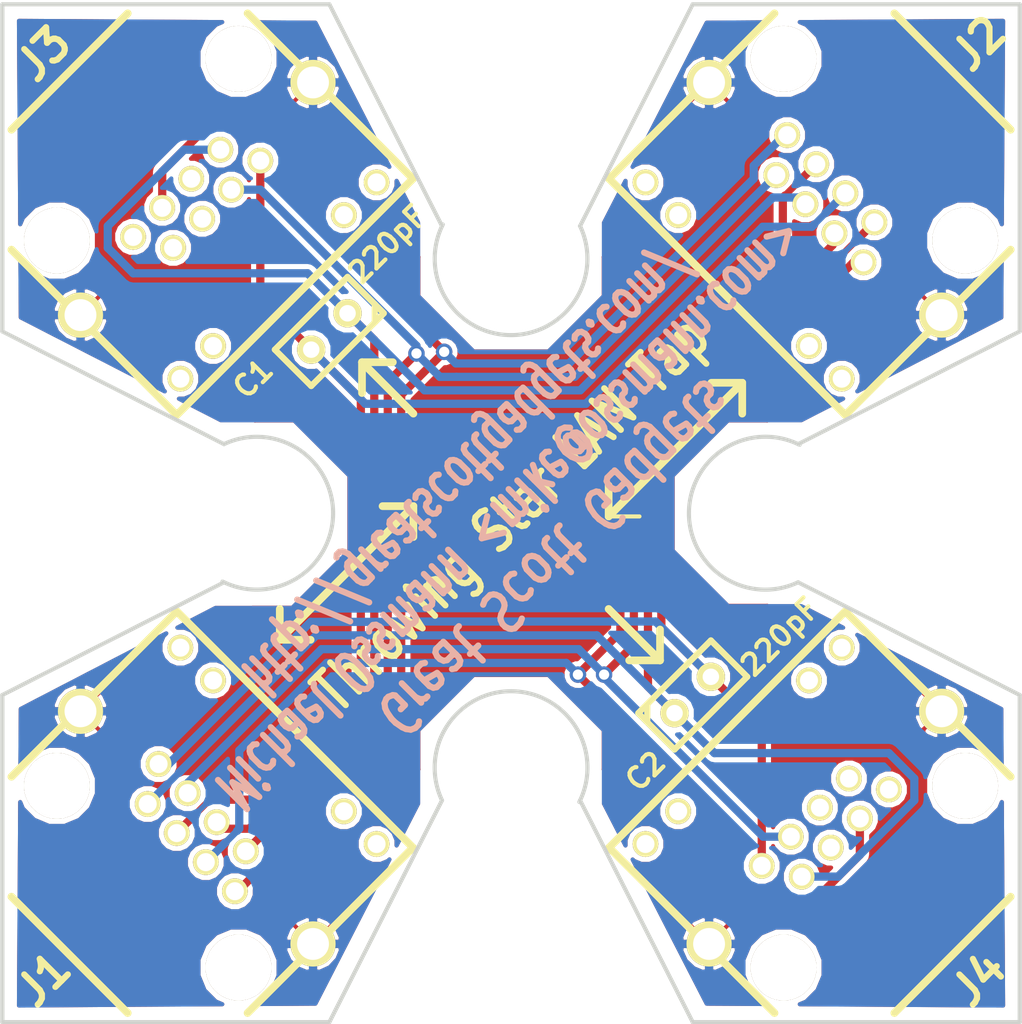
<source format=kicad_pcb>
(kicad_pcb (version 4) (host pcbnew 4.0.1-stable)

  (general
    (links 27)
    (no_connects 0)
    (area 122.656512 65.251301 173.329601 116.019581)
    (thickness 1.6002)
    (drawings 40)
    (tracks 208)
    (zones 0)
    (modules 6)
    (nets 10)
  )

  (page A4)
  (title_block
    (date "17 feb 2011")
  )

  (layers
    (0 Front signal)
    (31 Back signal)
    (32 B.Adhes user)
    (33 F.Adhes user)
    (34 B.Paste user)
    (35 F.Paste user)
    (36 B.SilkS user)
    (37 F.SilkS user)
    (38 B.Mask user)
    (39 F.Mask user)
    (40 Dwgs.User user)
    (41 Cmts.User user)
    (42 Eco1.User user)
    (43 Eco2.User user)
    (44 Edge.Cuts user)
  )

  (setup
    (last_trace_width 0.4064)
    (trace_clearance 0.2032)
    (zone_clearance 0.254)
    (zone_45_only no)
    (trace_min 0.2032)
    (segment_width 0.381)
    (edge_width 0.2032)
    (via_size 0.8128)
    (via_drill 0.508)
    (via_min_size 0.8128)
    (via_min_drill 0.508)
    (uvia_size 0.508)
    (uvia_drill 0.127)
    (uvias_allowed no)
    (uvia_min_size 0.508)
    (uvia_min_drill 0.127)
    (pcb_text_width 0.3048)
    (pcb_text_size 1.524 2.032)
    (mod_edge_width 0.381)
    (mod_text_size 1.524 1.524)
    (mod_text_width 0.3048)
    (pad_size 2.2352 2.2352)
    (pad_drill 1.5748)
    (pad_to_mask_clearance 0.254)
    (aux_axis_origin 0 0)
    (visible_elements FFFFFF7F)
    (pcbplotparams
      (layerselection 0x00030_80000001)
      (usegerberextensions false)
      (excludeedgelayer true)
      (linewidth 0.100000)
      (plotframeref false)
      (viasonmask false)
      (mode 1)
      (useauxorigin false)
      (hpglpennumber 1)
      (hpglpenspeed 20)
      (hpglpendiameter 15)
      (hpglpenoverlay 2)
      (psnegative false)
      (psa4output false)
      (plotreference true)
      (plotvalue true)
      (plotinvisibletext false)
      (padsonsilk false)
      (subtractmaskfromsilk false)
      (outputformat 1)
      (mirror false)
      (drillshape 1)
      (scaleselection 1)
      (outputdirectory ""))
  )

  (net 0 "")
  (net 1 /SIG1)
  (net 2 /SIG2)
  (net 3 /SIG3)
  (net 4 /SIG4)
  (net 5 /SIG5)
  (net 6 /SIG6)
  (net 7 /SIG7)
  (net 8 /SIG8)
  (net 9 GND)

  (net_class Default "This is the default net class."
    (clearance 0.2032)
    (trace_width 0.4064)
    (via_dia 0.8128)
    (via_drill 0.508)
    (uvia_dia 0.508)
    (uvia_drill 0.127)
    (add_net /SIG1)
    (add_net /SIG2)
    (add_net /SIG3)
    (add_net /SIG4)
    (add_net /SIG5)
    (add_net /SIG6)
    (add_net /SIG7)
    (add_net /SIG8)
    (add_net GND)
  )

  (module C1 (layer Front) (tedit 4CE6B46D) (tstamp 4CE570D6)
    (at 139.1031 81.79308 225)
    (descr "Condensateur e = 1 pas")
    (tags C)
    (path /4CE56A8B)
    (fp_text reference C1 (at 4.318 1.016 225) (layer F.SilkS)
      (effects (font (size 1.016 1.016) (thickness 0.2032)))
    )
    (fp_text value 220pF (at -5.08 1.016 225) (layer F.SilkS)
      (effects (font (size 1.016 1.016) (thickness 0.2032)))
    )
    (fp_line (start -2.4892 -1.27) (end 2.54 -1.27) (layer F.SilkS) (width 0.3048))
    (fp_line (start 2.54 -1.27) (end 2.54 1.27) (layer F.SilkS) (width 0.3048))
    (fp_line (start 2.54 1.27) (end -2.54 1.27) (layer F.SilkS) (width 0.3048))
    (fp_line (start -2.54 1.27) (end -2.54 -1.27) (layer F.SilkS) (width 0.3048))
    (fp_line (start -2.54 -0.635) (end -1.905 -1.27) (layer F.SilkS) (width 0.3048))
    (pad 1 thru_hole circle (at -1.27 0 225) (size 1.397 1.397) (drill 0.8128) (layers *.Cu *.Mask F.SilkS)
      (net 4 /SIG4))
    (pad 2 thru_hole circle (at 1.27 0 225) (size 1.397 1.397) (drill 0.8128) (layers *.Cu *.Mask F.SilkS)
      (net 5 /SIG5))
    (model discret/capa_1_pas.wrl
      (at (xyz 0 0 0))
      (scale (xyz 1 1 1))
      (rotate (xyz 0 0 0))
    )
  )

  (module C1 (layer Front) (tedit 4CE6B455) (tstamp 4CE570D4)
    (at 157.06344 99.75342 45)
    (descr "Condensateur e = 1 pas")
    (tags C)
    (path /4CE56A8D)
    (fp_text reference C2 (at -4.318 1.016 45) (layer F.SilkS)
      (effects (font (size 1.016 1.016) (thickness 0.2032)))
    )
    (fp_text value 220pF (at 5.08 1.016 45) (layer F.SilkS)
      (effects (font (size 1.016 1.016) (thickness 0.2032)))
    )
    (fp_line (start -2.4892 -1.27) (end 2.54 -1.27) (layer F.SilkS) (width 0.3048))
    (fp_line (start 2.54 -1.27) (end 2.54 1.27) (layer F.SilkS) (width 0.3048))
    (fp_line (start 2.54 1.27) (end -2.54 1.27) (layer F.SilkS) (width 0.3048))
    (fp_line (start -2.54 1.27) (end -2.54 -1.27) (layer F.SilkS) (width 0.3048))
    (fp_line (start -2.54 -0.635) (end -1.905 -1.27) (layer F.SilkS) (width 0.3048))
    (pad 1 thru_hole circle (at -1.27 0 45) (size 1.397 1.397) (drill 0.8128) (layers *.Cu *.Mask F.SilkS)
      (net 7 /SIG7))
    (pad 2 thru_hole circle (at 1.27 0 45) (size 1.397 1.397) (drill 0.8128) (layers *.Cu *.Mask F.SilkS)
      (net 8 /SIG8))
    (model discret/capa_1_pas.wrl
      (at (xyz 0 0 0))
      (scale (xyz 1 1 1))
      (rotate (xyz 0 0 0))
    )
  )

  (module RJ45-RJHSE-5380 (layer Front) (tedit 4D1D5420) (tstamp 4CE59DD1)
    (at 130.12166 72.81164 225)
    (path /4CE470AE)
    (fp_text reference J3 (at 0.2921 6.99516 225) (layer F.SilkS)
      (effects (font (thickness 0.3048)))
    )
    (fp_text value RJ45 (at 0.254 2.54 225) (layer F.SilkS) hide
      (effects (font (thickness 0.3048)))
    )
    (fp_line (start 8.255 1.27) (end 8.255 -10.287) (layer F.SilkS) (width 0.381))
    (fp_line (start -8.255 1.27) (end -8.255 -10.287) (layer F.SilkS) (width 0.381))
    (fp_line (start -4.064 5.461) (end 4.064 5.461) (layer F.SilkS) (width 0.381))
    (fp_line (start 8.255 -10.287) (end -8.255 -10.287) (layer F.SilkS) (width 0.381))
    (pad "" thru_hole circle (at 6.35 0 225) (size 3.2512 3.2512) (drill 3.2512) (layers *.Cu *.Mask F.SilkS)
      (solder_mask_margin 0.1016) (clearance 0.1016))
    (pad "" thru_hole circle (at -6.35 0 225) (size 3.2512 3.2512) (drill 3.2512) (layers *.Cu *.Mask F.SilkS)
      (solder_mask_margin 0.1016) (clearance 0.1016))
    (pad 1 thru_hole circle (at 3.556 -2.54 225) (size 1.27 1.27) (drill 0.889) (layers *.Cu *.Mask F.SilkS))
    (pad 2 thru_hole circle (at 2.54 -4.318 225) (size 1.27 1.27) (drill 0.889) (layers *.Cu *.Mask F.SilkS))
    (pad 3 thru_hole circle (at 1.524 -2.54 225) (size 1.27 1.27) (drill 0.889) (layers *.Cu *.Mask F.SilkS)
      (net 1 /SIG1))
    (pad 4 thru_hole circle (at 0.508 -4.318 225) (size 1.27 1.27) (drill 0.889) (layers *.Cu *.Mask F.SilkS))
    (pad 5 thru_hole circle (at -0.508 -2.54 225) (size 1.27 1.27) (drill 0.889) (layers *.Cu *.Mask F.SilkS))
    (pad 6 thru_hole circle (at -1.524 -4.318 225) (size 1.27 1.27) (drill 0.889) (layers *.Cu *.Mask F.SilkS)
      (net 2 /SIG2))
    (pad 7 thru_hole circle (at -2.54 -2.54 225) (size 1.27 1.27) (drill 0.889) (layers *.Cu *.Mask F.SilkS)
      (net 4 /SIG4))
    (pad 8 thru_hole circle (at -3.556 -4.318 225) (size 1.27 1.27) (drill 0.889) (layers *.Cu *.Mask F.SilkS)
      (net 5 /SIG5))
    (pad "" thru_hole circle (at 6.858 -9.144 225) (size 1.27 1.27) (drill 0.889) (layers *.Cu *.Mask F.SilkS))
    (pad "" thru_hole circle (at 4.572 -9.144 225) (size 1.27 1.27) (drill 0.889) (layers *.Cu *.Mask F.SilkS))
    (pad "" thru_hole circle (at -4.572 -9.144 225) (size 1.27 1.27) (drill 0.889) (layers *.Cu *.Mask F.SilkS))
    (pad "" thru_hole circle (at -6.858 -9.144 225) (size 1.27 1.27) (drill 0.889) (layers *.Cu *.Mask F.SilkS))
    (pad 9 thru_hole circle (at 8.128 -3.429 225) (size 2.2352 2.2352) (drill 1.5748) (layers *.Cu *.Mask F.SilkS)
      (net 9 GND))
    (pad 9 thru_hole circle (at -8.128 -3.429 225) (size 2.2352 2.2352) (drill 1.5748) (layers *.Cu *.Mask F.SilkS)
      (net 9 GND))
  )

  (module RJ45-RJHSE-5380 (layer Front) (tedit 4D1D54E9) (tstamp 4D1D543B)
    (at 166.04488 72.81164 135)
    (path /4CE4709A)
    (fp_text reference J2 (at 0.06858 7.3533 405) (layer F.SilkS)
      (effects (font (thickness 0.3048)))
    )
    (fp_text value RJ45 (at 0.06858 1.60528 405) (layer F.SilkS) hide
      (effects (font (thickness 0.3048)))
    )
    (fp_line (start 8.255 1.27) (end 8.255 -10.287) (layer F.SilkS) (width 0.381))
    (fp_line (start -8.255 1.27) (end -8.255 -10.287) (layer F.SilkS) (width 0.381))
    (fp_line (start -4.064 5.461) (end 4.064 5.461) (layer F.SilkS) (width 0.381))
    (fp_line (start 8.255 -10.287) (end -8.255 -10.287) (layer F.SilkS) (width 0.381))
    (pad "" thru_hole circle (at 6.35 0 135) (size 3.2512 3.2512) (drill 3.2512) (layers *.Cu *.Mask F.SilkS)
      (solder_mask_margin 0.1016) (clearance 0.1016))
    (pad "" thru_hole circle (at -6.35 0 135) (size 3.2512 3.2512) (drill 3.2512) (layers *.Cu *.Mask F.SilkS)
      (solder_mask_margin 0.1016) (clearance 0.1016))
    (pad 1 thru_hole circle (at 3.556 -2.54 135) (size 1.27 1.27) (drill 0.889) (layers *.Cu *.Mask F.SilkS)
      (net 1 /SIG1))
    (pad 2 thru_hole circle (at 2.54 -4.318 135) (size 1.27 1.27) (drill 0.889) (layers *.Cu *.Mask F.SilkS)
      (net 2 /SIG2))
    (pad 3 thru_hole circle (at 1.524 -2.54 135) (size 1.27 1.27) (drill 0.889) (layers *.Cu *.Mask F.SilkS)
      (net 3 /SIG3))
    (pad 4 thru_hole circle (at 0.508 -4.318 135) (size 1.27 1.27) (drill 0.889) (layers *.Cu *.Mask F.SilkS)
      (net 4 /SIG4))
    (pad 5 thru_hole circle (at -0.508 -2.54 135) (size 1.27 1.27) (drill 0.889) (layers *.Cu *.Mask F.SilkS)
      (net 5 /SIG5))
    (pad 6 thru_hole circle (at -1.524 -4.318 135) (size 1.27 1.27) (drill 0.889) (layers *.Cu *.Mask F.SilkS)
      (net 6 /SIG6))
    (pad 7 thru_hole circle (at -2.54 -2.54 135) (size 1.27 1.27) (drill 0.889) (layers *.Cu *.Mask F.SilkS)
      (net 7 /SIG7))
    (pad 8 thru_hole circle (at -3.556 -4.318 135) (size 1.27 1.27) (drill 0.889) (layers *.Cu *.Mask F.SilkS)
      (net 8 /SIG8))
    (pad "" thru_hole circle (at 6.858 -9.144 135) (size 1.27 1.27) (drill 0.889) (layers *.Cu *.Mask F.SilkS))
    (pad "" thru_hole circle (at 4.572 -9.144 135) (size 1.27 1.27) (drill 0.889) (layers *.Cu *.Mask F.SilkS))
    (pad "" thru_hole circle (at -4.572 -9.144 135) (size 1.27 1.27) (drill 0.889) (layers *.Cu *.Mask F.SilkS))
    (pad "" thru_hole circle (at -6.858 -9.144 135) (size 1.27 1.27) (drill 0.889) (layers *.Cu *.Mask F.SilkS))
    (pad 9 thru_hole circle (at 8.128 -3.429 135) (size 2.2352 2.2352) (drill 1.5748) (layers *.Cu *.Mask F.SilkS)
      (net 9 GND))
    (pad 9 thru_hole circle (at -8.128 -3.429 135) (size 2.2352 2.2352) (drill 1.5748) (layers *.Cu *.Mask F.SilkS)
      (net 9 GND))
  )

  (module RJ45-RJHSE-5380 (layer Front) (tedit 4D1D5403) (tstamp 4CE61332)
    (at 166.04488 108.73232 45)
    (path /4CE470C3)
    (fp_text reference J4 (at 0.0635 7.22122 45) (layer F.SilkS)
      (effects (font (thickness 0.3048)))
    )
    (fp_text value RJ45 (at 0.254 2.54 45) (layer F.SilkS) hide
      (effects (font (thickness 0.3048)))
    )
    (fp_line (start 8.255 1.27) (end 8.255 -10.287) (layer F.SilkS) (width 0.381))
    (fp_line (start -8.255 1.27) (end -8.255 -10.287) (layer F.SilkS) (width 0.381))
    (fp_line (start -4.064 5.461) (end 4.064 5.461) (layer F.SilkS) (width 0.381))
    (fp_line (start 8.255 -10.287) (end -8.255 -10.287) (layer F.SilkS) (width 0.381))
    (pad "" thru_hole circle (at 6.35 0 45) (size 3.2512 3.2512) (drill 3.2512) (layers *.Cu *.Mask F.SilkS)
      (solder_mask_margin 0.1016) (clearance 0.1016))
    (pad "" thru_hole circle (at -6.35 0 45) (size 3.2512 3.2512) (drill 3.2512) (layers *.Cu *.Mask F.SilkS)
      (solder_mask_margin 0.1016) (clearance 0.1016))
    (pad 1 thru_hole circle (at 3.556 -2.54 45) (size 1.27 1.27) (drill 0.889) (layers *.Cu *.Mask F.SilkS))
    (pad 2 thru_hole circle (at 2.54 -4.318 45) (size 1.27 1.27) (drill 0.889) (layers *.Cu *.Mask F.SilkS))
    (pad 3 thru_hole circle (at 1.524 -2.54 45) (size 1.27 1.27) (drill 0.889) (layers *.Cu *.Mask F.SilkS)
      (net 3 /SIG3))
    (pad 4 thru_hole circle (at 0.508 -4.318 45) (size 1.27 1.27) (drill 0.889) (layers *.Cu *.Mask F.SilkS))
    (pad 5 thru_hole circle (at -0.508 -2.54 45) (size 1.27 1.27) (drill 0.889) (layers *.Cu *.Mask F.SilkS))
    (pad 6 thru_hole circle (at -1.524 -4.318 45) (size 1.27 1.27) (drill 0.889) (layers *.Cu *.Mask F.SilkS)
      (net 6 /SIG6))
    (pad 7 thru_hole circle (at -2.54 -2.54 45) (size 1.27 1.27) (drill 0.889) (layers *.Cu *.Mask F.SilkS)
      (net 7 /SIG7))
    (pad 8 thru_hole circle (at -3.556 -4.318 45) (size 1.27 1.27) (drill 0.889) (layers *.Cu *.Mask F.SilkS)
      (net 8 /SIG8))
    (pad "" thru_hole circle (at 6.858 -9.144 45) (size 1.27 1.27) (drill 0.889) (layers *.Cu *.Mask F.SilkS))
    (pad "" thru_hole circle (at 4.572 -9.144 45) (size 1.27 1.27) (drill 0.889) (layers *.Cu *.Mask F.SilkS))
    (pad "" thru_hole circle (at -4.572 -9.144 45) (size 1.27 1.27) (drill 0.889) (layers *.Cu *.Mask F.SilkS))
    (pad "" thru_hole circle (at -6.858 -9.144 45) (size 1.27 1.27) (drill 0.889) (layers *.Cu *.Mask F.SilkS))
    (pad 9 thru_hole circle (at 8.128 -3.429 45) (size 2.2352 2.2352) (drill 1.5748) (layers *.Cu *.Mask F.SilkS)
      (net 9 GND))
    (pad 9 thru_hole circle (at -8.128 -3.429 45) (size 2.2352 2.2352) (drill 1.5748) (layers *.Cu *.Mask F.SilkS)
      (net 9 GND))
  )

  (module RJ45-RJHSE-5380 (layer Front) (tedit 4D1D54F0) (tstamp 4CE59995)
    (at 130.12166 108.73232 315)
    (path /4CE47095)
    (fp_text reference J1 (at -0.06604 7.22122 405) (layer F.SilkS)
      (effects (font (thickness 0.3048)))
    )
    (fp_text value RJ45 (at 0.2921 1.83388 405) (layer F.SilkS) hide
      (effects (font (thickness 0.3048)))
    )
    (fp_line (start 8.255 1.27) (end 8.255 -10.287) (layer F.SilkS) (width 0.381))
    (fp_line (start -8.255 1.27) (end -8.255 -10.287) (layer F.SilkS) (width 0.381))
    (fp_line (start -4.064 5.461) (end 4.064 5.461) (layer F.SilkS) (width 0.381))
    (fp_line (start 8.255 -10.287) (end -8.255 -10.287) (layer F.SilkS) (width 0.381))
    (pad "" thru_hole circle (at 6.35 0 315) (size 3.2512 3.2512) (drill 3.2512) (layers *.Cu *.Mask F.SilkS)
      (solder_mask_margin 0.1016) (clearance 0.1016))
    (pad "" thru_hole circle (at -6.35 0 315) (size 3.2512 3.2512) (drill 3.2512) (layers *.Cu *.Mask F.SilkS)
      (solder_mask_margin 0.1016) (clearance 0.1016))
    (pad 1 thru_hole circle (at 3.556 -2.54 315) (size 1.27 1.27) (drill 0.889) (layers *.Cu *.Mask F.SilkS)
      (net 1 /SIG1))
    (pad 2 thru_hole circle (at 2.54 -4.318 315) (size 1.27 1.27) (drill 0.889) (layers *.Cu *.Mask F.SilkS)
      (net 2 /SIG2))
    (pad 3 thru_hole circle (at 1.524 -2.54 315) (size 1.27 1.27) (drill 0.889) (layers *.Cu *.Mask F.SilkS)
      (net 3 /SIG3))
    (pad 4 thru_hole circle (at 0.508 -4.318 315) (size 1.27 1.27) (drill 0.889) (layers *.Cu *.Mask F.SilkS)
      (net 4 /SIG4))
    (pad 5 thru_hole circle (at -0.508 -2.54 315) (size 1.27 1.27) (drill 0.889) (layers *.Cu *.Mask F.SilkS)
      (net 5 /SIG5))
    (pad 6 thru_hole circle (at -1.524 -4.318 315) (size 1.27 1.27) (drill 0.889) (layers *.Cu *.Mask F.SilkS)
      (net 6 /SIG6))
    (pad 7 thru_hole circle (at -2.54 -2.54 315) (size 1.27 1.27) (drill 0.889) (layers *.Cu *.Mask F.SilkS)
      (net 7 /SIG7))
    (pad 8 thru_hole circle (at -3.556 -4.318 315) (size 1.27 1.27) (drill 0.889) (layers *.Cu *.Mask F.SilkS)
      (net 8 /SIG8))
    (pad "" thru_hole circle (at 6.858 -9.144 315) (size 1.27 1.27) (drill 0.889) (layers *.Cu *.Mask F.SilkS))
    (pad "" thru_hole circle (at 4.572 -9.144 315) (size 1.27 1.27) (drill 0.889) (layers *.Cu *.Mask F.SilkS))
    (pad "" thru_hole circle (at -4.572 -9.144 315) (size 1.27 1.27) (drill 0.889) (layers *.Cu *.Mask F.SilkS))
    (pad "" thru_hole circle (at -6.858 -9.144 315) (size 1.27 1.27) (drill 0.889) (layers *.Cu *.Mask F.SilkS))
    (pad 9 thru_hole circle (at 8.128 -3.429 315) (size 2.2352 2.2352) (drill 1.5748) (layers *.Cu *.Mask F.SilkS)
      (net 9 GND))
    (pad 9 thru_hole circle (at -8.128 -3.429 315) (size 2.2352 2.2352) (drill 1.5748) (layers *.Cu *.Mask F.SilkS)
      (net 9 GND))
  )

  (gr_line (start 152.908 90.932) (end 154.432 90.932) (angle 90) (layer F.SilkS) (width 0.2032))
  (gr_line (start 152.908 90.932) (end 152.908 89.408) (angle 90) (layer F.SilkS) (width 0.381))
  (gr_line (start 159.512 84.328) (end 152.908 90.932) (angle 90) (layer F.SilkS) (width 0.381))
  (gr_line (start 159.512 84.328) (end 157.988 84.328) (angle 90) (layer F.SilkS) (width 0.381))
  (gr_line (start 159.512 84.328) (end 159.512 85.852) (angle 90) (layer F.SilkS) (width 0.381))
  (gr_line (start 143.256 90.424) (end 143.256 91.948) (angle 90) (layer F.SilkS) (width 0.381))
  (gr_line (start 143.256 90.424) (end 141.732 90.424) (angle 90) (layer F.SilkS) (width 0.381))
  (gr_line (start 136.652 97.028) (end 143.256 90.424) (angle 90) (layer F.SilkS) (width 0.381))
  (gr_line (start 136.652 97.028) (end 138.176 97.028) (angle 90) (layer F.SilkS) (width 0.381))
  (gr_line (start 136.652 97.028) (end 136.652 95.504) (angle 90) (layer F.SilkS) (width 0.381))
  (gr_line (start 155.448 98.044) (end 152.908 95.504) (angle 90) (layer F.SilkS) (width 0.381))
  (gr_line (start 155.448 98.044) (end 153.924 98.044) (angle 90) (layer F.SilkS) (width 0.381))
  (gr_line (start 155.448 98.044) (end 155.448 96.52) (angle 90) (layer F.SilkS) (width 0.381))
  (gr_line (start 140.716 83.312) (end 143.256 85.852) (angle 90) (layer F.SilkS) (width 0.381))
  (gr_line (start 140.716 83.312) (end 142.24 83.312) (angle 90) (layer F.SilkS) (width 0.381))
  (gr_line (start 140.716 83.312) (end 140.716 84.836) (angle 90) (layer F.SilkS) (width 0.381))
  (gr_text "Michael Ossmann <mike@ossmann.com>" (at 148.08454 90.77198 225) (layer B.SilkS)
    (effects (font (size 2.032 1.27) (thickness 0.3048)) (justify mirror))
  )
  (gr_text "Throwing Star LAN Tap" (at 148.08454 90.77198 45) (layer F.SilkS)
    (effects (font (size 2.032 1.524) (thickness 0.3048)))
  )
  (gr_text http://greatscottgadgets.com/ (at 145.92808 88.61806 225) (layer B.SilkS)
    (effects (font (size 2.032 1.27) (thickness 0.3048)) (justify mirror))
  )
  (gr_text "Great Scott Gadgets" (at 150.23846 92.92844 225) (layer B.SilkS)
    (effects (font (size 2.032 1.524) (thickness 0.3048)) (justify mirror))
  )
  (gr_arc (start 148.08454 103.34498) (end 144.67078 104.96042) (angle 232) (layer Edge.Cuts) (width 0.2032))
  (gr_arc (start 135.51154 90.77198) (end 133.89356 87.36076) (angle 232) (layer Edge.Cuts) (width 0.2032))
  (gr_arc (start 148.08454 78.19898) (end 151.49576 76.58354) (angle 232) (layer Edge.Cuts) (width 0.2032))
  (gr_arc (start 160.655 90.77198) (end 162.27298 94.18574) (angle 232) (layer Edge.Cuts) (width 0.2032))
  (gr_line (start 173.228 99.75342) (end 162.27298 94.18574) (angle 90) (layer Edge.Cuts) (width 0.2032))
  (gr_line (start 157.06344 115.91798) (end 151.49576 104.96042) (angle 90) (layer Edge.Cuts) (width 0.2032))
  (gr_line (start 139.1031 115.91798) (end 144.67078 104.96042) (angle 90) (layer Edge.Cuts) (width 0.2032))
  (gr_line (start 122.93854 99.75342) (end 133.89356 94.18574) (angle 90) (layer Edge.Cuts) (width 0.2032))
  (gr_line (start 122.93854 81.79308) (end 133.89356 87.36076) (angle 90) (layer Edge.Cuts) (width 0.2032))
  (gr_line (start 139.1031 65.62852) (end 144.67078 76.58354) (angle 90) (layer Edge.Cuts) (width 0.2032))
  (gr_line (start 173.228 115.91798) (end 157.06344 115.91798) (angle 90) (layer Edge.Cuts) (width 0.2032))
  (gr_line (start 173.228 115.91798) (end 173.228 99.75342) (angle 90) (layer Edge.Cuts) (width 0.2032))
  (gr_line (start 122.93854 115.91798) (end 139.1031 115.91798) (angle 90) (layer Edge.Cuts) (width 0.2032))
  (gr_line (start 122.93854 115.91798) (end 122.93854 99.75342) (angle 90) (layer Edge.Cuts) (width 0.2032))
  (gr_line (start 122.93854 65.62852) (end 122.93854 81.79308) (angle 90) (layer Edge.Cuts) (width 0.2032))
  (gr_line (start 122.93854 65.62852) (end 139.1031 65.62852) (angle 90) (layer Edge.Cuts) (width 0.2032))
  (gr_line (start 157.06344 65.62852) (end 151.49576 76.58354) (angle 90) (layer Edge.Cuts) (width 0.2032))
  (gr_line (start 173.228 65.62852) (end 157.06344 65.62852) (angle 90) (layer Edge.Cuts) (width 0.2032))
  (gr_line (start 173.228 81.79308) (end 162.27298 87.36076) (angle 90) (layer Edge.Cuts) (width 0.2032))
  (gr_line (start 173.228 65.62852) (end 173.228 81.79308) (angle 90) (layer Edge.Cuts) (width 0.2032))

  (segment (start 161.58972 72.09282) (end 161.7345 72.09282) (width 0.4064) (layer Back) (net 1) (status 400))
  (segment (start 144.77746 82.79892) (end 145.35404 83.37296) (width 0.4064) (layer Back) (net 1))
  (via (at 144.77746 82.79892) (size 0.8128) (layers Front Back) (net 1))
  (segment (start 150.94966 83.37296) (end 145.35404 83.37296) (width 0.4064) (layer Back) (net 1))
  (segment (start 160.08096 74.24166) (end 150.94966 83.37296) (width 0.4064) (layer Back) (net 1))
  (segment (start 160.08096 73.60158) (end 160.08096 74.24166) (width 0.4064) (layer Back) (net 1))
  (segment (start 160.08096 73.60158) (end 161.58972 72.09282) (width 0.4064) (layer Back) (net 1))
  (segment (start 136.94664 74.9681) (end 144.77746 82.79892) (width 0.4064) (layer Front) (net 1))
  (segment (start 136.94664 74.9681) (end 136.94664 72.81164) (width 0.4064) (layer Front) (net 1))
  (segment (start 136.94664 72.81164) (end 135.61822 71.48322) (width 0.4064) (layer Front) (net 1))
  (segment (start 135.61822 71.48322) (end 133.2484 71.48322) (width 0.4064) (layer Front) (net 1))
  (segment (start 133.2484 71.48322) (end 130.84048 73.8886) (width 0.4064) (layer Front) (net 1))
  (segment (start 130.84048 75.68438) (end 130.84048 73.8886) (width 0.4064) (layer Front) (net 1) (status 800))
  (segment (start 134.57682 109.45114) (end 136.08558 107.94238) (width 0.4064) (layer Front) (net 1))
  (segment (start 142.65402 84.92236) (end 144.77746 82.79892) (width 0.4064) (layer Front) (net 1))
  (segment (start 136.08558 107.3023) (end 136.08558 107.94238) (width 0.4064) (layer Front) (net 1))
  (segment (start 142.65402 100.73386) (end 136.08558 107.3023) (width 0.4064) (layer Front) (net 1))
  (segment (start 142.65402 84.92236) (end 142.65402 100.73386) (width 0.4064) (layer Front) (net 1))
  (segment (start 134.43204 109.45114) (end 134.57682 109.45114) (width 0.4064) (layer Front) (net 1) (status 800))
  (segment (start 141.98854 84.30514) (end 141.986 84.3026) (width 0.4064) (layer Front) (net 2))
  (segment (start 134.97052 107.47502) (end 141.98854 100.457) (width 0.4064) (layer Front) (net 2) (status 800))
  (segment (start 141.98854 100.457) (end 141.98854 85.1662) (width 0.4064) (layer Front) (net 2))
  (segment (start 141.98854 85.1662) (end 141.98854 84.30514) (width 0.4064) (layer Front) (net 2))
  (segment (start 141.98854 84.30006) (end 143.4084 82.8802) (width 0.4064) (layer Front) (net 2))
  (segment (start 141.98854 84.30514) (end 141.98854 84.30006) (width 0.4064) (layer Front) (net 2))
  (segment (start 144.5641 84.0359) (end 143.4084 82.8802) (width 0.4064) (layer Back) (net 2))
  (via (at 143.4084 82.8802) (size 0.8128) (layers Front Back) (net 2))
  (segment (start 144.5768 84.0359) (end 145.3896 84.0359) (width 0.4064) (layer Back) (net 2))
  (segment (start 161.19348 74.06894) (end 151.22652 84.0359) (width 0.4064) (layer Back) (net 2))
  (segment (start 151.22652 84.0359) (end 145.3896 84.0359) (width 0.4064) (layer Back) (net 2))
  (segment (start 161.19602 74.06894) (end 161.19348 74.06894) (width 0.4064) (layer Back) (net 2) (status 800))
  (segment (start 144.5768 84.0359) (end 144.5641 84.0359) (width 0.4064) (layer Back) (net 2))
  (segment (start 134.2517 74.78776) (end 135.69696 74.78776) (width 0.4064) (layer Back) (net 2) (status 800))
  (segment (start 135.69696 74.78776) (end 143.4084 82.4992) (width 0.4064) (layer Back) (net 2))
  (segment (start 143.4084 82.4992) (end 143.4084 82.8802) (width 0.4064) (layer Back) (net 2))
  (segment (start 132.99694 108.0135) (end 133.96722 107.04322) (width 0.4064) (layer Back) (net 3))
  (segment (start 134.54126 106.46918) (end 134.64794 106.3625) (width 0.4064) (layer Back) (net 3))
  (segment (start 138.97356 98.171) (end 150.8125 98.171) (width 0.4064) (layer Back) (net 3))
  (segment (start 150.8125 98.171) (end 151.38908 98.74758) (width 0.4064) (layer Back) (net 3))
  (segment (start 134.54126 106.46918) (end 133.96722 107.04322) (width 0.3302) (layer Back) (net 3))
  (via (at 151.38908 98.74758) (size 0.8128) (layers Front Back) (net 3))
  (segment (start 134.64794 102.49662) (end 138.97356 98.171) (width 0.4064) (layer Back) (net 3))
  (segment (start 134.64794 106.3625) (end 134.64794 102.49662) (width 0.4064) (layer Back) (net 3))
  (segment (start 132.9944 108.0135) (end 132.99694 108.0135) (width 0.4064) (layer Back) (net 3) (status 800))
  (segment (start 159.2199 106.5784) (end 159.2199 108.80344) (width 0.4064) (layer Front) (net 3))
  (segment (start 159.2199 108.80344) (end 160.40354 109.98962) (width 0.4064) (layer Front) (net 3))
  (segment (start 160.40354 109.98962) (end 162.9918 109.98962) (width 0.4064) (layer Front) (net 3))
  (segment (start 162.9918 109.98962) (end 165.32606 107.65536) (width 0.4064) (layer Front) (net 3))
  (segment (start 159.2199 106.5784) (end 151.38908 98.74758) (width 0.4064) (layer Front) (net 3))
  (segment (start 165.32606 105.85958) (end 165.32606 107.65536) (width 0.4064) (layer Front) (net 3) (status 800))
  (segment (start 162.20186 74.50074) (end 163.17214 73.53046) (width 0.4064) (layer Front) (net 3) (status 400))
  (segment (start 161.62528 75.07478) (end 161.5186 75.18146) (width 0.4064) (layer Front) (net 3))
  (segment (start 151.38908 98.74758) (end 153.48966 96.64446) (width 0.4064) (layer Front) (net 3))
  (segment (start 153.48966 96.64446) (end 153.48966 87.07628) (width 0.4064) (layer Front) (net 3))
  (segment (start 161.62528 75.07478) (end 162.19932 74.50074) (width 0.3302) (layer Front) (net 3))
  (segment (start 161.5186 79.04734) (end 153.48966 87.07628) (width 0.4064) (layer Front) (net 3))
  (segment (start 161.5186 75.18146) (end 161.5186 79.04734) (width 0.4064) (layer Front) (net 3))
  (segment (start 162.19932 74.50074) (end 162.20186 74.50074) (width 0.4064) (layer Front) (net 3))
  (segment (start 162.29838 75.17384) (end 161.03092 75.17384) (width 0.4064) (layer Back) (net 4))
  (segment (start 161.03092 75.17384) (end 151.50338 84.70138) (width 0.4064) (layer Back) (net 4))
  (segment (start 143.80972 84.70138) (end 140.00226 80.89392) (width 0.4064) (layer Back) (net 4) (status 400))
  (segment (start 151.50338 84.70138) (end 143.80972 84.70138) (width 0.4064) (layer Back) (net 4))
  (segment (start 162.63112 75.50658) (end 162.29838 75.17384) (width 0.4064) (layer Back) (net 4) (status 800))
  (segment (start 133.86054 106.3625) (end 135.14324 106.3625) (width 0.4064) (layer Front) (net 4))
  (segment (start 135.14324 106.3625) (end 141.32306 100.18268) (width 0.4064) (layer Front) (net 4))
  (segment (start 141.32306 82.21472) (end 140.00226 80.89392) (width 0.4064) (layer Front) (net 4) (status 400))
  (segment (start 141.32306 100.18268) (end 141.32306 82.21472) (width 0.4064) (layer Front) (net 4))
  (segment (start 133.53542 106.03738) (end 133.86054 106.3625) (width 0.4064) (layer Front) (net 4) (status 800))
  (segment (start 138.02614 78.9178) (end 140.00226 80.89392) (width 0.4064) (layer Back) (net 4) (status 400))
  (segment (start 128.14808 76.58354) (end 131.91998 72.81164) (width 0.4064) (layer Back) (net 4))
  (segment (start 128.14808 77.6605) (end 128.14808 76.58354) (width 0.4064) (layer Back) (net 4))
  (segment (start 129.40538 78.9178) (end 128.14808 77.6605) (width 0.4064) (layer Back) (net 4))
  (segment (start 138.02614 78.9178) (end 129.40538 78.9178) (width 0.4064) (layer Back) (net 4))
  (segment (start 133.71322 72.81164) (end 131.91998 72.81164) (width 0.4064) (layer Back) (net 4) (status 800))
  (segment (start 135.68934 80.17764) (end 138.20394 82.69224) (width 0.4064) (layer Front) (net 5) (status 400))
  (segment (start 135.68934 73.35012) (end 135.68934 80.1751) (width 0.4064) (layer Front) (net 5) (status 800))
  (segment (start 135.68934 80.1751) (end 135.68934 80.17764) (width 0.4064) (layer Front) (net 5))
  (segment (start 140.87856 85.36686) (end 138.20394 82.69224) (width 0.4064) (layer Back) (net 5) (status 400))
  (segment (start 163.63696 75.93584) (end 163.6395 75.93584) (width 0.4064) (layer Back) (net 5))
  (segment (start 162.9537 76.6191) (end 160.52546 76.6191) (width 0.4064) (layer Back) (net 5))
  (segment (start 160.52546 76.6191) (end 151.78024 85.36686) (width 0.4064) (layer Back) (net 5))
  (segment (start 163.06292 76.51242) (end 163.63696 75.93584) (width 0.3302) (layer Back) (net 5))
  (segment (start 151.78024 85.36686) (end 140.8811 85.36686) (width 0.4064) (layer Back) (net 5))
  (segment (start 163.06292 76.51242) (end 162.9537 76.6191) (width 0.4064) (layer Back) (net 5))
  (segment (start 164.60724 74.9681) (end 163.6395 75.93584) (width 0.4064) (layer Back) (net 5) (status 800))
  (segment (start 140.8811 85.36686) (end 140.87856 85.36686) (width 0.4064) (layer Back) (net 5))
  (segment (start 140.65758 99.9109) (end 140.65504 99.9109) (width 0.4064) (layer Front) (net 5))
  (segment (start 140.65758 85.14588) (end 140.65758 99.9109) (width 0.4064) (layer Front) (net 5))
  (segment (start 140.65758 85.14588) (end 138.20394 82.69224) (width 0.4064) (layer Front) (net 5) (status 400))
  (segment (start 133.1976 104.9274) (end 133.1214 105.0036) (width 0.4064) (layer Front) (net 5))
  (segment (start 135.63854 104.9274) (end 133.1976 104.9274) (width 0.4064) (layer Front) (net 5))
  (segment (start 140.65504 99.9109) (end 135.63854 104.9274) (width 0.4064) (layer Front) (net 5))
  (segment (start 131.5593 106.57586) (end 131.5593 106.5657) (width 0.4064) (layer Front) (net 5) (status 800))
  (segment (start 131.5593 106.5657) (end 132.4864 105.6386) (width 0.4064) (layer Front) (net 5))
  (segment (start 132.4864 105.6386) (end 133.1214 105.0036) (width 0.3302) (layer Front) (net 5))
  (segment (start 132.1435 104.55656) (end 132.1435 104.06126) (width 0.4064) (layer Back) (net 6))
  (segment (start 132.1435 104.06126) (end 138.71448 97.49028) (width 0.4064) (layer Back) (net 6))
  (segment (start 151.42464 97.49028) (end 152.68194 98.74758) (width 0.4064) (layer Back) (net 6))
  (segment (start 138.71448 97.49028) (end 151.42464 97.49028) (width 0.4064) (layer Back) (net 6))
  (segment (start 132.09778 104.60228) (end 132.1435 104.55656) (width 0.4064) (layer Back) (net 6) (status 800))
  (segment (start 163.97732 77.03312) (end 163.97732 77.52842) (width 0.4064) (layer Front) (net 6))
  (segment (start 163.97732 77.52842) (end 154.15514 87.35314) (width 0.4064) (layer Front) (net 6))
  (via (at 152.68194 98.74758) (size 0.8128) (layers Front Back) (net 6))
  (segment (start 154.15514 97.27438) (end 152.68194 98.74758) (width 0.4064) (layer Front) (net 6))
  (segment (start 154.15514 87.35314) (end 154.15514 97.27438) (width 0.4064) (layer Front) (net 6))
  (segment (start 164.06876 76.94168) (end 163.97732 77.03312) (width 0.4064) (layer Front) (net 6) (status 800))
  (segment (start 152.68194 98.88982) (end 160.54832 106.7562) (width 0.4064) (layer Back) (net 6))
  (segment (start 152.68194 98.88982) (end 152.68194 98.74758) (width 0.4064) (layer Back) (net 6))
  (segment (start 161.91484 106.7562) (end 160.54832 106.7562) (width 0.4064) (layer Back) (net 6) (status 800))
  (segment (start 131.66852 103.59644) (end 138.4554 96.80702) (width 0.4064) (layer Back) (net 7))
  (segment (start 138.4554 96.80702) (end 152.32126 96.80702) (width 0.4064) (layer Back) (net 7))
  (segment (start 131.66852 103.59644) (end 131.09194 104.17048) (width 0.3302) (layer Back) (net 7))
  (segment (start 168.01846 104.96042) (end 164.25164 108.72724) (width 0.4064) (layer Back) (net 7))
  (segment (start 156.16428 100.65004) (end 158.1404 102.62616) (width 0.4064) (layer Back) (net 7))
  (segment (start 168.01846 103.88346) (end 168.01846 104.96042) (width 0.4064) (layer Back) (net 7))
  (segment (start 166.76116 102.62616) (end 168.01846 103.88346) (width 0.4064) (layer Back) (net 7))
  (segment (start 158.1404 102.62616) (end 166.76116 102.62616) (width 0.4064) (layer Back) (net 7))
  (segment (start 130.12166 105.14076) (end 131.09194 104.17048) (width 0.4064) (layer Back) (net 7) (status 800))
  (segment (start 156.16428 100.65004) (end 152.32126 96.80702) (width 0.4064) (layer Back) (net 7))
  (segment (start 156.16428 100.65258) (end 156.16428 100.65004) (width 0.4064) (layer Back) (net 7) (status 800))
  (segment (start 164.25164 108.72724) (end 164.24656 108.73232) (width 0.4064) (layer Back) (net 7))
  (segment (start 164.25164 108.72724) (end 162.4584 108.72724) (width 0.4064) (layer Back) (net 7))
  (segment (start 162.4584 108.72724) (end 162.45332 108.73232) (width 0.4064) (layer Back) (net 7) (status 400))
  (segment (start 156.16428 100.65004) (end 154.8511 99.33686) (width 0.4064) (layer Front) (net 7))
  (segment (start 165.0746 77.37348) (end 166.04488 76.4032) (width 0.4064) (layer Front) (net 7) (status 400))
  (segment (start 165.0746 77.37348) (end 164.49802 77.94752) (width 0.3302) (layer Front) (net 7))
  (segment (start 154.8511 87.59698) (end 154.8511 99.33686) (width 0.4064) (layer Front) (net 7))
  (segment (start 164.49802 77.94752) (end 154.8511 87.59698) (width 0.4064) (layer Front) (net 7))
  (segment (start 156.16428 100.65258) (end 156.16428 100.65004) (width 0.4064) (layer Front) (net 7) (status 800))
  (segment (start 160.4772 101.36886) (end 160.4772 108.19384) (width 0.4064) (layer Front) (net 8) (status 400))
  (segment (start 157.9626 98.85426) (end 160.4772 101.36886) (width 0.4064) (layer Front) (net 8) (status 800))
  (segment (start 141.98854 96.14154) (end 138.18108 96.14154) (width 0.4064) (layer Back) (net 8))
  (segment (start 131.35102 102.9716) (end 131.15798 103.16464) (width 0.4064) (layer Back) (net 8))
  (segment (start 138.18108 96.14154) (end 131.35102 102.9716) (width 0.4064) (layer Back) (net 8))
  (segment (start 142.00632 96.12376) (end 155.2321 96.12376) (width 0.4064) (layer Back) (net 8))
  (segment (start 157.9626 98.85426) (end 155.2321 96.12376) (width 0.4064) (layer Back) (net 8) (status 800))
  (segment (start 142.00632 96.12376) (end 141.98854 96.14154) (width 0.4064) (layer Back) (net 8))
  (segment (start 131.16052 103.16464) (end 131.35102 102.97414) (width 0.4064) (layer Back) (net 8))
  (segment (start 131.35102 102.97414) (end 131.35102 102.9716) (width 0.4064) (layer Back) (net 8))
  (segment (start 130.66014 103.16464) (end 131.16052 103.16464) (width 0.4064) (layer Back) (net 8) (status 800))
  (segment (start 155.51404 87.87638) (end 155.51404 87.87638) (width 0.4064) (layer Front) (net 8))
  (segment (start 155.51404 96.4057) (end 155.51404 87.87638) (width 0.4064) (layer Front) (net 8))
  (segment (start 157.9626 98.85426) (end 155.51404 96.4057) (width 0.4064) (layer Front) (net 8) (status 800))
  (segment (start 165.00602 78.37932) (end 155.51658 87.86876) (width 0.4064) (layer Front) (net 8))
  (segment (start 155.51658 87.86876) (end 155.51658 87.87638) (width 0.4064) (layer Front) (net 8))
  (segment (start 155.51658 87.87638) (end 155.51404 87.87638) (width 0.4064) (layer Front) (net 8))
  (segment (start 165.5064 78.37932) (end 165.00602 78.37932) (width 0.4064) (layer Front) (net 8) (status 800))
  (segment (start 137.05586 70.72884) (end 133.06806 70.72884) (width 0.2032) (layer Front) (net 9))
  (segment (start 133.06806 70.72884) (end 127.7874 76.0095) (width 0.2032) (layer Front) (net 9))
  (segment (start 127.7874 76.0095) (end 127.7874 79.99476) (width 0.2032) (layer Front) (net 9))
  (segment (start 127.7874 79.99476) (end 126.79934 80.98282) (width 0.2032) (layer Front) (net 9) (status 400))
  (segment (start 138.29538 69.48932) (end 137.05586 70.72884) (width 0.2032) (layer Front) (net 9))
  (segment (start 128.14808 101.90734) (end 128.14808 105.3211) (width 0.2032) (layer Front) (net 9))
  (segment (start 128.14808 105.3211) (end 133.71576 110.88878) (width 0.2032) (layer Front) (net 9))
  (segment (start 133.71576 110.88878) (end 137.12698 110.88878) (width 0.2032) (layer Front) (net 9))
  (segment (start 137.12698 110.88878) (end 138.29538 112.05464) (width 0.2032) (layer Front) (net 9))
  (segment (start 126.79934 100.56114) (end 128.14808 101.90734) (width 0.2032) (layer Front) (net 9) (status 800))
  (segment (start 167.84066 79.45628) (end 169.3672 80.98282) (width 0.2032) (layer Front) (net 9) (status 400))
  (segment (start 167.84066 76.04506) (end 167.84066 79.45628) (width 0.2032) (layer Front) (net 9))
  (segment (start 162.45078 70.65518) (end 167.84066 76.04506) (width 0.2032) (layer Front) (net 9))
  (segment (start 159.03956 70.65518) (end 162.45078 70.65518) (width 0.2032) (layer Front) (net 9))
  (segment (start 157.87116 69.48932) (end 159.03956 70.65518) (width 0.2032) (layer Front) (net 9))
  (segment (start 128.41732 98.94316) (end 131.82854 98.94316) (width 0.2032) (layer Front) (net 9))
  (segment (start 131.82854 98.94316) (end 135.3312 95.44304) (width 0.2032) (layer Front) (net 9))
  (segment (start 135.3312 95.44304) (end 137.30732 95.44304) (width 0.2032) (layer Front) (net 9))
  (segment (start 137.30732 95.44304) (end 140.09116 92.6592) (width 0.2032) (layer Front) (net 9))
  (segment (start 140.09116 92.6592) (end 140.09116 88.8873) (width 0.2032) (layer Front) (net 9))
  (segment (start 140.09116 88.8873) (end 137.39622 86.19236) (width 0.2032) (layer Front) (net 9))
  (segment (start 137.39622 86.19236) (end 135.4201 86.19236) (width 0.2032) (layer Front) (net 9))
  (segment (start 135.4201 86.19236) (end 130.2131 80.98282) (width 0.2032) (layer Front) (net 9))
  (segment (start 130.2131 80.98282) (end 126.79934 80.98282) (width 0.2032) (layer Front) (net 9) (status 400))
  (segment (start 126.79934 100.56114) (end 128.41732 98.94316) (width 0.2032) (layer Front) (net 9) (status 800))
  (segment (start 156.16428 110.3503) (end 156.16428 106.93654) (width 0.2032) (layer Front) (net 9))
  (segment (start 156.16428 106.93654) (end 152.66416 103.43388) (width 0.2032) (layer Front) (net 9))
  (segment (start 152.66416 103.43388) (end 152.66416 101.45776) (width 0.2032) (layer Front) (net 9))
  (segment (start 139.82192 110.5281) (end 138.29538 112.05464) (width 0.2032) (layer Front) (net 9))
  (segment (start 149.96922 98.76536) (end 152.66416 101.45776) (width 0.2032) (layer Front) (net 9))
  (segment (start 146.19732 98.76536) (end 149.96922 98.76536) (width 0.2032) (layer Front) (net 9))
  (segment (start 143.50238 101.45776) (end 146.19732 98.76536) (width 0.2032) (layer Front) (net 9))
  (segment (start 143.50238 103.43388) (end 143.50238 101.45776) (width 0.2032) (layer Front) (net 9))
  (segment (start 139.82192 107.11688) (end 143.50238 103.43388) (width 0.2032) (layer Front) (net 9))
  (segment (start 139.82192 110.5281) (end 139.82192 107.11688) (width 0.2032) (layer Front) (net 9))
  (segment (start 157.87116 112.05464) (end 156.16428 110.3503) (width 0.2032) (layer Front) (net 9))
  (segment (start 159.3088 110.61954) (end 163.61918 110.61954) (width 0.2032) (layer Front) (net 9))
  (segment (start 163.61918 110.61954) (end 168.46804 105.76814) (width 0.2032) (layer Front) (net 9))
  (segment (start 168.46804 105.76814) (end 168.46804 101.45776) (width 0.2032) (layer Front) (net 9))
  (segment (start 168.46804 101.45776) (end 169.3672 100.56114) (width 0.2032) (layer Front) (net 9) (status 400))
  (segment (start 157.87116 112.05464) (end 159.3088 110.61954) (width 0.2032) (layer Front) (net 9))
  (segment (start 168.2877 99.48418) (end 164.87648 99.48418) (width 0.2032) (layer Front) (net 9))
  (segment (start 164.87648 99.48418) (end 160.74644 95.3516) (width 0.2032) (layer Front) (net 9))
  (segment (start 160.74644 95.3516) (end 158.77032 95.3516) (width 0.2032) (layer Front) (net 9))
  (segment (start 158.77032 95.3516) (end 156.07538 92.6592) (width 0.2032) (layer Front) (net 9))
  (segment (start 156.07538 92.6592) (end 156.07538 88.8873) (width 0.2032) (layer Front) (net 9))
  (segment (start 156.07538 88.8873) (end 158.77032 86.19236) (width 0.2032) (layer Front) (net 9))
  (segment (start 158.77032 86.19236) (end 160.74644 86.19236) (width 0.2032) (layer Front) (net 9))
  (segment (start 160.74644 86.19236) (end 165.95344 80.98282) (width 0.2032) (layer Front) (net 9))
  (segment (start 165.95344 80.98282) (end 169.3672 80.98282) (width 0.2032) (layer Front) (net 9) (status 400))
  (segment (start 169.3672 100.56114) (end 168.2877 99.48418) (width 0.2032) (layer Front) (net 9) (status 800))
  (segment (start 155.98648 71.374) (end 155.98648 74.78776) (width 0.2032) (layer Front) (net 9))
  (segment (start 155.98648 74.78776) (end 152.66416 78.11008) (width 0.2032) (layer Front) (net 9))
  (segment (start 152.66416 78.11008) (end 152.66416 80.0862) (width 0.2032) (layer Front) (net 9))
  (segment (start 152.66416 80.0862) (end 149.96922 82.7786) (width 0.2032) (layer Front) (net 9))
  (segment (start 149.96922 82.7786) (end 146.19732 82.7786) (width 0.2032) (layer Front) (net 9))
  (segment (start 146.19732 82.7786) (end 143.50238 80.0862) (width 0.2032) (layer Front) (net 9))
  (segment (start 143.50238 80.0862) (end 143.50238 78.11008) (width 0.2032) (layer Front) (net 9))
  (segment (start 143.50238 78.11008) (end 138.29538 72.90054) (width 0.2032) (layer Front) (net 9))
  (segment (start 138.29538 72.90054) (end 138.29538 69.48932) (width 0.2032) (layer Front) (net 9))
  (segment (start 157.87116 69.48932) (end 155.98648 71.374) (width 0.2032) (layer Front) (net 9))

  (zone (net 9) (net_name GND) (layer Front) (tstamp 4CE60C91) (hatch edge 0.508)
    (connect_pads (clearance 0.254))
    (min_thickness 0.2032)
    (fill (mode segment) (arc_segments 16) (thermal_gap 0.2032) (thermal_bridge_width 0.4064))
    (polygon
      (pts
        (xy 172.50918 115.19916) (xy 172.42028 100.3808) (xy 162.45078 95.2627) (xy 158.85922 95.2627) (xy 156.16428 92.56776)
        (xy 156.16428 88.9762) (xy 158.85922 86.28126) (xy 162.45078 86.28126) (xy 172.42028 81.16316) (xy 172.50918 66.3448)
        (xy 157.69336 66.43624) (xy 152.57272 76.4032) (xy 152.57272 79.99476) (xy 149.88032 82.6897) (xy 146.28622 82.6897)
        (xy 143.59382 79.99476) (xy 143.59382 76.4032) (xy 138.47318 66.43624) (xy 123.65736 66.3448) (xy 123.74626 81.16316)
        (xy 133.71576 86.28126) (xy 137.30732 86.28126) (xy 140.00226 88.9762) (xy 140.00226 92.56776) (xy 137.21842 95.3516)
        (xy 133.44652 95.3516) (xy 123.74626 100.3808) (xy 123.65736 115.19916) (xy 138.47318 115.10772) (xy 143.59382 105.14076)
        (xy 143.59382 101.5492) (xy 146.28622 98.85426) (xy 149.88032 98.85426) (xy 152.57272 101.5492) (xy 152.57272 105.14076)
        (xy 157.69336 115.10772)
      )
    )
    (filled_polygon
      (pts
        (xy 172.40758 115.09756) (xy 167.75176 115.06708) (xy 167.75176 104.62006) (xy 167.75176 104.22636) (xy 167.6019 103.86314)
        (xy 167.32504 103.58374) (xy 166.96182 103.43388) (xy 166.56812 103.43388) (xy 166.2049 103.58374) (xy 165.9255 103.8606)
        (xy 165.77564 104.22382) (xy 165.77564 104.08158) (xy 165.77564 103.68788) (xy 165.62578 103.32466) (xy 165.34892 103.04526)
        (xy 164.9857 102.8954) (xy 164.592 102.8954) (xy 164.22878 103.04526) (xy 163.94938 103.32212) (xy 163.79952 103.68534)
        (xy 163.79952 99.23272) (xy 163.79952 98.83902) (xy 163.64966 98.4758) (xy 163.3728 98.1964) (xy 163.00958 98.04654)
        (xy 162.61588 98.04654) (xy 162.25266 98.1964) (xy 161.97326 98.47326) (xy 161.8234 98.83648) (xy 161.8234 99.23018)
        (xy 161.97326 99.5934) (xy 162.25012 99.8728) (xy 162.61334 100.02266) (xy 163.00704 100.02266) (xy 163.37026 99.8728)
        (xy 163.64966 99.59594) (xy 163.79952 99.23272) (xy 163.79952 103.68534) (xy 163.79952 104.07904) (xy 163.94938 104.44226)
        (xy 164.22624 104.72166) (xy 164.58946 104.87152) (xy 164.98316 104.87152) (xy 165.34638 104.72166) (xy 165.62578 104.4448)
        (xy 165.77564 104.08158) (xy 165.77564 104.22382) (xy 165.77564 104.61752) (xy 165.9255 104.98074) (xy 166.20236 105.26014)
        (xy 166.56558 105.41) (xy 166.95928 105.41) (xy 167.3225 105.26014) (xy 167.6019 104.98328) (xy 167.75176 104.62006)
        (xy 167.75176 115.06708) (xy 162.3568 115.03406) (xy 162.6743 114.90452) (xy 163.23056 114.34826) (xy 163.53536 113.61928)
        (xy 163.53536 112.83188) (xy 163.23564 112.1029) (xy 162.67938 111.54664) (xy 161.9504 111.24184) (xy 161.163 111.24184)
        (xy 160.43402 111.54156) (xy 159.87776 112.09782) (xy 159.57296 112.8268) (xy 159.57296 113.6142) (xy 159.87268 114.34318)
        (xy 160.42894 114.89944) (xy 160.72612 115.0239) (xy 159.258 115.01374) (xy 159.258 112.37722) (xy 159.258 111.73206)
        (xy 159.0294 111.2266) (xy 158.62554 110.84814) (xy 158.19628 110.67034) (xy 157.9753 110.71352) (xy 157.9753 111.95304)
        (xy 159.21482 111.95304) (xy 159.258 111.73206) (xy 159.258 112.37722) (xy 159.21482 112.15624) (xy 157.9753 112.15624)
        (xy 157.9753 113.39576) (xy 158.19628 113.43894) (xy 158.70174 113.21034) (xy 159.0802 112.80648) (xy 159.258 112.37722)
        (xy 159.258 115.01374) (xy 157.7721 115.00612) (xy 157.7721 113.39576) (xy 157.7721 112.15624) (xy 157.7721 111.95304)
        (xy 157.7721 110.71352) (xy 157.55112 110.67034) (xy 157.04566 110.89894) (xy 156.6672 111.3028) (xy 156.4894 111.73206)
        (xy 156.53258 111.95304) (xy 157.7721 111.95304) (xy 157.7721 112.15624) (xy 156.53258 112.15624) (xy 156.4894 112.37722)
        (xy 156.718 112.88268) (xy 157.12186 113.26114) (xy 157.55112 113.43894) (xy 157.7721 113.39576) (xy 157.7721 115.00612)
        (xy 157.75432 115.00612) (xy 154.09418 107.88142) (xy 154.16784 107.95508) (xy 154.53106 108.10494) (xy 154.92476 108.10494)
        (xy 155.28798 107.95508) (xy 155.56738 107.67822) (xy 155.71724 107.315) (xy 155.71724 106.9213) (xy 155.56738 106.55808)
        (xy 155.29052 106.27868) (xy 154.9273 106.12882) (xy 154.5336 106.12882) (xy 154.17038 106.27868) (xy 153.89098 106.55554)
        (xy 153.74112 106.91876) (xy 153.74112 107.19054) (xy 152.67432 105.11536) (xy 152.67432 101.50602) (xy 149.9235 98.75266)
        (xy 146.24304 98.75266) (xy 143.49222 101.50602) (xy 143.49222 105.11536) (xy 142.42542 107.19054) (xy 142.42542 106.9213)
        (xy 142.27556 106.55808) (xy 141.9987 106.27868) (xy 141.63548 106.12882) (xy 141.24178 106.12882) (xy 140.87856 106.27868)
        (xy 140.59916 106.55554) (xy 140.4493 106.91876) (xy 140.4493 107.31246) (xy 140.59916 107.67568) (xy 140.87602 107.95508)
        (xy 141.23924 108.10494) (xy 141.63294 108.10494) (xy 141.99616 107.95508) (xy 142.07236 107.87888) (xy 139.67714 112.54232)
        (xy 139.67714 112.37722) (xy 139.67714 111.73206) (xy 139.44854 111.2266) (xy 139.04468 110.84814) (xy 138.61542 110.67034)
        (xy 138.39444 110.71352) (xy 138.39444 111.95304) (xy 139.63396 111.95304) (xy 139.67714 111.73206) (xy 139.67714 112.37722)
        (xy 139.63396 112.15624) (xy 138.39444 112.15624) (xy 138.39444 113.39576) (xy 138.61542 113.43894) (xy 139.12088 113.21034)
        (xy 139.49934 112.80648) (xy 139.67714 112.37722) (xy 139.67714 112.54232) (xy 138.41222 115.00612) (xy 138.19124 115.00612)
        (xy 138.19124 113.39576) (xy 138.19124 112.15624) (xy 138.19124 111.95304) (xy 138.19124 110.71352) (xy 137.97026 110.67034)
        (xy 137.4648 110.89894) (xy 137.08634 111.3028) (xy 136.90854 111.73206) (xy 136.95172 111.95304) (xy 138.19124 111.95304)
        (xy 138.19124 112.15624) (xy 136.95172 112.15624) (xy 136.90854 112.37722) (xy 137.13714 112.88268) (xy 137.541 113.26114)
        (xy 137.97026 113.43894) (xy 138.19124 113.39576) (xy 138.19124 115.00612) (xy 135.43788 115.0239) (xy 135.73252 114.90452)
        (xy 136.28878 114.34826) (xy 136.59358 113.61928) (xy 136.59358 112.83188) (xy 136.29386 112.1029) (xy 135.7376 111.54664)
        (xy 135.00862 111.24184) (xy 134.22122 111.24184) (xy 133.49224 111.54156) (xy 132.93598 112.09782) (xy 132.63118 112.8268)
        (xy 132.63118 113.6142) (xy 132.9309 114.34318) (xy 133.48716 114.89944) (xy 133.80974 115.03406) (xy 128.18364 115.06708)
        (xy 128.18364 100.88372) (xy 128.18364 100.23856) (xy 127.95504 99.7331) (xy 127.55118 99.35464) (xy 127.12192 99.17684)
        (xy 126.90094 99.22002) (xy 126.90094 100.45954) (xy 128.14046 100.45954) (xy 128.18364 100.23856) (xy 128.18364 100.88372)
        (xy 128.14046 100.66274) (xy 126.90094 100.66274) (xy 126.90094 101.90226) (xy 127.12192 101.94544) (xy 127.62738 101.71684)
        (xy 128.00584 101.31298) (xy 128.18364 100.88372) (xy 128.18364 115.06708) (xy 123.75896 115.09756) (xy 123.81992 105.04424)
        (xy 123.94946 105.36174) (xy 124.50572 105.918) (xy 125.2347 106.2228) (xy 126.0221 106.2228) (xy 126.75108 105.92308)
        (xy 127.30734 105.36682) (xy 127.61214 104.63784) (xy 127.61214 103.85044) (xy 127.31242 103.12146) (xy 126.75616 102.5652)
        (xy 126.69774 102.5398) (xy 126.69774 101.90226) (xy 126.69774 100.66274) (xy 126.69774 100.45954) (xy 126.69774 99.22002)
        (xy 126.47676 99.17684) (xy 125.9713 99.40544) (xy 125.59284 99.8093) (xy 125.41504 100.23856) (xy 125.45822 100.45954)
        (xy 126.69774 100.45954) (xy 126.69774 100.66274) (xy 125.45822 100.66274) (xy 125.41504 100.88372) (xy 125.64364 101.38918)
        (xy 126.0475 101.76764) (xy 126.47676 101.94544) (xy 126.69774 101.90226) (xy 126.69774 102.5398) (xy 126.02718 102.2604)
        (xy 125.23978 102.2604) (xy 124.5108 102.56012) (xy 123.95454 103.11638) (xy 123.82754 103.41356) (xy 123.84786 100.44176)
        (xy 131.04114 96.7105) (xy 130.8989 96.85528) (xy 130.74904 97.2185) (xy 130.74904 97.6122) (xy 130.8989 97.97542)
        (xy 131.17576 98.25482) (xy 131.53898 98.40468) (xy 131.93268 98.40468) (xy 132.2959 98.25482) (xy 132.5753 97.97796)
        (xy 132.72516 97.61474) (xy 132.72516 97.22104) (xy 132.5753 96.85782) (xy 132.29844 96.57842) (xy 131.93522 96.42856)
        (xy 131.58978 96.42856) (xy 133.47192 95.4532) (xy 137.2616 95.4532) (xy 140.09878 92.61602) (xy 140.09878 99.67468)
        (xy 135.40486 104.3686) (xy 134.34314 104.3686) (xy 134.34314 99.23272) (xy 134.34314 98.83902) (xy 134.19328 98.4758)
        (xy 133.91642 98.1964) (xy 133.5532 98.04654) (xy 133.1595 98.04654) (xy 132.79628 98.1964) (xy 132.51688 98.47326)
        (xy 132.36702 98.83648) (xy 132.36702 99.23018) (xy 132.51688 99.5934) (xy 132.79374 99.8728) (xy 133.15696 100.02266)
        (xy 133.55066 100.02266) (xy 133.91388 99.8728) (xy 134.19328 99.59594) (xy 134.34314 99.23272) (xy 134.34314 104.3686)
        (xy 133.1976 104.3686) (xy 133.07822 104.39146) (xy 132.93598 104.04348) (xy 132.65912 103.76408) (xy 132.2959 103.61422)
        (xy 131.9022 103.61422) (xy 131.6482 103.71836) (xy 131.6482 103.36276) (xy 131.6482 102.96906) (xy 131.49834 102.60584)
        (xy 131.22148 102.32644) (xy 130.85826 102.17658) (xy 130.46456 102.17658) (xy 130.10134 102.32644) (xy 129.82194 102.6033)
        (xy 129.67208 102.96652) (xy 129.67208 103.36022) (xy 129.82194 103.72344) (xy 130.0988 104.00284) (xy 130.46202 104.1527)
        (xy 130.85572 104.1527) (xy 131.21894 104.00284) (xy 131.49834 103.72598) (xy 131.6482 103.36276) (xy 131.6482 103.71836)
        (xy 131.53898 103.76408) (xy 131.25958 104.04094) (xy 131.10972 104.40416) (xy 131.10972 104.79786) (xy 131.25958 105.16108)
        (xy 131.53644 105.44048) (xy 131.7879 105.54462) (xy 131.74472 105.5878) (xy 131.36372 105.5878) (xy 131.10972 105.69194)
        (xy 131.10972 105.33888) (xy 131.10972 104.94518) (xy 130.95986 104.58196) (xy 130.683 104.30256) (xy 130.31978 104.1527)
        (xy 129.92608 104.1527) (xy 129.56286 104.30256) (xy 129.28346 104.57942) (xy 129.1336 104.94264) (xy 129.1336 105.33634)
        (xy 129.28346 105.69956) (xy 129.56032 105.97896) (xy 129.92354 106.12882) (xy 130.31724 106.12882) (xy 130.68046 105.97896)
        (xy 130.95986 105.7021) (xy 131.10972 105.33888) (xy 131.10972 105.69194) (xy 131.0005 105.73766) (xy 130.7211 106.01452)
        (xy 130.57124 106.37774) (xy 130.57124 106.77144) (xy 130.7211 107.13466) (xy 130.99796 107.41406) (xy 131.36118 107.56392)
        (xy 131.75488 107.56392) (xy 132.1181 107.41406) (xy 132.3975 107.1372) (xy 132.54736 106.77398) (xy 132.54736 106.38028)
        (xy 132.54228 106.37012) (xy 132.58546 106.32694) (xy 132.69722 106.59618) (xy 132.97408 106.87558) (xy 133.3373 107.02544)
        (xy 133.731 107.02544) (xy 133.98246 106.9213) (xy 134.12724 106.9213) (xy 133.98246 107.2769) (xy 133.98246 107.6706)
        (xy 134.13232 108.03382) (xy 134.40918 108.31322) (xy 134.7724 108.46308) (xy 134.72922 108.50372) (xy 134.63016 108.46308)
        (xy 134.23646 108.46308) (xy 133.98246 108.56722) (xy 133.98246 108.21162) (xy 133.98246 107.81792) (xy 133.8326 107.4547)
        (xy 133.55574 107.1753) (xy 133.19252 107.02544) (xy 132.79882 107.02544) (xy 132.4356 107.1753) (xy 132.1562 107.45216)
        (xy 132.00634 107.81538) (xy 132.00634 108.20908) (xy 132.1562 108.5723) (xy 132.43306 108.8517) (xy 132.79628 109.00156)
        (xy 133.18998 109.00156) (xy 133.5532 108.8517) (xy 133.8326 108.57484) (xy 133.98246 108.21162) (xy 133.98246 108.56722)
        (xy 133.87324 108.61294) (xy 133.59384 108.8898) (xy 133.44398 109.25302) (xy 133.44398 109.64672) (xy 133.59384 110.00994)
        (xy 133.8707 110.28934) (xy 134.23392 110.4392) (xy 134.62762 110.4392) (xy 134.99084 110.28934) (xy 135.27024 110.01248)
        (xy 135.4201 109.64926) (xy 135.4201 109.40034) (xy 136.48182 108.33862) (xy 136.6012 108.15574) (xy 136.64438 107.94238)
        (xy 136.64692 107.94238) (xy 136.64438 107.92968) (xy 136.64438 107.53344) (xy 138.83132 105.3465) (xy 138.83132 105.69448)
        (xy 138.98118 106.0577) (xy 139.25804 106.3371) (xy 139.62126 106.48696) (xy 140.01496 106.48696) (xy 140.37818 106.3371)
        (xy 140.65758 106.06024) (xy 140.80744 105.69702) (xy 140.80744 105.30332) (xy 140.65758 104.9401) (xy 140.38072 104.6607)
        (xy 140.0175 104.51084) (xy 139.66698 104.51084) (xy 143.04264 101.13264) (xy 143.04772 101.1301) (xy 143.05026 101.1301)
        (xy 143.16964 100.94722) (xy 143.21282 100.73386) (xy 143.21536 100.73386) (xy 143.21282 100.72116) (xy 143.21282 85.1535)
        (xy 144.80794 83.55838) (xy 144.92732 83.55838) (xy 145.20672 83.44408) (xy 145.42008 83.23072) (xy 145.53692 82.95132)
        (xy 145.53692 82.64906) (xy 145.42262 82.36966) (xy 145.20926 82.1563) (xy 144.92986 82.03946) (xy 144.81048 82.03946)
        (xy 139.80414 77.03312) (xy 140.01496 77.03312) (xy 140.37818 76.88326) (xy 140.65758 76.6064) (xy 140.80744 76.24318)
        (xy 140.80744 75.84948) (xy 140.65758 75.48626) (xy 140.38072 75.20686) (xy 140.0175 75.057) (xy 139.67714 75.057)
        (xy 139.67714 69.8119) (xy 139.67714 69.16674) (xy 139.44854 68.66128) (xy 139.04468 68.28282) (xy 138.61542 68.10502)
        (xy 138.39444 68.1482) (xy 138.39444 69.38772) (xy 139.63396 69.38772) (xy 139.67714 69.16674) (xy 139.67714 69.8119)
        (xy 139.63396 69.59092) (xy 138.39444 69.59092) (xy 138.39444 70.83044) (xy 138.61542 70.87362) (xy 139.12088 70.64502)
        (xy 139.49934 70.24116) (xy 139.67714 69.8119) (xy 139.67714 75.057) (xy 139.6238 75.057) (xy 139.26058 75.20686)
        (xy 138.98118 75.48372) (xy 138.83132 75.84694) (xy 138.83132 76.0603) (xy 138.19124 75.42022) (xy 138.19124 70.83044)
        (xy 138.19124 69.59092) (xy 138.19124 69.38772) (xy 138.19124 68.1482) (xy 137.97026 68.10502) (xy 137.4648 68.33362)
        (xy 137.08634 68.73748) (xy 136.90854 69.16674) (xy 136.95172 69.38772) (xy 138.19124 69.38772) (xy 138.19124 69.59092)
        (xy 136.95172 69.59092) (xy 136.90854 69.8119) (xy 137.13714 70.31736) (xy 137.541 70.69582) (xy 137.97026 70.87362)
        (xy 138.19124 70.83044) (xy 138.19124 75.42022) (xy 137.50544 74.73442) (xy 137.50544 72.81164) (xy 137.46226 72.59828)
        (xy 137.45972 72.59574) (xy 137.34288 72.4154) (xy 137.33526 72.41032) (xy 136.01446 71.08698) (xy 135.83158 70.9676)
        (xy 135.61822 70.92188) (xy 135.60552 70.92442) (xy 133.2484 70.92442) (xy 133.24586 70.92442) (xy 133.0325 70.9676)
        (xy 132.91312 71.04634) (xy 132.85216 71.08698) (xy 132.84962 71.08698) (xy 132.84962 71.08952) (xy 130.44424 73.49236)
        (xy 130.32486 73.67524) (xy 130.27914 73.8886) (xy 130.28168 73.89876) (xy 130.28168 74.84618) (xy 130.00228 75.12304)
        (xy 129.85242 75.48626) (xy 129.85242 75.87996) (xy 130.00228 76.24318) (xy 130.27914 76.52258) (xy 130.64236 76.67244)
        (xy 131.03606 76.67244) (xy 131.39928 76.52258) (xy 131.67868 76.24572) (xy 131.82854 75.8825) (xy 131.82854 75.4888)
        (xy 131.67868 75.12558) (xy 131.40182 74.84618) (xy 131.39928 74.84364) (xy 131.39928 74.70902) (xy 131.43992 74.80808)
        (xy 131.71678 75.08748) (xy 132.08 75.23734) (xy 132.4737 75.23734) (xy 132.83692 75.08748) (xy 133.11632 74.81062)
        (xy 133.26618 74.4474) (xy 133.26618 74.0537) (xy 133.11632 73.69048) (xy 132.83946 73.41108) (xy 132.47624 73.26122)
        (xy 132.2578 73.26122) (xy 132.72516 72.79386) (xy 132.72516 73.00722) (xy 132.87502 73.37044) (xy 133.15188 73.64984)
        (xy 133.5151 73.7997) (xy 133.9088 73.7997) (xy 134.27202 73.64984) (xy 134.55142 73.37298) (xy 134.70128 73.00976)
        (xy 134.70128 72.61606) (xy 134.55142 72.25284) (xy 134.3406 72.04202) (xy 135.38454 72.04202) (xy 135.70458 72.36206)
        (xy 135.49376 72.36206) (xy 135.13054 72.51192) (xy 134.85114 72.78878) (xy 134.70128 73.152) (xy 134.70128 73.5457)
        (xy 134.85114 73.90892) (xy 135.128 74.18832) (xy 135.13054 74.18832) (xy 135.13054 74.32548) (xy 135.0899 74.22896)
        (xy 134.81304 73.94956) (xy 134.44982 73.7997) (xy 134.05612 73.7997) (xy 133.6929 73.94956) (xy 133.4135 74.22642)
        (xy 133.26364 74.58964) (xy 133.26364 74.98334) (xy 133.4135 75.34656) (xy 133.69036 75.62596) (xy 134.05358 75.77582)
        (xy 134.44728 75.77582) (xy 134.8105 75.62596) (xy 135.0899 75.3491) (xy 135.13054 75.25004) (xy 135.13054 80.16494)
        (xy 135.128 80.17764) (xy 135.17372 80.391) (xy 135.2931 80.57388) (xy 137.16254 82.44332) (xy 137.14984 82.48142)
        (xy 137.14984 82.90052) (xy 137.30986 83.28914) (xy 137.60704 83.58378) (xy 137.99312 83.74634) (xy 138.41222 83.74634)
        (xy 138.45032 83.72856) (xy 140.09878 85.37702) (xy 140.09878 88.92794) (xy 137.3505 86.17966) (xy 134.34314 86.17966)
        (xy 134.34314 82.70748) (xy 134.34314 82.31378) (xy 134.19328 81.95056) (xy 133.91642 81.67116) (xy 133.80466 81.6229)
        (xy 133.80466 76.42352) (xy 133.80466 76.02982) (xy 133.6548 75.6666) (xy 133.37794 75.3872) (xy 133.01472 75.23734)
        (xy 132.62102 75.23734) (xy 132.2578 75.3872) (xy 131.9784 75.66406) (xy 131.82854 76.02728) (xy 131.82854 76.42098)
        (xy 131.9784 76.7842) (xy 132.25526 77.0636) (xy 132.61848 77.21346) (xy 133.01218 77.21346) (xy 133.3754 77.0636)
        (xy 133.6548 76.78674) (xy 133.80466 76.42352) (xy 133.80466 81.6229) (xy 133.5532 81.5213) (xy 133.1595 81.5213)
        (xy 132.79628 81.67116) (xy 132.51688 81.94802) (xy 132.36702 82.31124) (xy 132.36702 77.85862) (xy 132.36702 77.46492)
        (xy 132.21716 77.1017) (xy 131.9403 76.8223) (xy 131.57708 76.67244) (xy 131.18338 76.67244) (xy 130.82016 76.8223)
        (xy 130.54076 77.09916) (xy 130.3909 77.46238) (xy 130.3909 77.32014) (xy 130.3909 76.92644) (xy 130.24104 76.56322)
        (xy 129.96418 76.28382) (xy 129.60096 76.13396) (xy 129.20726 76.13396) (xy 128.84404 76.28382) (xy 128.56464 76.56068)
        (xy 128.41478 76.9239) (xy 128.41478 77.3176) (xy 128.56464 77.68082) (xy 128.8415 77.96022) (xy 129.20472 78.11008)
        (xy 129.59842 78.11008) (xy 129.96164 77.96022) (xy 130.24104 77.68336) (xy 130.3909 77.32014) (xy 130.3909 77.46238)
        (xy 130.3909 77.85608) (xy 130.54076 78.2193) (xy 130.81762 78.4987) (xy 131.18084 78.64856) (xy 131.57454 78.64856)
        (xy 131.93776 78.4987) (xy 132.21716 78.22184) (xy 132.36702 77.85862) (xy 132.36702 82.31124) (xy 132.36702 82.70494)
        (xy 132.51688 83.06816) (xy 132.79374 83.34756) (xy 133.15696 83.49742) (xy 133.55066 83.49742) (xy 133.91388 83.34756)
        (xy 134.19328 83.0707) (xy 134.34314 82.70748) (xy 134.34314 86.17966) (xy 133.74116 86.17966) (xy 131.66598 85.1154)
        (xy 131.93268 85.1154) (xy 132.2959 84.96554) (xy 132.5753 84.68868) (xy 132.72516 84.32546) (xy 132.72516 83.93176)
        (xy 132.5753 83.56854) (xy 132.29844 83.28914) (xy 131.93522 83.13928) (xy 131.54152 83.13928) (xy 131.1783 83.28914)
        (xy 130.8989 83.566) (xy 130.74904 83.92922) (xy 130.74904 84.32292) (xy 130.8989 84.68614) (xy 130.96748 84.75472)
        (xy 128.18364 83.3247) (xy 128.18364 81.3054) (xy 128.18364 80.66024) (xy 127.95504 80.15478) (xy 127.55118 79.77632)
        (xy 127.12192 79.59852) (xy 126.90094 79.6417) (xy 126.90094 80.88122) (xy 128.14046 80.88122) (xy 128.18364 80.66024)
        (xy 128.18364 81.3054) (xy 128.14046 81.08442) (xy 126.90094 81.08442) (xy 126.90094 82.32394) (xy 127.12192 82.36712)
        (xy 127.62738 82.13852) (xy 128.00584 81.73466) (xy 128.18364 81.3054) (xy 128.18364 83.3247) (xy 126.69774 82.5627)
        (xy 126.69774 82.32394) (xy 126.69774 81.08442) (xy 126.69774 80.88122) (xy 126.69774 79.6417) (xy 126.47676 79.59852)
        (xy 125.9713 79.82712) (xy 125.59284 80.23098) (xy 125.41504 80.66024) (xy 125.45822 80.88122) (xy 126.69774 80.88122)
        (xy 126.69774 81.08442) (xy 125.45822 81.08442) (xy 125.41504 81.3054) (xy 125.64364 81.81086) (xy 126.0475 82.18932)
        (xy 126.47676 82.36712) (xy 126.69774 82.32394) (xy 126.69774 82.5627) (xy 123.84786 81.09966) (xy 123.82754 78.1304)
        (xy 123.94946 78.4225) (xy 124.50572 78.97876) (xy 125.2347 79.28356) (xy 126.0221 79.28356) (xy 126.75108 78.98384)
        (xy 127.30734 78.42758) (xy 127.61214 77.6986) (xy 127.61214 76.9112) (xy 127.31242 76.18222) (xy 126.75616 75.62596)
        (xy 126.02718 75.32116) (xy 125.23978 75.32116) (xy 124.5108 75.62088) (xy 123.95454 76.17714) (xy 123.81992 76.49718)
        (xy 123.75896 66.4464) (xy 133.8072 66.50736) (xy 133.49224 66.63944) (xy 132.93598 67.1957) (xy 132.63118 67.92468)
        (xy 132.63118 68.71208) (xy 132.9309 69.44106) (xy 133.48716 69.99732) (xy 134.21614 70.30212) (xy 135.00354 70.30212)
        (xy 135.73252 70.0024) (xy 136.28878 69.44614) (xy 136.59358 68.71716) (xy 136.59358 67.92976) (xy 136.29386 67.20078)
        (xy 135.7376 66.64452) (xy 135.43788 66.51752) (xy 138.41222 66.53784) (xy 142.06982 73.66) (xy 141.9987 73.58888)
        (xy 141.63548 73.43902) (xy 141.24178 73.43902) (xy 140.87856 73.58888) (xy 140.59916 73.86574) (xy 140.4493 74.22896)
        (xy 140.4493 74.62266) (xy 140.59916 74.98588) (xy 140.87602 75.26528) (xy 141.23924 75.41514) (xy 141.63294 75.41514)
        (xy 141.99616 75.26528) (xy 142.27556 74.98842) (xy 142.42542 74.6252) (xy 142.42542 74.35088) (xy 143.49222 76.4286)
        (xy 143.49222 80.03794) (xy 146.24304 82.7913) (xy 149.9235 82.7913) (xy 152.67432 80.03794) (xy 152.67432 76.4286)
        (xy 153.74112 74.35088) (xy 153.74112 74.62266) (xy 153.89098 74.98588) (xy 154.16784 75.26528) (xy 154.53106 75.41514)
        (xy 154.92476 75.41514) (xy 155.28798 75.26528) (xy 155.56738 74.98842) (xy 155.71724 74.6252) (xy 155.71724 74.2315)
        (xy 155.56738 73.86828) (xy 155.29052 73.58888) (xy 154.9273 73.43902) (xy 154.5336 73.43902) (xy 154.17038 73.58888)
        (xy 154.09164 73.66254) (xy 157.75432 66.53784) (xy 160.72612 66.51752) (xy 160.43402 66.63944) (xy 159.87776 67.1957)
        (xy 159.57296 67.92468) (xy 159.57296 68.71208) (xy 159.87268 69.44106) (xy 160.42894 69.99732) (xy 161.15792 70.30212)
        (xy 161.94532 70.30212) (xy 162.6743 70.0024) (xy 163.23056 69.44614) (xy 163.53536 68.71716) (xy 163.53536 67.92976)
        (xy 163.23564 67.20078) (xy 162.67938 66.64452) (xy 162.35426 66.50736) (xy 172.40758 66.4464) (xy 172.34408 76.49718)
        (xy 172.21708 76.18222) (xy 171.66082 75.62596) (xy 170.93184 75.32116) (xy 170.14444 75.32116) (xy 169.41546 75.62088)
        (xy 168.8592 76.17714) (xy 168.5544 76.90612) (xy 168.5544 77.69352) (xy 168.85412 78.4225) (xy 169.41038 78.97876)
        (xy 170.13936 79.28356) (xy 170.92676 79.28356) (xy 171.65574 78.98384) (xy 172.212 78.42758) (xy 172.33646 78.12786)
        (xy 172.31868 81.09966) (xy 170.7515 81.9023) (xy 170.7515 81.3054) (xy 170.7515 80.66024) (xy 170.5229 80.15478)
        (xy 170.11904 79.77632) (xy 169.68978 79.59852) (xy 169.4688 79.6417) (xy 169.4688 80.88122) (xy 170.70832 80.88122)
        (xy 170.7515 80.66024) (xy 170.7515 81.3054) (xy 170.70832 81.08442) (xy 169.4688 81.08442) (xy 169.4688 82.32394)
        (xy 169.68978 82.36712) (xy 170.19524 82.13852) (xy 170.5737 81.73466) (xy 170.7515 81.3054) (xy 170.7515 81.9023)
        (xy 169.2656 82.6643) (xy 169.2656 82.32394) (xy 169.2656 81.08442) (xy 169.2656 80.88122) (xy 169.2656 79.6417)
        (xy 169.04462 79.59852) (xy 168.53916 79.82712) (xy 168.1607 80.23098) (xy 167.9829 80.66024) (xy 168.02608 80.88122)
        (xy 169.2656 80.88122) (xy 169.2656 81.08442) (xy 168.02608 81.08442) (xy 167.9829 81.3054) (xy 168.2115 81.81086)
        (xy 168.61536 82.18932) (xy 169.04462 82.36712) (xy 169.2656 82.32394) (xy 169.2656 82.6643) (xy 165.19906 84.75218)
        (xy 165.26764 84.68868) (xy 165.4175 84.32546) (xy 165.4175 83.93176) (xy 165.26764 83.56854) (xy 164.99078 83.28914)
        (xy 164.62756 83.13928) (xy 164.23386 83.13928) (xy 163.87064 83.28914) (xy 163.59124 83.566) (xy 163.44138 83.92922)
        (xy 163.44138 84.32292) (xy 163.59124 84.68614) (xy 163.8681 84.96554) (xy 164.23132 85.1154) (xy 164.49802 85.1154)
        (xy 162.42538 86.17966) (xy 158.81604 86.17966) (xy 156.07284 88.92286) (xy 156.07284 88.10244) (xy 161.8234 82.35188)
        (xy 161.8234 82.70494) (xy 161.97326 83.06816) (xy 162.25012 83.34756) (xy 162.61334 83.49742) (xy 163.00704 83.49742)
        (xy 163.37026 83.34756) (xy 163.64966 83.0707) (xy 163.79952 82.70748) (xy 163.79952 82.31378) (xy 163.64966 81.95056)
        (xy 163.3728 81.67116) (xy 163.00958 81.5213) (xy 162.65398 81.5213) (xy 164.95268 79.22006) (xy 165.30828 79.36738)
        (xy 165.70198 79.36738) (xy 166.0652 79.21752) (xy 166.3446 78.94066) (xy 166.49446 78.57744) (xy 166.49446 78.18374)
        (xy 166.3446 77.82052) (xy 166.06774 77.54112) (xy 165.80612 77.4319) (xy 165.84676 77.39126) (xy 166.24046 77.39126)
        (xy 166.60368 77.2414) (xy 166.88308 76.96454) (xy 167.03294 76.60132) (xy 167.03294 76.20762) (xy 166.88308 75.8444)
        (xy 166.60622 75.565) (xy 166.243 75.41514) (xy 165.8493 75.41514) (xy 165.5953 75.51928) (xy 165.5953 75.16622)
        (xy 165.5953 74.77252) (xy 165.44544 74.4093) (xy 165.16858 74.1299) (xy 164.80536 73.98004) (xy 164.41166 73.98004)
        (xy 164.04844 74.1299) (xy 163.76904 74.40676) (xy 163.61918 74.76998) (xy 163.61918 75.16368) (xy 163.76904 75.5269)
        (xy 164.0459 75.8063) (xy 164.40912 75.95616) (xy 164.80282 75.95616) (xy 165.16604 75.8063) (xy 165.44544 75.52944)
        (xy 165.5953 75.16622) (xy 165.5953 75.51928) (xy 165.48608 75.565) (xy 165.20668 75.84186) (xy 165.05682 76.20508)
        (xy 165.05682 76.59878) (xy 165.01364 76.64196) (xy 164.90696 76.38288) (xy 164.6301 76.10348) (xy 164.26688 75.95362)
        (xy 163.87318 75.95362) (xy 163.50996 76.10348) (xy 163.23056 76.38034) (xy 163.0807 76.74356) (xy 163.0807 77.13726)
        (xy 163.22548 77.49032) (xy 162.0774 78.6384) (xy 162.0774 76.34732) (xy 162.433 76.49464) (xy 162.8267 76.49464)
        (xy 163.18992 76.34478) (xy 163.46932 76.06792) (xy 163.61918 75.7047) (xy 163.61918 75.311) (xy 163.46932 74.94778)
        (xy 163.19246 74.66838) (xy 162.93084 74.55916) (xy 162.97402 74.51852) (xy 163.36772 74.51852) (xy 163.73094 74.36866)
        (xy 164.01034 74.0918) (xy 164.1602 73.72858) (xy 164.1602 73.33488) (xy 164.01034 72.97166) (xy 163.73348 72.69226)
        (xy 163.37026 72.5424) (xy 162.97656 72.5424) (xy 162.72256 72.64654) (xy 162.72256 72.29094) (xy 162.72256 71.89724)
        (xy 162.5727 71.53402) (xy 162.29584 71.25462) (xy 161.93262 71.10476) (xy 161.53892 71.10476) (xy 161.1757 71.25462)
        (xy 160.8963 71.53148) (xy 160.74644 71.8947) (xy 160.74644 72.2884) (xy 160.8963 72.65162) (xy 161.17316 72.93102)
        (xy 161.53638 73.08088) (xy 161.93008 73.08088) (xy 162.2933 72.93102) (xy 162.5727 72.65416) (xy 162.72256 72.29094)
        (xy 162.72256 72.64654) (xy 162.61334 72.69226) (xy 162.33394 72.96912) (xy 162.18408 73.33234) (xy 162.18408 73.72604)
        (xy 162.1409 73.76922) (xy 162.03422 73.51014) (xy 161.75736 73.23074) (xy 161.39414 73.08088) (xy 161.00044 73.08088)
        (xy 160.63722 73.23074) (xy 160.35782 73.5076) (xy 160.20796 73.87082) (xy 160.20796 74.26452) (xy 160.35782 74.62774)
        (xy 160.63468 74.90714) (xy 160.98266 75.04938) (xy 160.95726 75.18146) (xy 160.9598 75.19162) (xy 160.9598 78.81366)
        (xy 159.258 80.51546) (xy 159.258 69.8119) (xy 159.258 69.16674) (xy 159.0294 68.66128) (xy 158.62554 68.28282)
        (xy 158.19628 68.10502) (xy 157.9753 68.1482) (xy 157.9753 69.38772) (xy 159.21482 69.38772) (xy 159.258 69.16674)
        (xy 159.258 69.8119) (xy 159.21482 69.59092) (xy 157.9753 69.59092) (xy 157.9753 70.83044) (xy 158.19628 70.87362)
        (xy 158.70174 70.64502) (xy 159.0802 70.24116) (xy 159.258 69.8119) (xy 159.258 80.51546) (xy 157.7721 82.00136)
        (xy 157.7721 70.83044) (xy 157.7721 69.59092) (xy 157.7721 69.38772) (xy 157.7721 68.1482) (xy 157.55112 68.10502)
        (xy 157.04566 68.33362) (xy 156.6672 68.73748) (xy 156.4894 69.16674) (xy 156.53258 69.38772) (xy 157.7721 69.38772)
        (xy 157.7721 69.59092) (xy 156.53258 69.59092) (xy 156.4894 69.8119) (xy 156.718 70.31736) (xy 157.12186 70.69582)
        (xy 157.55112 70.87362) (xy 157.7721 70.83044) (xy 157.7721 82.00136) (xy 157.33522 82.43824) (xy 157.33522 76.24318)
        (xy 157.33522 75.84948) (xy 157.18536 75.48626) (xy 156.9085 75.20686) (xy 156.54528 75.057) (xy 156.15158 75.057)
        (xy 155.78836 75.20686) (xy 155.50896 75.48372) (xy 155.3591 75.84694) (xy 155.3591 76.24064) (xy 155.50896 76.60386)
        (xy 155.78582 76.88326) (xy 156.14904 77.03312) (xy 156.54274 77.03312) (xy 156.90596 76.88326) (xy 157.18536 76.6064)
        (xy 157.33522 76.24318) (xy 157.33522 82.43824) (xy 153.09342 86.68004) (xy 152.97404 86.86292) (xy 152.92832 87.07628)
        (xy 152.93086 87.08644) (xy 152.93086 96.41332) (xy 151.35606 97.98812) (xy 151.23922 97.98812) (xy 150.95982 98.10242)
        (xy 150.74646 98.31578) (xy 150.62962 98.59518) (xy 150.62962 98.89744) (xy 150.74392 99.17684) (xy 150.95728 99.3902)
        (xy 151.23668 99.50704) (xy 151.35606 99.50704) (xy 156.35986 104.51084) (xy 156.15158 104.51084) (xy 155.78836 104.6607)
        (xy 155.50896 104.93756) (xy 155.3591 105.30078) (xy 155.3591 105.69448) (xy 155.50896 106.0577) (xy 155.78582 106.3371)
        (xy 156.14904 106.48696) (xy 156.54274 106.48696) (xy 156.90596 106.3371) (xy 157.18536 106.06024) (xy 157.33522 105.69702)
        (xy 157.33522 105.4862) (xy 158.6611 106.81208) (xy 158.6611 108.79074) (xy 158.65856 108.80344) (xy 158.70428 109.0168)
        (xy 158.82366 109.19968) (xy 158.82874 109.20222) (xy 160.00476 110.38332) (xy 160.0073 110.38586) (xy 160.06826 110.42396)
        (xy 160.18764 110.50524) (xy 160.19018 110.50524) (xy 160.401 110.54842) (xy 160.401 110.54588) (xy 160.40354 110.54842)
        (xy 162.9791 110.54842) (xy 162.9918 110.55096) (xy 162.9918 110.54842) (xy 163.20516 110.50524) (xy 163.38804 110.38586)
        (xy 165.71468 108.05414) (xy 165.71976 108.0516) (xy 165.7223 108.0516) (xy 165.83914 107.87126) (xy 165.84168 107.86872)
        (xy 165.88486 107.65536) (xy 165.88486 106.69778) (xy 166.16426 106.42092) (xy 166.31412 106.0577) (xy 166.31412 105.664)
        (xy 166.16426 105.30078) (xy 165.8874 105.02138) (xy 165.52418 104.87152) (xy 165.13048 104.87152) (xy 164.76726 105.02138)
        (xy 164.48786 105.29824) (xy 164.338 105.66146) (xy 164.338 105.51668) (xy 164.338 105.12298) (xy 164.18814 104.75976)
        (xy 163.91128 104.48036) (xy 163.54806 104.3305) (xy 163.15436 104.3305) (xy 162.79114 104.48036) (xy 162.51174 104.75722)
        (xy 162.36188 105.12044) (xy 162.36188 105.51414) (xy 162.51174 105.87736) (xy 162.7886 106.15676) (xy 163.15182 106.30662)
        (xy 163.54552 106.30662) (xy 163.90874 106.15676) (xy 164.18814 105.8799) (xy 164.338 105.51668) (xy 164.338 105.66146)
        (xy 164.338 106.05516) (xy 164.48786 106.41838) (xy 164.76472 106.69778) (xy 164.76726 106.69778) (xy 164.76726 106.8324)
        (xy 164.72662 106.73588) (xy 164.44976 106.45648) (xy 164.08654 106.30662) (xy 163.69284 106.30662) (xy 163.32962 106.45648)
        (xy 163.05022 106.73334) (xy 162.90036 107.09656) (xy 162.90036 107.49026) (xy 163.05022 107.85348) (xy 163.32708 108.13288)
        (xy 163.6903 108.28274) (xy 163.9062 108.28274) (xy 163.44138 108.74756) (xy 163.44138 108.53674) (xy 163.29152 108.17352)
        (xy 163.01466 107.89412) (xy 162.65144 107.74426) (xy 162.25774 107.74426) (xy 161.89452 107.89412) (xy 161.61512 108.17098)
        (xy 161.46526 108.5342) (xy 161.46526 108.9279) (xy 161.61512 109.29112) (xy 161.75228 109.43082) (xy 160.63214 109.43082)
        (xy 160.38322 109.1819) (xy 160.67278 109.1819) (xy 161.036 109.03204) (xy 161.3154 108.75518) (xy 161.46526 108.39196)
        (xy 161.46526 107.99826) (xy 161.3154 107.63504) (xy 161.03854 107.35564) (xy 161.036 107.3531) (xy 161.036 107.21594)
        (xy 161.07664 107.315) (xy 161.3535 107.5944) (xy 161.71672 107.74426) (xy 162.11042 107.74426) (xy 162.47364 107.5944)
        (xy 162.75304 107.31754) (xy 162.9029 106.95432) (xy 162.9029 106.56062) (xy 162.75304 106.1974) (xy 162.47618 105.918)
        (xy 162.11296 105.76814) (xy 161.71926 105.76814) (xy 161.35604 105.918) (xy 161.07664 106.19486) (xy 161.036 106.29138)
        (xy 161.036 101.37902) (xy 161.036 101.36886) (xy 161.03854 101.36886) (xy 160.99282 101.1555) (xy 160.87344 100.97262)
        (xy 159.00146 99.10064) (xy 159.0167 99.06508) (xy 159.0167 98.64598) (xy 158.85668 98.25736) (xy 158.5595 97.96272)
        (xy 158.17342 97.80016) (xy 157.75432 97.80016) (xy 157.71368 97.8154) (xy 156.07284 96.17202) (xy 156.07284 92.6211)
        (xy 158.81604 95.3643) (xy 162.42538 95.3643) (xy 164.49802 96.42856) (xy 164.23386 96.42856) (xy 163.87064 96.57842)
        (xy 163.59124 96.85528) (xy 163.44138 97.2185) (xy 163.44138 97.6122) (xy 163.59124 97.97542) (xy 163.8681 98.25482)
        (xy 164.23132 98.40468) (xy 164.62502 98.40468) (xy 164.98824 98.25482) (xy 165.26764 97.97796) (xy 165.4175 97.61474)
        (xy 165.4175 97.22104) (xy 165.26764 96.85782) (xy 165.19652 96.7867) (xy 172.31868 100.4443) (xy 172.33646 103.41102)
        (xy 172.21708 103.12146) (xy 171.66082 102.5652) (xy 170.93184 102.2604) (xy 170.7515 102.2604) (xy 170.7515 100.88372)
        (xy 170.7515 100.23856) (xy 170.5229 99.7331) (xy 170.11904 99.35464) (xy 169.68978 99.17684) (xy 169.4688 99.22002)
        (xy 169.4688 100.45954) (xy 170.70832 100.45954) (xy 170.7515 100.23856) (xy 170.7515 100.88372) (xy 170.70832 100.66274)
        (xy 169.4688 100.66274) (xy 169.4688 101.90226) (xy 169.68978 101.94544) (xy 170.19524 101.71684) (xy 170.5737 101.31298)
        (xy 170.7515 100.88372) (xy 170.7515 102.2604) (xy 170.14444 102.2604) (xy 169.41546 102.56012) (xy 169.2656 102.70998)
        (xy 169.2656 101.90226) (xy 169.2656 100.66274) (xy 169.2656 100.45954) (xy 169.2656 99.22002) (xy 169.04462 99.17684)
        (xy 168.53916 99.40544) (xy 168.1607 99.8093) (xy 167.9829 100.23856) (xy 168.02608 100.45954) (xy 169.2656 100.45954)
        (xy 169.2656 100.66274) (xy 168.02608 100.66274) (xy 167.9829 100.88372) (xy 168.2115 101.38918) (xy 168.61536 101.76764)
        (xy 169.04462 101.94544) (xy 169.2656 101.90226) (xy 169.2656 102.70998) (xy 168.8592 103.11638) (xy 168.5544 103.84536)
        (xy 168.5544 104.63276) (xy 168.85412 105.36174) (xy 169.41038 105.918) (xy 170.13936 106.2228) (xy 170.92676 106.2228)
        (xy 171.65574 105.92308) (xy 172.212 105.36682) (xy 172.34408 105.04424) (xy 172.40758 115.09756)
      )
    )
    (fill_segments
      (pts (xy 123.75896 66.4464) (xy 123.75896 66.4464))
      (pts (xy 172.40758 66.4464) (xy 172.40758 66.4464))
      (pts (xy 123.75896 66.60896) (xy 133.56336 66.60896))
      (pts (xy 135.65124 66.60896) (xy 138.45032 66.60896))
      (pts (xy 157.71876 66.60896) (xy 160.50514 66.60896))
      (pts (xy 162.59302 66.60896) (xy 172.40504 66.60896))
      (pts (xy 123.75896 66.77152) (xy 133.36016 66.77152))
      (pts (xy 135.8646 66.77152) (xy 138.53414 66.77152))
      (pts (xy 157.63494 66.77152) (xy 160.30194 66.77152))
      (pts (xy 162.80638 66.77152) (xy 172.40504 66.77152))
      (pts (xy 123.7615 66.93408) (xy 133.1976 66.93408))
      (pts (xy 136.02716 66.93408) (xy 138.61796 66.93408))
      (pts (xy 157.55112 66.93408) (xy 160.13938 66.93408))
      (pts (xy 162.96894 66.93408) (xy 172.4025 66.93408))
      (pts (xy 123.7615 67.09664) (xy 133.03504 67.09664))
      (pts (xy 136.18972 67.09664) (xy 138.69924 67.09664))
      (pts (xy 157.4673 67.09664) (xy 159.97682 67.09664))
      (pts (xy 163.1315 67.09664) (xy 172.4025 67.09664))
      (pts (xy 123.7615 67.2592) (xy 132.90804 67.2592))
      (pts (xy 136.31672 67.2592) (xy 138.78306 67.2592))
      (pts (xy 157.38602 67.2592) (xy 159.84982 67.2592))
      (pts (xy 163.2585 67.2592) (xy 172.39996 67.2592))
      (pts (xy 123.76404 67.42176) (xy 132.83946 67.42176))
      (pts (xy 136.38276 67.42176) (xy 138.86688 67.42176))
      (pts (xy 157.3022 67.42176) (xy 159.78124 67.42176))
      (pts (xy 163.32454 67.42176) (xy 172.39996 67.42176))
      (pts (xy 123.76404 67.58432) (xy 132.77342 67.58432))
      (pts (xy 136.45134 67.58432) (xy 138.9507 67.58432))
      (pts (xy 157.21838 67.58432) (xy 159.7152 67.58432))
      (pts (xy 163.39312 67.58432) (xy 172.39996 67.58432))
      (pts (xy 123.76658 67.74688) (xy 132.70484 67.74688))
      (pts (xy 136.51738 67.74688) (xy 139.03452 67.74688))
      (pts (xy 157.13456 67.74688) (xy 159.64662 67.74688))
      (pts (xy 163.45916 67.74688) (xy 172.39742 67.74688))
      (pts (xy 123.76658 67.90944) (xy 132.63626 67.90944))
      (pts (xy 136.58342 67.90944) (xy 139.11834 67.90944))
      (pts (xy 157.05074 67.90944) (xy 159.57804 67.90944))
      (pts (xy 163.5252 67.90944) (xy 172.39742 67.90944))
      (pts (xy 123.76658 68.072) (xy 132.63118 68.072))
      (pts (xy 136.59358 68.072) (xy 139.20216 68.072))
      (pts (xy 156.96692 68.072) (xy 159.57296 68.072))
      (pts (xy 163.53536 68.072) (xy 172.39488 68.072))
      (pts (xy 123.76912 68.23456) (xy 132.63118 68.23456))
      (pts (xy 136.59358 68.23456) (xy 137.68324 68.23456))
      (pts (xy 138.19124 68.23456) (xy 138.39444 68.23456))
      (pts (xy 138.92784 68.23456) (xy 139.28598 68.23456))
      (pts (xy 156.8831 68.23456) (xy 157.2641 68.23456))
      (pts (xy 157.7721 68.23456) (xy 157.9753 68.23456))
      (pts (xy 158.5087 68.23456) (xy 159.57296 68.23456))
      (pts (xy 163.53536 68.23456) (xy 172.39488 68.23456))
      (pts (xy 123.76912 68.39712) (xy 132.63118 68.39712))
      (pts (xy 136.59358 68.39712) (xy 137.40384 68.39712))
      (pts (xy 138.19124 68.39712) (xy 138.39444 68.39712))
      (pts (xy 139.1666 68.39712) (xy 139.36726 68.39712))
      (pts (xy 156.79928 68.39712) (xy 156.9847 68.39712))
      (pts (xy 157.7721 68.39712) (xy 157.9753 68.39712))
      (pts (xy 158.74746 68.39712) (xy 159.57296 68.39712))
      (pts (xy 163.53536 68.39712) (xy 172.39488 68.39712))
      (pts (xy 123.77166 68.55968) (xy 132.63118 68.55968))
      (pts (xy 136.59358 68.55968) (xy 137.25144 68.55968))
      (pts (xy 138.19124 68.55968) (xy 138.39444 68.55968))
      (pts (xy 139.33932 68.55968) (xy 139.45108 68.55968))
      (pts (xy 156.71546 68.55968) (xy 156.8323 68.55968))
      (pts (xy 157.7721 68.55968) (xy 157.9753 68.55968))
      (pts (xy 158.92018 68.55968) (xy 159.57296 68.55968))
      (pts (xy 163.53536 68.55968) (xy 172.39234 68.55968))
      (pts (xy 123.77166 68.72224) (xy 132.63626 68.72224))
      (pts (xy 136.59358 68.72224) (xy 137.09904 68.72224))
      (pts (xy 138.19124 68.72224) (xy 138.39444 68.72224))
      (pts (xy 139.47394 68.72224) (xy 139.5349 68.72224))
      (pts (xy 156.63164 68.72224) (xy 156.6799 68.72224))
      (pts (xy 157.7721 68.72224) (xy 157.9753 68.72224))
      (pts (xy 159.0548 68.72224) (xy 159.57804 68.72224))
      (pts (xy 163.53536 68.72224) (xy 172.39234 68.72224))
      (pts (xy 123.77166 68.8848) (xy 132.7023 68.8848))
      (pts (xy 136.525 68.8848) (xy 137.02284 68.8848))
      (pts (xy 138.19124 68.8848) (xy 138.39444 68.8848))
      (pts (xy 139.5476 68.8848) (xy 139.61872 68.8848))
      (pts (xy 156.54782 68.8848) (xy 156.6037 68.8848))
      (pts (xy 157.7721 68.8848) (xy 157.9753 68.8848))
      (pts (xy 159.12846 68.8848) (xy 159.64408 68.8848))
      (pts (xy 163.46678 68.8848) (xy 172.3898 68.8848))
      (pts (xy 123.7742 69.04736) (xy 132.77088 69.04736))
      (pts (xy 136.45642 69.04736) (xy 136.9568 69.04736))
      (pts (xy 138.19124 69.04736) (xy 138.39444 69.04736))
      (pts (xy 139.62126 69.04736) (xy 139.70254 69.04736))
      (pts (xy 156.46654 69.04736) (xy 156.53766 69.04736))
      (pts (xy 157.7721 69.04736) (xy 157.9753 69.04736))
      (pts (xy 159.20212 69.04736) (xy 159.71266 69.04736))
      (pts (xy 163.3982 69.04736) (xy 172.3898 69.04736))
      (pts (xy 123.7742 69.20992) (xy 132.83692 69.20992))
      (pts (xy 136.38784 69.20992) (xy 136.9187 69.20992))
      (pts (xy 138.19124 69.20992) (xy 138.39444 69.20992))
      (pts (xy 139.66952 69.20992) (xy 139.67714 69.20992))
      (pts (xy 139.67714 69.20992) (xy 139.78636 69.20992))
      (pts (xy 156.38272 69.20992) (xy 156.49956 69.20992))
      (pts (xy 157.7721 69.20992) (xy 157.9753 69.20992))
      (pts (xy 159.25038 69.20992) (xy 159.258 69.20992))
      (pts (xy 159.258 69.20992) (xy 159.7787 69.20992))
      (pts (xy 163.32962 69.20992) (xy 172.3898 69.20992))
      (pts (xy 123.7742 69.37248) (xy 132.90296 69.37248))
      (pts (xy 136.3218 69.37248) (xy 136.94918 69.37248))
      (pts (xy 138.19124 69.37248) (xy 138.39444 69.37248))
      (pts (xy 139.63904 69.37248) (xy 139.67714 69.37248))
      (pts (xy 139.67714 69.37248) (xy 139.87018 69.37248))
      (pts (xy 156.2989 69.37248) (xy 156.53004 69.37248))
      (pts (xy 157.7721 69.37248) (xy 157.9753 69.37248))
      (pts (xy 159.2199 69.37248) (xy 159.258 69.37248))
      (pts (xy 159.258 69.37248) (xy 159.84474 69.37248))
      (pts (xy 163.26358 69.37248) (xy 172.38726 69.37248))
      (pts (xy 123.77674 69.53504) (xy 133.02488 69.53504))
      (pts (xy 136.19988 69.53504) (xy 138.19124 69.53504))
      (pts (xy 138.19124 69.53504) (xy 139.67714 69.53504))
      (pts (xy 139.67714 69.53504) (xy 139.95146 69.53504))
      (pts (xy 156.21508 69.53504) (xy 157.7721 69.53504))
      (pts (xy 157.7721 69.53504) (xy 159.258 69.53504))
      (pts (xy 159.258 69.53504) (xy 159.96666 69.53504))
      (pts (xy 163.14166 69.53504) (xy 172.38726 69.53504))
      (pts (xy 123.77674 69.6976) (xy 133.18744 69.6976))
      (pts (xy 136.03732 69.6976) (xy 136.92886 69.6976))
      (pts (xy 138.19124 69.6976) (xy 138.39444 69.6976))
      (pts (xy 139.65428 69.6976) (xy 139.67714 69.6976))
      (pts (xy 139.67714 69.6976) (xy 140.03528 69.6976))
      (pts (xy 156.13126 69.6976) (xy 156.50972 69.6976))
      (pts (xy 157.7721 69.6976) (xy 157.9753 69.6976))
      (pts (xy 159.23514 69.6976) (xy 159.258 69.6976))
      (pts (xy 159.258 69.6976) (xy 160.12922 69.6976))
      (pts (xy 162.9791 69.6976) (xy 172.38472 69.6976))
      (pts (xy 123.77928 69.86016) (xy 133.35 69.86016))
      (pts (xy 135.87476 69.86016) (xy 136.9314 69.86016))
      (pts (xy 138.19124 69.86016) (xy 138.39444 69.86016))
      (pts (xy 139.65936 69.86016) (xy 139.67714 69.86016))
      (pts (xy 139.67714 69.86016) (xy 140.1191 69.86016))
      (pts (xy 156.04744 69.86016) (xy 156.51226 69.86016))
      (pts (xy 157.7721 69.86016) (xy 157.9753 69.86016))
      (pts (xy 159.24022 69.86016) (xy 159.258 69.86016))
      (pts (xy 159.258 69.86016) (xy 160.29178 69.86016))
      (pts (xy 162.81654 69.86016) (xy 172.38472 69.86016))
      (pts (xy 123.77928 70.02272) (xy 133.54812 70.02272))
      (pts (xy 135.68426 70.02272) (xy 137.00506 70.02272))
      (pts (xy 138.19124 70.02272) (xy 138.39444 70.02272))
      (pts (xy 139.59078 70.02272) (xy 139.67714 70.02272))
      (pts (xy 139.67714 70.02272) (xy 140.20292 70.02272))
      (pts (xy 155.96362 70.02272) (xy 156.58592 70.02272))
      (pts (xy 157.7721 70.02272) (xy 157.9753 70.02272))
      (pts (xy 159.17164 70.02272) (xy 159.258 70.02272))
      (pts (xy 159.258 70.02272) (xy 160.4899 70.02272))
      (pts (xy 162.62604 70.02272) (xy 172.38472 70.02272))
      (pts (xy 123.77928 70.18528) (xy 133.93674 70.18528))
      (pts (xy 135.28802 70.18528) (xy 137.07872 70.18528))
      (pts (xy 138.19124 70.18528) (xy 138.39444 70.18528))
      (pts (xy 139.52474 70.18528) (xy 139.67714 70.18528))
      (pts (xy 139.67714 70.18528) (xy 140.28674 70.18528))
      (pts (xy 155.8798 70.18528) (xy 156.65958 70.18528))
      (pts (xy 157.7721 70.18528) (xy 157.9753 70.18528))
      (pts (xy 159.1056 70.18528) (xy 159.258 70.18528))
      (pts (xy 159.258 70.18528) (xy 160.87852 70.18528))
      (pts (xy 162.2298 70.18528) (xy 172.38218 70.18528))
      (pts (xy 123.78182 70.34784) (xy 137.17016 70.34784))
      (pts (xy 138.19124 70.34784) (xy 138.39444 70.34784))
      (pts (xy 139.40028 70.34784) (xy 139.67714 70.34784))
      (pts (xy 139.67714 70.34784) (xy 140.37056 70.34784))
      (pts (xy 155.79598 70.34784) (xy 156.75102 70.34784))
      (pts (xy 157.7721 70.34784) (xy 157.9753 70.34784))
      (pts (xy 158.98114 70.34784) (xy 159.258 70.34784))
      (pts (xy 159.258 70.34784) (xy 172.38218 70.34784))
      (pts (xy 123.78182 70.5104) (xy 137.34542 70.5104))
      (pts (xy 138.19124 70.5104) (xy 138.39444 70.5104))
      (pts (xy 139.24788 70.5104) (xy 139.67714 70.5104))
      (pts (xy 139.67714 70.5104) (xy 140.45438 70.5104))
      (pts (xy 155.71216 70.5104) (xy 156.92628 70.5104))
      (pts (xy 157.7721 70.5104) (xy 157.9753 70.5104))
      (pts (xy 158.82874 70.5104) (xy 159.258 70.5104))
      (pts (xy 159.258 70.5104) (xy 172.37964 70.5104))
      (pts (xy 123.78436 70.67296) (xy 137.51814 70.67296))
      (pts (xy 138.19124 70.67296) (xy 138.39444 70.67296))
      (pts (xy 139.05992 70.67296) (xy 139.67714 70.67296))
      (pts (xy 139.67714 70.67296) (xy 140.5382 70.67296))
      (pts (xy 155.63088 70.67296) (xy 157.099 70.67296))
      (pts (xy 157.7721 70.67296) (xy 157.9753 70.67296))
      (pts (xy 158.64078 70.67296) (xy 159.258 70.67296))
      (pts (xy 159.258 70.67296) (xy 172.37964 70.67296))
      (pts (xy 123.78436 70.83552) (xy 137.87882 70.83552))
      (pts (xy 138.16584 70.83552) (xy 138.19124 70.83552))
      (pts (xy 138.19124 70.83552) (xy 138.42238 70.83552))
      (pts (xy 138.70178 70.83552) (xy 139.67714 70.83552))
      (pts (xy 139.67714 70.83552) (xy 140.61948 70.83552))
      (pts (xy 155.54706 70.83552) (xy 157.45968 70.83552))
      (pts (xy 157.7467 70.83552) (xy 157.7721 70.83552))
      (pts (xy 157.7721 70.83552) (xy 158.00324 70.83552))
      (pts (xy 158.28264 70.83552) (xy 159.258 70.83552))
      (pts (xy 159.258 70.83552) (xy 172.37964 70.83552))
      (pts (xy 123.78436 70.99808) (xy 132.98424 70.99808))
      (pts (xy 135.8773 70.99808) (xy 138.19124 70.99808))
      (pts (xy 138.19124 70.99808) (xy 139.67714 70.99808))
      (pts (xy 139.67714 70.99808) (xy 140.7033 70.99808))
      (pts (xy 155.46324 70.99808) (xy 157.7721 70.99808))
      (pts (xy 157.7721 70.99808) (xy 159.258 70.99808))
      (pts (xy 159.258 70.99808) (xy 172.3771 70.99808))
      (pts (xy 123.7869 71.16064) (xy 132.77596 71.16064))
      (pts (xy 136.08558 71.16064) (xy 138.19124 71.16064))
      (pts (xy 138.19124 71.16064) (xy 139.67714 71.16064))
      (pts (xy 139.67714 71.16064) (xy 140.78712 71.16064))
      (pts (xy 155.37942 71.16064) (xy 157.7721 71.16064))
      (pts (xy 157.7721 71.16064) (xy 159.258 71.16064))
      (pts (xy 159.258 71.16064) (xy 161.40176 71.16064))
      (pts (xy 162.06724 71.16064) (xy 172.3771 71.16064))
      (pts (xy 123.7869 71.3232) (xy 132.6134 71.3232))
      (pts (xy 136.24814 71.3232) (xy 138.19124 71.3232))
      (pts (xy 138.19124 71.3232) (xy 139.67714 71.3232))
      (pts (xy 139.67714 71.3232) (xy 140.87094 71.3232))
      (pts (xy 155.2956 71.3232) (xy 157.7721 71.3232))
      (pts (xy 157.7721 71.3232) (xy 159.258 71.3232))
      (pts (xy 159.258 71.3232) (xy 161.10458 71.3232))
      (pts (xy 162.36188 71.3232) (xy 172.37456 71.3232))
      (pts (xy 123.78944 71.48576) (xy 132.45084 71.48576))
      (pts (xy 136.4107 71.48576) (xy 138.19124 71.48576))
      (pts (xy 138.19124 71.48576) (xy 139.67714 71.48576))
      (pts (xy 139.67714 71.48576) (xy 140.95476 71.48576))
      (pts (xy 155.21178 71.48576) (xy 157.7721 71.48576))
      (pts (xy 157.7721 71.48576) (xy 159.258 71.48576))
      (pts (xy 159.258 71.48576) (xy 160.94202 71.48576))
      (pts (xy 162.52444 71.48576) (xy 172.37456 71.48576))
      (pts (xy 123.78944 71.64832) (xy 132.28828 71.64832))
      (pts (xy 136.57326 71.64832) (xy 138.19124 71.64832))
      (pts (xy 138.19124 71.64832) (xy 139.67714 71.64832))
      (pts (xy 139.67714 71.64832) (xy 141.03858 71.64832))
      (pts (xy 155.12796 71.64832) (xy 157.7721 71.64832))
      (pts (xy 157.7721 71.64832) (xy 159.258 71.64832))
      (pts (xy 159.258 71.64832) (xy 160.84804 71.64832))
      (pts (xy 162.61842 71.64832) (xy 172.37456 71.64832))
      (pts (xy 123.78944 71.81088) (xy 132.12572 71.81088))
      (pts (xy 136.73582 71.81088) (xy 138.19124 71.81088))
      (pts (xy 138.19124 71.81088) (xy 139.67714 71.81088))
      (pts (xy 139.67714 71.81088) (xy 141.1224 71.81088))
      (pts (xy 155.04414 71.81088) (xy 157.7721 71.81088))
      (pts (xy 157.7721 71.81088) (xy 159.258 71.81088))
      (pts (xy 159.258 71.81088) (xy 160.77946 71.81088))
      (pts (xy 162.68446 71.81088) (xy 172.37202 71.81088))
      (pts (xy 123.79198 71.97344) (xy 131.96316 71.97344))
      (pts (xy 136.89838 71.97344) (xy 138.19124 71.97344))
      (pts (xy 138.19124 71.97344) (xy 139.67714 71.97344))
      (pts (xy 139.67714 71.97344) (xy 141.20622 71.97344))
      (pts (xy 154.96032 71.97344) (xy 157.7721 71.97344))
      (pts (xy 157.7721 71.97344) (xy 159.258 71.97344))
      (pts (xy 159.258 71.97344) (xy 160.74644 71.97344))
      (pts (xy 162.72256 71.97344) (xy 172.37202 71.97344))
      (pts (xy 123.79198 72.136) (xy 131.8006 72.136))
      (pts (xy 134.43458 72.136) (xy 135.47852 72.136))
      (pts (xy 137.06094 72.136) (xy 138.19124 72.136))
      (pts (xy 138.19124 72.136) (xy 139.67714 72.136))
      (pts (xy 139.67714 72.136) (xy 141.2875 72.136))
      (pts (xy 154.8765 72.136) (xy 157.7721 72.136))
      (pts (xy 157.7721 72.136) (xy 159.258 72.136))
      (pts (xy 159.258 72.136) (xy 160.74644 72.136))
      (pts (xy 162.72256 72.136) (xy 172.36948 72.136))
      (pts (xy 123.79198 72.29856) (xy 131.63804 72.29856))
      (pts (xy 134.5692 72.29856) (xy 135.64108 72.29856))
      (pts (xy 137.2235 72.29856) (xy 138.19124 72.29856))
      (pts (xy 138.19124 72.29856) (xy 139.67714 72.29856))
      (pts (xy 139.67714 72.29856) (xy 141.37132 72.29856))
      (pts (xy 154.79522 72.29856) (xy 157.7721 72.29856))
      (pts (xy 157.7721 72.29856) (xy 159.258 72.29856))
      (pts (xy 159.258 72.29856) (xy 160.75152 72.29856))
      (pts (xy 162.72002 72.29856) (xy 162.72256 72.29856))
      (pts (xy 162.72256 72.29856) (xy 172.36948 72.29856))
      (pts (xy 123.79452 72.46112) (xy 131.47548 72.46112))
      (pts (xy 134.63524 72.46112) (xy 135.25246 72.46112))
      (pts (xy 137.37082 72.46112) (xy 138.19124 72.46112))
      (pts (xy 138.19124 72.46112) (xy 139.67714 72.46112))
      (pts (xy 139.67714 72.46112) (xy 141.45514 72.46112))
      (pts (xy 154.7114 72.46112) (xy 157.7721 72.46112))
      (pts (xy 157.7721 72.46112) (xy 159.258 72.46112))
      (pts (xy 159.258 72.46112) (xy 160.8201 72.46112))
      (pts (xy 162.65398 72.46112) (xy 162.72256 72.46112))
      (pts (xy 162.72256 72.46112) (xy 172.36948 72.46112))
      (pts (xy 123.79452 72.62368) (xy 131.31292 72.62368))
      (pts (xy 134.70128 72.62368) (xy 135.01624 72.62368))
      (pts (xy 137.46734 72.62368) (xy 138.19124 72.62368))
      (pts (xy 138.19124 72.62368) (xy 139.67714 72.62368))
      (pts (xy 139.67714 72.62368) (xy 141.53896 72.62368))
      (pts (xy 154.62758 72.62368) (xy 157.7721 72.62368))
      (pts (xy 157.7721 72.62368) (xy 159.258 72.62368))
      (pts (xy 159.258 72.62368) (xy 160.88614 72.62368))
      (pts (xy 162.5854 72.62368) (xy 162.72256 72.62368))
      (pts (xy 162.72256 72.62368) (xy 162.7759 72.62368))
      (pts (xy 163.56584 72.62368) (xy 172.36694 72.62368))
      (pts (xy 123.79706 72.78624) (xy 131.15036 72.78624))
      (pts (xy 134.70128 72.78624) (xy 134.85368 72.78624))
      (pts (xy 137.49782 72.78624) (xy 138.19124 72.78624))
      (pts (xy 138.19124 72.78624) (xy 139.67714 72.78624))
      (pts (xy 139.67714 72.78624) (xy 141.62278 72.78624))
      (pts (xy 154.54376 72.78624) (xy 157.7721 72.78624))
      (pts (xy 157.7721 72.78624) (xy 159.258 72.78624))
      (pts (xy 159.258 72.78624) (xy 161.03092 72.78624))
      (pts (xy 162.44062 72.78624) (xy 162.51682 72.78624))
      (pts (xy 163.82492 72.78624) (xy 172.36694 72.78624))
      (pts (xy 123.79706 72.9488) (xy 130.9878 72.9488))
      (pts (xy 132.57022 72.9488) (xy 132.72516 72.9488))
      (pts (xy 134.70128 72.9488) (xy 134.7851 72.9488))
      (pts (xy 137.50544 72.9488) (xy 138.19124 72.9488))
      (pts (xy 138.19124 72.9488) (xy 139.67714 72.9488))
      (pts (xy 139.67714 72.9488) (xy 141.7066 72.9488))
      (pts (xy 154.45994 72.9488) (xy 157.7721 72.9488))
      (pts (xy 157.7721 72.9488) (xy 159.258 72.9488))
      (pts (xy 159.258 72.9488) (xy 161.21634 72.9488))
      (pts (xy 162.25266 72.9488) (xy 162.35426 72.9488))
      (pts (xy 163.98748 72.9488) (xy 172.3644 72.9488))
      (pts (xy 123.79706 73.11136) (xy 130.82524 73.11136))
      (pts (xy 132.40766 73.11136) (xy 132.76834 73.11136))
      (pts (xy 134.66064 73.11136) (xy 134.71652 73.11136))
      (pts (xy 137.50544 73.11136) (xy 138.19124 73.11136))
      (pts (xy 138.19124 73.11136) (xy 139.67714 73.11136))
      (pts (xy 139.67714 73.11136) (xy 141.79042 73.11136))
      (pts (xy 154.37612 73.11136) (xy 157.7721 73.11136))
      (pts (xy 157.7721 73.11136) (xy 159.258 73.11136))
      (pts (xy 159.258 73.11136) (xy 160.92424 73.11136))
      (pts (xy 161.4678 73.11136) (xy 162.27298 73.11136))
      (pts (xy 164.06622 73.11136) (xy 172.3644 73.11136))
      (pts (xy 123.7996 73.27392) (xy 130.66268 73.27392))
      (pts (xy 132.50672 73.27392) (xy 132.83692 73.27392))
      (pts (xy 134.5946 73.27392) (xy 134.70128 73.27392))
      (pts (xy 137.50544 73.27392) (xy 138.19124 73.27392))
      (pts (xy 138.19124 73.27392) (xy 139.67714 73.27392))
      (pts (xy 139.67714 73.27392) (xy 141.8717 73.27392))
      (pts (xy 154.2923 73.27392) (xy 157.7721 73.27392))
      (pts (xy 157.7721 73.27392) (xy 159.258 73.27392))
      (pts (xy 159.258 73.27392) (xy 160.5915 73.27392))
      (pts (xy 161.798 73.27392) (xy 162.20694 73.27392))
      (pts (xy 164.1348 73.27392) (xy 172.3644 73.27392))
      (pts (xy 123.7996 73.43648) (xy 130.50012 73.43648))
      (pts (xy 132.86232 73.43648) (xy 132.94106 73.43648))
      (pts (xy 134.48792 73.43648) (xy 134.70128 73.43648))
      (pts (xy 137.50544 73.43648) (xy 138.19124 73.43648))
      (pts (xy 138.19124 73.43648) (xy 139.67714 73.43648))
      (pts (xy 139.67714 73.43648) (xy 141.95552 73.43648))
      (pts (xy 154.20848 73.43648) (xy 157.7721 73.43648))
      (pts (xy 157.7721 73.43648) (xy 159.258 73.43648))
      (pts (xy 159.258 73.43648) (xy 160.42894 73.43648))
      (pts (xy 161.96056 73.43648) (xy 162.18408 73.43648))
      (pts (xy 164.1602 73.43648) (xy 172.36186 73.43648))
      (pts (xy 123.80214 73.59904) (xy 130.37312 73.59904))
      (pts (xy 133.02488 73.59904) (xy 133.10362 73.59904))
      (pts (xy 134.32536 73.59904) (xy 134.72414 73.59904))
      (pts (xy 137.50544 73.59904) (xy 138.19124 73.59904))
      (pts (xy 138.19124 73.59904) (xy 139.67714 73.59904))
      (pts (xy 139.67714 73.59904) (xy 140.86586 73.59904))
      (pts (xy 142.00886 73.59904) (xy 142.03934 73.59904))
      (pts (xy 154.12466 73.59904) (xy 154.15768 73.59904))
      (pts (xy 155.29814 73.59904) (xy 157.7721 73.59904))
      (pts (xy 157.7721 73.59904) (xy 159.258 73.59904))
      (pts (xy 159.258 73.59904) (xy 160.31972 73.59904))
      (pts (xy 162.06978 73.59904) (xy 162.18408 73.59904))
      (pts (xy 164.1602 73.59904) (xy 172.36186 73.59904))
      (pts (xy 123.80214 73.7616) (xy 130.30454 73.7616))
      (pts (xy 133.14426 73.7616) (xy 133.42366 73.7616))
      (pts (xy 134.00278 73.7616) (xy 134.79272 73.7616))
      (pts (xy 137.50544 73.7616) (xy 138.19124 73.7616))
      (pts (xy 138.19124 73.7616) (xy 139.67714 73.7616))
      (pts (xy 139.67714 73.7616) (xy 140.7033 73.7616))
      (pts (xy 155.4607 73.7616) (xy 157.7721 73.7616))
      (pts (xy 157.7721 73.7616) (xy 159.258 73.7616))
      (pts (xy 159.258 73.7616) (xy 160.25114 73.7616))
      (pts (xy 162.13582 73.7616) (xy 162.14852 73.7616))
      (pts (xy 164.1475 73.7616) (xy 172.35932 73.7616))
      (pts (xy 123.80214 73.92416) (xy 130.28168 73.92416))
      (pts (xy 133.2103 73.92416) (xy 133.75386 73.92416))
      (pts (xy 134.74954 73.92416) (xy 134.86638 73.92416))
      (pts (xy 137.50544 73.92416) (xy 138.19124 73.92416))
      (pts (xy 138.19124 73.92416) (xy 139.67714 73.92416))
      (pts (xy 139.67714 73.92416) (xy 140.57376 73.92416))
      (pts (xy 155.59024 73.92416) (xy 157.7721 73.92416))
      (pts (xy 157.7721 73.92416) (xy 159.258 73.92416))
      (pts (xy 159.258 73.92416) (xy 160.20796 73.92416))
      (pts (xy 164.08146 73.92416) (xy 172.35932 73.92416))
      (pts (xy 123.80468 74.08672) (xy 130.28168 74.08672))
      (pts (xy 133.26618 74.08672) (xy 133.5532 74.08672))
      (pts (xy 134.94766 74.08672) (xy 135.02894 74.08672))
      (pts (xy 137.50544 74.08672) (xy 138.19124 74.08672))
      (pts (xy 138.19124 74.08672) (xy 139.67714 74.08672))
      (pts (xy 139.67714 74.08672) (xy 140.50772 74.08672))
      (pts (xy 155.65628 74.08672) (xy 157.7721 74.08672))
      (pts (xy 157.7721 74.08672) (xy 159.258 74.08672))
      (pts (xy 159.258 74.08672) (xy 160.20796 74.08672))
      (pts (xy 164.01288 74.08672) (xy 164.15258 74.08672))
      (pts (xy 165.0619 74.08672) (xy 172.35678 74.08672))
      (pts (xy 123.80468 74.24928) (xy 130.28168 74.24928))
      (pts (xy 133.26618 74.24928) (xy 133.40334 74.24928))
      (pts (xy 135.09752 74.24928) (xy 135.13054 74.24928))
      (pts (xy 137.50544 74.24928) (xy 138.19124 74.24928))
      (pts (xy 138.19124 74.24928) (xy 139.67714 74.24928))
      (pts (xy 139.67714 74.24928) (xy 140.4493 74.24928))
      (pts (xy 155.71724 74.24928) (xy 157.7721 74.24928))
      (pts (xy 157.7721 74.24928) (xy 159.258 74.24928))
      (pts (xy 159.258 74.24928) (xy 160.20796 74.24928))
      (pts (xy 163.85286 74.24928) (xy 163.92652 74.24928))
      (pts (xy 165.28542 74.24928) (xy 172.35678 74.24928))
      (pts (xy 123.80722 74.41184) (xy 130.28168 74.41184))
      (pts (xy 133.26618 74.41184) (xy 133.33476 74.41184))
      (pts (xy 137.50544 74.41184) (xy 138.19124 74.41184))
      (pts (xy 138.19124 74.41184) (xy 139.67714 74.41184))
      (pts (xy 139.67714 74.41184) (xy 140.4493 74.41184))
      (pts (xy 142.42542 74.41184) (xy 142.45844 74.41184))
      (pts (xy 153.71064 74.41184) (xy 153.74112 74.41184))
      (pts (xy 155.71724 74.41184) (xy 157.7721 74.41184))
      (pts (xy 157.7721 74.41184) (xy 159.258 74.41184))
      (pts (xy 159.258 74.41184) (xy 160.26892 74.41184))
      (pts (xy 163.6268 74.41184) (xy 163.7665 74.41184))
      (pts (xy 165.44544 74.41184) (xy 172.35678 74.41184))
      (pts (xy 123.80722 74.5744) (xy 130.28168 74.5744))
      (pts (xy 133.21538 74.5744) (xy 133.26872 74.5744))
      (pts (xy 137.50544 74.5744) (xy 138.19124 74.5744))
      (pts (xy 138.19124 74.5744) (xy 139.67714 74.5744))
      (pts (xy 139.67714 74.5744) (xy 140.4493 74.5744))
      (pts (xy 142.42542 74.5744) (xy 142.54226 74.5744))
      (pts (xy 153.62682 74.5744) (xy 153.74112 74.5744))
      (pts (xy 155.71724 74.5744) (xy 157.7721 74.5744))
      (pts (xy 157.7721 74.5744) (xy 159.258 74.5744))
      (pts (xy 159.258 74.5744) (xy 160.3375 74.5744))
      (pts (xy 162.9664 74.5744) (xy 163.69792 74.5744))
      (pts (xy 165.51148 74.5744) (xy 172.35424 74.5744))
      (pts (xy 123.80722 74.73696) (xy 130.28168 74.73696))
      (pts (xy 131.39928 74.73696) (xy 131.41198 74.73696))
      (pts (xy 133.1468 74.73696) (xy 133.26364 74.73696))
      (pts (xy 137.50798 74.73696) (xy 138.19124 74.73696))
      (pts (xy 138.19124 74.73696) (xy 139.67714 74.73696))
      (pts (xy 139.67714 74.73696) (xy 140.49756 74.73696))
      (pts (xy 142.3797 74.73696) (xy 142.62608 74.73696))
      (pts (xy 153.543 74.73696) (xy 153.78938 74.73696))
      (pts (xy 155.67152 74.73696) (xy 157.7721 74.73696))
      (pts (xy 157.7721 74.73696) (xy 159.258 74.73696))
      (pts (xy 159.258 74.73696) (xy 160.46704 74.73696))
      (pts (xy 163.2585 74.73696) (xy 163.63188 74.73696))
      (pts (xy 165.58006 74.73696) (xy 172.35424 74.73696))
      (pts (xy 123.80976 74.89952) (xy 130.2258 74.89952))
      (pts (xy 131.45262 74.89952) (xy 131.53136 74.89952))
      (pts (xy 133.02742 74.89952) (xy 133.26364 74.89952))
      (pts (xy 137.67054 74.89952) (xy 138.19124 74.89952))
      (pts (xy 138.19124 74.89952) (xy 139.67714 74.89952))
      (pts (xy 139.67714 74.89952) (xy 140.5636 74.89952))
      (pts (xy 142.31366 74.89952) (xy 142.70736 74.89952))
      (pts (xy 153.46172 74.89952) (xy 153.85542 74.89952))
      (pts (xy 155.60548 74.89952) (xy 157.7721 74.89952))
      (pts (xy 157.7721 74.89952) (xy 159.258 74.89952))
      (pts (xy 159.258 74.89952) (xy 160.6296 74.89952))
      (pts (xy 163.42106 74.89952) (xy 163.61918 74.89952))
      (pts (xy 165.5953 74.89952) (xy 172.3517 74.89952))
      (pts (xy 123.80976 75.06208) (xy 130.06324 75.06208))
      (pts (xy 131.61518 75.06208) (xy 131.69392 75.06208))
      (pts (xy 132.86486 75.06208) (xy 133.29666 75.06208))
      (pts (xy 137.8331 75.06208) (xy 138.19124 75.06208))
      (pts (xy 138.19124 75.06208) (xy 139.6111 75.06208))
      (pts (xy 140.02766 75.06208) (xy 140.67536 75.06208))
      (pts (xy 142.2019 75.06208) (xy 142.79118 75.06208))
      (pts (xy 153.3779 75.06208) (xy 153.96718 75.06208))
      (pts (xy 155.49372 75.06208) (xy 156.13888 75.06208))
      (pts (xy 156.55544 75.06208) (xy 157.7721 75.06208))
      (pts (xy 157.7721 75.06208) (xy 159.258 75.06208))
      (pts (xy 159.258 75.06208) (xy 160.98012 75.06208))
      (pts (xy 163.51504 75.06208) (xy 163.61918 75.06208))
      (pts (xy 165.5953 75.06208) (xy 172.3517 75.06208))
      (pts (xy 123.80976 75.22464) (xy 129.9591 75.22464))
      (pts (xy 131.71932 75.22464) (xy 132.04952 75.22464))
      (pts (xy 132.50672 75.22464) (xy 133.36524 75.22464))
      (pts (xy 137.99566 75.22464) (xy 138.19124 75.22464))
      (pts (xy 138.19124 75.22464) (xy 139.24026 75.22464))
      (pts (xy 140.39596 75.22464) (xy 140.83792 75.22464))
      (pts (xy 142.03934 75.22464) (xy 142.875 75.22464))
      (pts (xy 153.29408 75.22464) (xy 154.12974 75.22464))
      (pts (xy 155.33116 75.22464) (xy 155.76804 75.22464))
      (pts (xy 156.92374 75.22464) (xy 157.7721 75.22464))
      (pts (xy 157.7721 75.22464) (xy 159.258 75.22464))
      (pts (xy 159.258 75.22464) (xy 160.9598 75.22464))
      (pts (xy 163.58108 75.22464) (xy 163.64458 75.22464))
      (pts (xy 165.57244 75.22464) (xy 165.5953 75.22464))
      (pts (xy 165.5953 75.22464) (xy 172.3517 75.22464))
      (pts (xy 123.8123 75.3872) (xy 125.07722 75.3872))
      (pts (xy 126.18466 75.3872) (xy 129.89306 75.3872))
      (pts (xy 131.78536 75.3872) (xy 132.2578 75.3872))
      (pts (xy 133.37794 75.3872) (xy 133.45414 75.3872))
      (pts (xy 135.0518 75.3872) (xy 135.13054 75.3872))
      (pts (xy 138.15822 75.3872) (xy 138.19124 75.3872))
      (pts (xy 138.19124 75.3872) (xy 139.0777 75.3872))
      (pts (xy 140.55852 75.3872) (xy 141.1732 75.3872))
      (pts (xy 141.70152 75.3872) (xy 142.95882 75.3872))
      (pts (xy 153.21026 75.3872) (xy 154.46502 75.3872))
      (pts (xy 154.99334 75.3872) (xy 155.60548 75.3872))
      (pts (xy 157.0863 75.3872) (xy 157.7721 75.3872))
      (pts (xy 157.7721 75.3872) (xy 159.258 75.3872))
      (pts (xy 159.258 75.3872) (xy 160.9598 75.3872))
      (pts (xy 163.61918 75.3872) (xy 163.71316 75.3872))
      (pts (xy 165.5064 75.3872) (xy 165.5953 75.3872))
      (pts (xy 165.5953 75.3872) (xy 169.98188 75.3872))
      (pts (xy 171.08932 75.3872) (xy 172.34916 75.3872))
      (pts (xy 123.8123 75.54976) (xy 124.68352 75.54976))
      (pts (xy 126.57328 75.54976) (xy 129.85242 75.54976))
      (pts (xy 131.82854 75.54976) (xy 132.0927 75.54976))
      (pts (xy 133.53796 75.54976) (xy 133.6167 75.54976))
      (pts (xy 134.88924 75.54976) (xy 135.13054 75.54976))
      (pts (xy 138.32078 75.54976) (xy 138.95324 75.54976))
      (pts (xy 140.68298 75.54976) (xy 143.04264 75.54976))
      (pts (xy 153.12644 75.54976) (xy 155.48102 75.54976))
      (pts (xy 157.21076 75.54976) (xy 157.7721 75.54976))
      (pts (xy 157.7721 75.54976) (xy 159.258 75.54976))
      (pts (xy 159.258 75.54976) (xy 160.9598 75.54976))
      (pts (xy 163.61918 75.54976) (xy 163.7919 75.54976))
      (pts (xy 165.42512 75.54976) (xy 165.52164 75.54976))
      (pts (xy 166.56812 75.54976) (xy 169.58818 75.54976))
      (pts (xy 171.47794 75.54976) (xy 172.34916 75.54976))
      (pts (xy 123.81484 75.71232) (xy 124.41936 75.71232))
      (pts (xy 126.84252 75.71232) (xy 129.85242 75.71232))
      (pts (xy 131.82854 75.71232) (xy 131.95808 75.71232))
      (pts (xy 133.67258 75.71232) (xy 133.90118 75.71232))
      (pts (xy 134.60222 75.71232) (xy 135.13054 75.71232))
      (pts (xy 138.48334 75.71232) (xy 138.88466 75.71232))
      (pts (xy 140.74902 75.71232) (xy 143.12646 75.71232))
      (pts (xy 153.04262 75.71232) (xy 155.41244 75.71232))
      (pts (xy 157.2768 75.71232) (xy 157.7721 75.71232))
      (pts (xy 157.7721 75.71232) (xy 159.258 75.71232))
      (pts (xy 159.258 75.71232) (xy 160.9598 75.71232))
      (pts (xy 163.61664 75.71232) (xy 163.95446 75.71232))
      (pts (xy 165.26256 75.71232) (xy 165.33622 75.71232))
      (pts (xy 166.751 75.71232) (xy 169.32402 75.71232))
      (pts (xy 171.74718 75.71232) (xy 172.34662 75.71232))
      (pts (xy 123.81484 75.87488) (xy 124.2568 75.87488))
      (pts (xy 127.00508 75.87488) (xy 129.85242 75.87488))
      (pts (xy 131.82854 75.87488) (xy 131.8895 75.87488))
      (pts (xy 133.73862 75.87488) (xy 135.13054 75.87488))
      (pts (xy 138.6459 75.87488) (xy 138.83132 75.87488))
      (pts (xy 140.80744 75.87488) (xy 143.21028 75.87488))
      (pts (xy 152.9588 75.87488) (xy 155.3591 75.87488))
      (pts (xy 157.33522 75.87488) (xy 157.7721 75.87488))
      (pts (xy 157.7721 75.87488) (xy 159.258 75.87488))
      (pts (xy 159.258 75.87488) (xy 160.9598 75.87488))
      (pts (xy 163.5506 75.87488) (xy 164.21354 75.87488))
      (pts (xy 165.00094 75.87488) (xy 165.19144 75.87488))
      (pts (xy 166.89324 75.87488) (xy 169.16146 75.87488))
      (pts (xy 171.90974 75.87488) (xy 172.34662 75.87488))
      (pts (xy 123.81484 76.03744) (xy 124.09424 76.03744))
      (pts (xy 127.16764 76.03744) (xy 129.91846 76.03744))
      (pts (xy 131.76504 76.03744) (xy 131.82854 76.03744))
      (pts (xy 133.80466 76.03744) (xy 135.13054 76.03744))
      (pts (xy 138.80846 76.03744) (xy 138.83132 76.03744))
      (pts (xy 140.80744 76.03744) (xy 143.29156 76.03744))
      (pts (xy 152.87752 76.03744) (xy 155.3591 76.03744))
      (pts (xy 157.33522 76.03744) (xy 157.7721 76.03744))
      (pts (xy 157.7721 76.03744) (xy 159.258 76.03744))
      (pts (xy 159.258 76.03744) (xy 160.9598 76.03744))
      (pts (xy 163.48202 76.03744) (xy 163.66998 76.03744))
      (pts (xy 164.46754 76.03744) (xy 165.1254 76.03744))
      (pts (xy 166.96182 76.03744) (xy 168.9989 76.03744))
      (pts (xy 172.0723 76.03744) (xy 172.34662 76.03744))
      (pts (xy 123.81738 76.2) (xy 123.94438 76.2))
      (pts (xy 127.3175 76.2) (xy 129.0447 76.2))
      (pts (xy 129.76098 76.2) (xy 129.9845 76.2))
      (pts (xy 131.699 76.2) (xy 131.82854 76.2))
      (pts (xy 133.80466 76.2) (xy 135.13054 76.2))
      (pts (xy 140.80744 76.2) (xy 143.37538 76.2))
      (pts (xy 152.7937 76.2) (xy 155.3591 76.2))
      (pts (xy 157.33522 76.2) (xy 157.7721 76.2))
      (pts (xy 157.7721 76.2) (xy 159.258 76.2))
      (pts (xy 159.258 76.2) (xy 160.9598 76.2))
      (pts (xy 163.33724 76.2) (xy 163.4109 76.2))
      (pts (xy 164.72408 76.2) (xy 165.05682 76.2))
      (pts (xy 167.02786 76.2) (xy 168.84904 76.2))
      (pts (xy 172.22216 76.2) (xy 172.34408 76.2))
      (pts (xy 123.81738 76.36256) (xy 123.8758 76.36256))
      (pts (xy 127.38608 76.36256) (xy 128.76276 76.36256))
      (pts (xy 130.04038 76.36256) (xy 130.12166 76.36256))
      (pts (xy 131.56184 76.36256) (xy 131.82854 76.36256))
      (pts (xy 133.80466 76.36256) (xy 135.13054 76.36256))
      (pts (xy 140.75918 76.36256) (xy 143.4592 76.36256))
      (pts (xy 152.70988 76.36256) (xy 155.4099 76.36256))
      (pts (xy 157.28696 76.36256) (xy 157.33522 76.36256))
      (pts (xy 157.33522 76.36256) (xy 157.7721 76.36256))
      (pts (xy 157.7721 76.36256) (xy 159.258 76.36256))
      (pts (xy 159.258 76.36256) (xy 160.9598 76.36256))
      (pts (xy 162.0774 76.36256) (xy 162.1155 76.36256))
      (pts (xy 163.14928 76.36256) (xy 163.24834 76.36256))
      (pts (xy 164.88664 76.36256) (xy 165.05682 76.36256))
      (pts (xy 167.03294 76.36256) (xy 168.78046 76.36256))
      (pts (xy 172.2882 76.36256) (xy 172.34408 76.36256))
      (pts (xy 127.45212 76.52512) (xy 128.6002 76.52512))
      (pts (xy 130.20294 76.52512) (xy 130.28676 76.52512))
      (pts (xy 131.3942 76.52512) (xy 131.87172 76.52512))
      (pts (xy 133.76402 76.52512) (xy 133.80466 76.52512))
      (pts (xy 133.80466 76.52512) (xy 135.13054 76.52512))
      (pts (xy 140.69314 76.52512) (xy 143.49222 76.52512))
      (pts (xy 152.67432 76.52512) (xy 155.47848 76.52512))
      (pts (xy 157.22092 76.52512) (xy 157.33522 76.52512))
      (pts (xy 157.33522 76.52512) (xy 157.7721 76.52512))
      (pts (xy 157.7721 76.52512) (xy 159.258 76.52512))
      (pts (xy 159.258 76.52512) (xy 160.9598 76.52512))
      (pts (xy 162.0774 76.52512) (xy 163.1696 76.52512))
      (pts (xy 164.96538 76.52512) (xy 165.05682 76.52512))
      (pts (xy 167.03294 76.52512) (xy 168.71188 76.52512))
      (pts (xy 127.51816 76.68768) (xy 128.5113 76.68768))
      (pts (xy 130.29184 76.68768) (xy 131.14528 76.68768))
      (pts (xy 131.61264 76.68768) (xy 131.9403 76.68768))
      (pts (xy 133.69798 76.68768) (xy 133.80466 76.68768))
      (pts (xy 133.80466 76.68768) (xy 135.13054 76.68768))
      (pts (xy 140.5763 76.68768) (xy 143.49222 76.68768))
      (pts (xy 152.67432 76.68768) (xy 155.59278 76.68768))
      (pts (xy 157.10408 76.68768) (xy 157.33522 76.68768))
      (pts (xy 157.33522 76.68768) (xy 157.7721 76.68768))
      (pts (xy 157.7721 76.68768) (xy 159.258 76.68768))
      (pts (xy 159.258 76.68768) (xy 160.9598 76.68768))
      (pts (xy 162.0774 76.68768) (xy 163.10356 76.68768))
      (pts (xy 166.99738 76.68768) (xy 168.6433 76.68768))
      (pts (xy 127.58674 76.85024) (xy 128.44272 76.85024))
      (pts (xy 130.35788 76.85024) (xy 130.78968 76.85024))
      (pts (xy 131.9657 76.85024) (xy 132.04444 76.85024))
      (pts (xy 133.5913 76.85024) (xy 133.80466 76.85024))
      (pts (xy 133.80466 76.85024) (xy 135.13054 76.85024))
      (pts (xy 140.41374 76.85024) (xy 143.49222 76.85024))
      (pts (xy 152.67432 76.85024) (xy 155.75534 76.85024))
      (pts (xy 156.94152 76.85024) (xy 157.33522 76.85024))
      (pts (xy 157.33522 76.85024) (xy 157.7721 76.85024))
      (pts (xy 157.7721 76.85024) (xy 159.258 76.85024))
      (pts (xy 159.258 76.85024) (xy 160.9598 76.85024))
      (pts (xy 162.0774 76.85024) (xy 163.0807 76.85024))
      (pts (xy 166.93134 76.85024) (xy 168.57726 76.85024))
      (pts (xy 127.61214 77.0128) (xy 128.41478 77.0128))
      (pts (xy 130.3909 77.0128) (xy 130.62712 77.0128))
      (pts (xy 132.12826 77.0128) (xy 132.207 77.0128))
      (pts (xy 133.42874 77.0128) (xy 133.80466 77.0128))
      (pts (xy 133.80466 77.0128) (xy 135.13054 77.0128))
      (pts (xy 140.06576 77.0128) (xy 143.49222 77.0128))
      (pts (xy 152.67432 77.0128) (xy 156.10078 77.0128))
      (pts (xy 156.59354 77.0128) (xy 157.33522 77.0128))
      (pts (xy 157.33522 77.0128) (xy 157.7721 77.0128))
      (pts (xy 157.7721 77.0128) (xy 159.258 77.0128))
      (pts (xy 159.258 77.0128) (xy 160.9598 77.0128))
      (pts (xy 162.0774 77.0128) (xy 163.0807 77.0128))
      (pts (xy 166.83482 77.0128) (xy 168.5544 77.0128))
      (pts (xy 127.61214 77.17536) (xy 128.41478 77.17536))
      (pts (xy 130.3909 77.17536) (xy 130.50774 77.17536))
      (pts (xy 132.2451 77.17536) (xy 132.52704 77.17536))
      (pts (xy 133.10616 77.17536) (xy 133.80466 77.17536))
      (pts (xy 133.80466 77.17536) (xy 135.13054 77.17536))
      (pts (xy 139.94638 77.17536) (xy 143.49222 77.17536))
      (pts (xy 152.67432 77.17536) (xy 157.33522 77.17536))
      (pts (xy 157.33522 77.17536) (xy 157.7721 77.17536))
      (pts (xy 157.7721 77.17536) (xy 159.258 77.17536))
      (pts (xy 159.258 77.17536) (xy 160.9598 77.17536))
      (pts (xy 162.0774 77.17536) (xy 163.09848 77.17536))
      (pts (xy 166.67226 77.17536) (xy 168.5544 77.17536))
      (pts (xy 127.61214 77.33792) (xy 128.42494 77.33792))
      (pts (xy 130.38582 77.33792) (xy 130.3909 77.33792))
      (pts (xy 130.3909 77.33792) (xy 130.4417 77.33792))
      (pts (xy 132.31368 77.33792) (xy 133.80466 77.33792))
      (pts (xy 133.80466 77.33792) (xy 135.13054 77.33792))
      (pts (xy 140.10894 77.33792) (xy 143.49222 77.33792))
      (pts (xy 152.67432 77.33792) (xy 157.33522 77.33792))
      (pts (xy 157.33522 77.33792) (xy 157.7721 77.33792))
      (pts (xy 157.7721 77.33792) (xy 159.258 77.33792))
      (pts (xy 159.258 77.33792) (xy 160.9598 77.33792))
      (pts (xy 162.0774 77.33792) (xy 163.16452 77.33792))
      (pts (xy 166.37 77.33792) (xy 168.5544 77.33792))
      (pts (xy 127.61214 77.50048) (xy 128.49098 77.50048))
      (pts (xy 130.31724 77.50048) (xy 130.3909 77.50048))
      (pts (xy 132.36702 77.50048) (xy 133.80466 77.50048))
      (pts (xy 133.80466 77.50048) (xy 135.13054 77.50048))
      (pts (xy 140.2715 77.50048) (xy 143.49222 77.50048))
      (pts (xy 152.67432 77.50048) (xy 157.33522 77.50048))
      (pts (xy 157.33522 77.50048) (xy 157.7721 77.50048))
      (pts (xy 157.7721 77.50048) (xy 159.258 77.50048))
      (pts (xy 159.258 77.50048) (xy 160.9598 77.50048))
      (pts (xy 162.0774 77.50048) (xy 163.21532 77.50048))
      (pts (xy 165.96868 77.50048) (xy 168.5544 77.50048))
      (pts (xy 127.61214 77.66304) (xy 128.55956 77.66304))
      (pts (xy 130.2512 77.66304) (xy 130.3909 77.66304))
      (pts (xy 132.36702 77.66304) (xy 133.80466 77.66304))
      (pts (xy 133.80466 77.66304) (xy 135.13054 77.66304))
      (pts (xy 140.43406 77.66304) (xy 143.49222 77.66304))
      (pts (xy 152.67432 77.66304) (xy 157.33522 77.66304))
      (pts (xy 157.33522 77.66304) (xy 157.7721 77.66304))
      (pts (xy 157.7721 77.66304) (xy 159.258 77.66304))
      (pts (xy 159.258 77.66304) (xy 160.9598 77.66304))
      (pts (xy 162.0774 77.66304) (xy 163.05276 77.66304))
      (pts (xy 166.18712 77.66304) (xy 168.5544 77.66304))
      (pts (xy 127.56134 77.8256) (xy 128.70942 77.8256))
      (pts (xy 130.0988 77.8256) (xy 130.3909 77.8256))
      (pts (xy 132.36702 77.8256) (xy 133.80466 77.8256))
      (pts (xy 133.80466 77.8256) (xy 135.13054 77.8256))
      (pts (xy 140.59662 77.8256) (xy 143.49222 77.8256))
      (pts (xy 152.67432 77.8256) (xy 157.33522 77.8256))
      (pts (xy 157.33522 77.8256) (xy 157.7721 77.8256))
      (pts (xy 157.7721 77.8256) (xy 159.258 77.8256))
      (pts (xy 159.258 77.8256) (xy 160.9598 77.8256))
      (pts (xy 162.0774 77.8256) (xy 162.8902 77.8256))
      (pts (xy 166.3446 77.8256) (xy 168.61028 77.8256))
      (pts (xy 127.49276 77.98816) (xy 128.91008 77.98816))
      (pts (xy 129.8956 77.98816) (xy 130.44678 77.98816))
      (pts (xy 132.31368 77.98816) (xy 132.36702 77.98816))
      (pts (xy 132.36702 77.98816) (xy 133.80466 77.98816))
      (pts (xy 133.80466 77.98816) (xy 135.13054 77.98816))
      (pts (xy 140.75918 77.98816) (xy 143.49222 77.98816))
      (pts (xy 152.67432 77.98816) (xy 157.33522 77.98816))
      (pts (xy 157.33522 77.98816) (xy 157.7721 77.98816))
      (pts (xy 157.7721 77.98816) (xy 159.258 77.98816))
      (pts (xy 159.258 77.98816) (xy 160.9598 77.98816))
      (pts (xy 162.0774 77.98816) (xy 162.72764 77.98816))
      (pts (xy 166.41318 77.98816) (xy 168.67632 77.98816))
      (pts (xy 123.82754 78.15072) (xy 123.8377 78.15072))
      (pts (xy 127.42418 78.15072) (xy 130.51282 78.15072))
      (pts (xy 132.24764 78.15072) (xy 132.36702 78.15072))
      (pts (xy 132.36702 78.15072) (xy 133.80466 78.15072))
      (pts (xy 133.80466 78.15072) (xy 135.13054 78.15072))
      (pts (xy 140.92174 78.15072) (xy 143.49222 78.15072))
      (pts (xy 152.67432 78.15072) (xy 157.33522 78.15072))
      (pts (xy 157.33522 78.15072) (xy 157.7721 78.15072))
      (pts (xy 157.7721 78.15072) (xy 159.258 78.15072))
      (pts (xy 159.258 78.15072) (xy 160.9598 78.15072))
      (pts (xy 162.0774 78.15072) (xy 162.56508 78.15072))
      (pts (xy 166.47922 78.15072) (xy 168.7449 78.15072))
      (pts (xy 172.32884 78.15072) (xy 172.33392 78.15072))
      (pts (xy 123.82754 78.31328) (xy 123.90628 78.31328))
      (pts (xy 127.3556 78.31328) (xy 130.63474 78.31328))
      (pts (xy 132.12572 78.31328) (xy 132.36702 78.31328))
      (pts (xy 132.36702 78.31328) (xy 133.80466 78.31328))
      (pts (xy 133.80466 78.31328) (xy 135.13054 78.31328))
      (pts (xy 141.0843 78.31328) (xy 143.49222 78.31328))
      (pts (xy 152.67432 78.31328) (xy 157.33522 78.31328))
      (pts (xy 157.33522 78.31328) (xy 157.7721 78.31328))
      (pts (xy 157.7721 78.31328) (xy 159.258 78.31328))
      (pts (xy 159.258 78.31328) (xy 160.9598 78.31328))
      (pts (xy 162.0774 78.31328) (xy 162.40252 78.31328))
      (pts (xy 166.49446 78.31328) (xy 168.81094 78.31328))
      (pts (xy 172.26026 78.31328) (xy 172.33392 78.31328))
      (pts (xy 123.82754 78.47584) (xy 124.0028 78.47584))
      (pts (xy 127.25908 78.47584) (xy 130.7973 78.47584))
      (pts (xy 131.96316 78.47584) (xy 132.36702 78.47584))
      (pts (xy 132.36702 78.47584) (xy 133.80466 78.47584))
      (pts (xy 133.80466 78.47584) (xy 135.13054 78.47584))
      (pts (xy 141.24686 78.47584) (xy 143.49222 78.47584))
      (pts (xy 152.67432 78.47584) (xy 157.33522 78.47584))
      (pts (xy 157.33522 78.47584) (xy 157.7721 78.47584))
      (pts (xy 157.7721 78.47584) (xy 159.258 78.47584))
      (pts (xy 159.258 78.47584) (xy 160.9598 78.47584))
      (pts (xy 162.0774 78.47584) (xy 162.23996 78.47584))
      (pts (xy 166.49446 78.47584) (xy 168.90746 78.47584))
      (pts (xy 172.16374 78.47584) (xy 172.33392 78.47584))
      (pts (xy 123.83008 78.6384) (xy 124.16536 78.6384))
      (pts (xy 127.09652 78.6384) (xy 131.15798 78.6384))
      (pts (xy 131.59994 78.6384) (xy 132.36702 78.6384))
      (pts (xy 132.36702 78.6384) (xy 133.80466 78.6384))
      (pts (xy 133.80466 78.6384) (xy 135.13054 78.6384))
      (pts (xy 141.40942 78.6384) (xy 143.49222 78.6384))
      (pts (xy 152.67432 78.6384) (xy 157.33522 78.6384))
      (pts (xy 157.33522 78.6384) (xy 157.7721 78.6384))
      (pts (xy 157.7721 78.6384) (xy 159.258 78.6384))
      (pts (xy 159.258 78.6384) (xy 160.9598 78.6384))
      (pts (xy 166.4716 78.6384) (xy 169.07002 78.6384))
      (pts (xy 172.00118 78.6384) (xy 172.33138 78.6384))
      (pts (xy 123.83008 78.80096) (xy 124.32792 78.80096))
      (pts (xy 126.93396 78.80096) (xy 132.36702 78.80096))
      (pts (xy 132.36702 78.80096) (xy 133.80466 78.80096))
      (pts (xy 133.80466 78.80096) (xy 135.13054 78.80096))
      (pts (xy 141.57198 78.80096) (xy 143.49222 78.80096))
      (pts (xy 152.67432 78.80096) (xy 157.33522 78.80096))
      (pts (xy 157.33522 78.80096) (xy 157.7721 78.80096))
      (pts (xy 157.7721 78.80096) (xy 159.258 78.80096))
      (pts (xy 159.258 78.80096) (xy 160.9598 78.80096))
      (pts (xy 166.40302 78.80096) (xy 169.23258 78.80096))
      (pts (xy 171.83862 78.80096) (xy 172.33138 78.80096))
      (pts (xy 123.83262 78.96352) (xy 124.49048 78.96352))
      (pts (xy 126.7714 78.96352) (xy 132.36702 78.96352))
      (pts (xy 132.36702 78.96352) (xy 133.80466 78.96352))
      (pts (xy 133.80466 78.96352) (xy 135.13054 78.96352))
      (pts (xy 141.73454 78.96352) (xy 143.49222 78.96352))
      (pts (xy 152.67432 78.96352) (xy 157.33522 78.96352))
      (pts (xy 157.33522 78.96352) (xy 157.7721 78.96352))
      (pts (xy 157.7721 78.96352) (xy 159.258 78.96352))
      (pts (xy 159.258 78.96352) (xy 160.80994 78.96352))
      (pts (xy 166.32174 78.96352) (xy 169.39514 78.96352))
      (pts (xy 171.67606 78.96352) (xy 172.33138 78.96352))
      (pts (xy 123.83262 79.12608) (xy 124.85878 79.12608))
      (pts (xy 126.40564 79.12608) (xy 132.36702 79.12608))
      (pts (xy 132.36702 79.12608) (xy 133.80466 79.12608))
      (pts (xy 133.80466 79.12608) (xy 135.13054 79.12608))
      (pts (xy 141.8971 79.12608) (xy 143.49222 79.12608))
      (pts (xy 152.67432 79.12608) (xy 157.33522 79.12608))
      (pts (xy 157.33522 79.12608) (xy 157.7721 79.12608))
      (pts (xy 157.7721 79.12608) (xy 159.258 79.12608))
      (pts (xy 159.258 79.12608) (xy 160.64738 79.12608))
      (pts (xy 166.15918 79.12608) (xy 169.76344 79.12608))
      (pts (xy 171.3103 79.12608) (xy 172.32884 79.12608))
      (pts (xy 123.83516 79.28864) (xy 132.36702 79.28864))
      (pts (xy 132.36702 79.28864) (xy 133.80466 79.28864))
      (pts (xy 133.80466 79.28864) (xy 135.13054 79.28864))
      (pts (xy 142.05966 79.28864) (xy 143.49222 79.28864))
      (pts (xy 152.67432 79.28864) (xy 157.33522 79.28864))
      (pts (xy 157.33522 79.28864) (xy 157.7721 79.28864))
      (pts (xy 157.7721 79.28864) (xy 159.258 79.28864))
      (pts (xy 159.258 79.28864) (xy 160.48482 79.28864))
      (pts (xy 164.88664 79.28864) (xy 165.12032 79.28864))
      (pts (xy 165.89502 79.28864) (xy 172.32884 79.28864))
      (pts (xy 123.83516 79.4512) (xy 132.36702 79.4512))
      (pts (xy 132.36702 79.4512) (xy 133.80466 79.4512))
      (pts (xy 133.80466 79.4512) (xy 135.13054 79.4512))
      (pts (xy 142.22222 79.4512) (xy 143.49222 79.4512))
      (pts (xy 152.67432 79.4512) (xy 157.33522 79.4512))
      (pts (xy 157.33522 79.4512) (xy 157.7721 79.4512))
      (pts (xy 157.7721 79.4512) (xy 159.258 79.4512))
      (pts (xy 159.258 79.4512) (xy 160.32226 79.4512))
      (pts (xy 164.72408 79.4512) (xy 172.3263 79.4512))
      (pts (xy 123.83516 79.61376) (xy 126.4412 79.61376))
      (pts (xy 126.55296 79.61376) (xy 127.04318 79.61376))
      (pts (xy 127.15748 79.61376) (xy 132.36702 79.61376))
      (pts (xy 132.36702 79.61376) (xy 133.80466 79.61376))
      (pts (xy 133.80466 79.61376) (xy 135.13054 79.61376))
      (pts (xy 142.38478 79.61376) (xy 143.49222 79.61376))
      (pts (xy 152.67432 79.61376) (xy 157.33522 79.61376))
      (pts (xy 157.33522 79.61376) (xy 157.7721 79.61376))
      (pts (xy 157.7721 79.61376) (xy 159.258 79.61376))
      (pts (xy 159.258 79.61376) (xy 160.1597 79.61376))
      (pts (xy 164.56152 79.61376) (xy 169.00906 79.61376))
      (pts (xy 169.12082 79.61376) (xy 169.61104 79.61376))
      (pts (xy 169.72534 79.61376) (xy 172.3263 79.61376))
      (pts (xy 123.8377 79.77632) (xy 126.08306 79.77632))
      (pts (xy 126.69774 79.77632) (xy 126.90094 79.77632))
      (pts (xy 127.55118 79.77632) (xy 132.36702 79.77632))
      (pts (xy 132.36702 79.77632) (xy 133.80466 79.77632))
      (pts (xy 133.80466 79.77632) (xy 135.13054 79.77632))
      (pts (xy 142.54734 79.77632) (xy 143.49222 79.77632))
      (pts (xy 152.67432 79.77632) (xy 157.33522 79.77632))
      (pts (xy 157.33522 79.77632) (xy 157.7721 79.77632))
      (pts (xy 157.7721 79.77632) (xy 159.258 79.77632))
      (pts (xy 159.258 79.77632) (xy 159.99714 79.77632))
      (pts (xy 164.39896 79.77632) (xy 168.65092 79.77632))
      (pts (xy 169.2656 79.77632) (xy 169.4688 79.77632))
      (pts (xy 170.11904 79.77632) (xy 172.3263 79.77632))
      (pts (xy 123.8377 79.93888) (xy 125.86462 79.93888))
      (pts (xy 126.69774 79.93888) (xy 126.90094 79.93888))
      (pts (xy 127.7239 79.93888) (xy 132.36702 79.93888))
      (pts (xy 132.36702 79.93888) (xy 133.80466 79.93888))
      (pts (xy 133.80466 79.93888) (xy 135.13054 79.93888))
      (pts (xy 142.7099 79.93888) (xy 143.49222 79.93888))
      (pts (xy 152.67432 79.93888) (xy 157.33522 79.93888))
      (pts (xy 157.33522 79.93888) (xy 157.7721 79.93888))
      (pts (xy 157.7721 79.93888) (xy 159.258 79.93888))
      (pts (xy 159.258 79.93888) (xy 159.83458 79.93888))
      (pts (xy 164.2364 79.93888) (xy 168.43248 79.93888))
      (pts (xy 169.2656 79.93888) (xy 169.4688 79.93888))
      (pts (xy 170.29176 79.93888) (xy 172.32376 79.93888))
      (pts (xy 123.84024 80.10144) (xy 125.71222 80.10144))
      (pts (xy 126.69774 80.10144) (xy 126.90094 80.10144))
      (pts (xy 127.89662 80.10144) (xy 132.36702 80.10144))
      (pts (xy 132.36702 80.10144) (xy 133.80466 80.10144))
      (pts (xy 133.80466 80.10144) (xy 135.13054 80.10144))
      (pts (xy 142.87246 80.10144) (xy 143.55572 80.10144))
      (pts (xy 152.61336 80.10144) (xy 157.33522 80.10144))
      (pts (xy 157.33522 80.10144) (xy 157.7721 80.10144))
      (pts (xy 157.7721 80.10144) (xy 159.258 80.10144))
      (pts (xy 159.258 80.10144) (xy 159.67202 80.10144))
      (pts (xy 164.07384 80.10144) (xy 168.28008 80.10144))
      (pts (xy 169.2656 80.10144) (xy 169.4688 80.10144))
      (pts (xy 170.46448 80.10144) (xy 172.32376 80.10144))
      (pts (xy 123.84024 80.264) (xy 125.5776 80.264))
      (pts (xy 126.69774 80.264) (xy 126.90094 80.264))
      (pts (xy 128.0033 80.264) (xy 132.36702 80.264))
      (pts (xy 132.36702 80.264) (xy 133.80466 80.264))
      (pts (xy 133.80466 80.264) (xy 135.14832 80.264))
      (pts (xy 143.03502 80.264) (xy 143.71828 80.264))
      (pts (xy 152.4508 80.264) (xy 157.33522 80.264))
      (pts (xy 157.33522 80.264) (xy 157.7721 80.264))
      (pts (xy 157.7721 80.264) (xy 159.258 80.264))
      (pts (xy 159.258 80.264) (xy 159.50946 80.264))
      (pts (xy 163.91128 80.264) (xy 168.14546 80.264))
      (pts (xy 169.2656 80.264) (xy 169.4688 80.264))
      (pts (xy 170.57116 80.264) (xy 172.32122 80.264))
      (pts (xy 123.84278 80.42656) (xy 125.51156 80.42656))
      (pts (xy 126.69774 80.42656) (xy 126.90094 80.42656))
      (pts (xy 128.07696 80.42656) (xy 132.36702 80.42656))
      (pts (xy 132.36702 80.42656) (xy 133.80466 80.42656))
      (pts (xy 133.80466 80.42656) (xy 135.19912 80.42656))
      (pts (xy 143.19758 80.42656) (xy 143.88084 80.42656))
      (pts (xy 152.28824 80.42656) (xy 157.33522 80.42656))
      (pts (xy 157.33522 80.42656) (xy 157.7721 80.42656))
      (pts (xy 157.7721 80.42656) (xy 159.258 80.42656))
      (pts (xy 159.258 80.42656) (xy 159.3469 80.42656))
      (pts (xy 163.74872 80.42656) (xy 168.07942 80.42656))
      (pts (xy 169.2656 80.42656) (xy 169.4688 80.42656))
      (pts (xy 170.64482 80.42656) (xy 172.32122 80.42656))
      (pts (xy 123.84278 80.58912) (xy 125.44298 80.58912))
      (pts (xy 126.69774 80.58912) (xy 126.90094 80.58912))
      (pts (xy 128.15062 80.58912) (xy 132.36702 80.58912))
      (pts (xy 132.36702 80.58912) (xy 133.80466 80.58912))
      (pts (xy 133.80466 80.58912) (xy 135.30834 80.58912))
      (pts (xy 143.36014 80.58912) (xy 144.0434 80.58912))
      (pts (xy 152.12568 80.58912) (xy 157.33522 80.58912))
      (pts (xy 157.33522 80.58912) (xy 157.7721 80.58912))
      (pts (xy 157.7721 80.58912) (xy 159.18434 80.58912))
      (pts (xy 163.58616 80.58912) (xy 168.01084 80.58912))
      (pts (xy 169.2656 80.58912) (xy 169.4688 80.58912))
      (pts (xy 170.71848 80.58912) (xy 172.32122 80.58912))
      (pts (xy 123.84532 80.75168) (xy 125.43536 80.75168))
      (pts (xy 126.69774 80.75168) (xy 126.90094 80.75168))
      (pts (xy 128.16586 80.75168) (xy 128.18364 80.75168))
      (pts (xy 128.18364 80.75168) (xy 132.36702 80.75168))
      (pts (xy 132.36702 80.75168) (xy 133.80466 80.75168))
      (pts (xy 133.80466 80.75168) (xy 135.4709 80.75168))
      (pts (xy 143.5227 80.75168) (xy 144.20596 80.75168))
      (pts (xy 151.96312 80.75168) (xy 157.33522 80.75168))
      (pts (xy 157.33522 80.75168) (xy 157.7721 80.75168))
      (pts (xy 157.7721 80.75168) (xy 159.02178 80.75168))
      (pts (xy 163.4236 80.75168) (xy 168.00322 80.75168))
      (pts (xy 169.2656 80.75168) (xy 169.4688 80.75168))
      (pts (xy 170.73372 80.75168) (xy 170.7515 80.75168))
      (pts (xy 170.7515 80.75168) (xy 172.31868 80.75168))
      (pts (xy 123.84532 80.91424) (xy 126.69774 80.91424))
      (pts (xy 126.69774 80.91424) (xy 128.18364 80.91424))
      (pts (xy 128.18364 80.91424) (xy 132.36702 80.91424))
      (pts (xy 132.36702 80.91424) (xy 133.80466 80.91424))
      (pts (xy 133.80466 80.91424) (xy 135.63346 80.91424))
      (pts (xy 143.68526 80.91424) (xy 144.36852 80.91424))
      (pts (xy 151.80056 80.91424) (xy 157.33522 80.91424))
      (pts (xy 157.33522 80.91424) (xy 157.7721 80.91424))
      (pts (xy 157.7721 80.91424) (xy 158.85922 80.91424))
      (pts (xy 163.26104 80.91424) (xy 169.2656 80.91424))
      (pts (xy 169.2656 80.91424) (xy 170.7515 80.91424))
      (pts (xy 170.7515 80.91424) (xy 172.31868 80.91424))
      (pts (xy 123.84532 81.0768) (xy 126.69774 81.0768))
      (pts (xy 126.69774 81.0768) (xy 128.18364 81.0768))
      (pts (xy 128.18364 81.0768) (xy 132.36702 81.0768))
      (pts (xy 132.36702 81.0768) (xy 133.80466 81.0768))
      (pts (xy 133.80466 81.0768) (xy 135.79602 81.0768))
      (pts (xy 143.84782 81.0768) (xy 144.53108 81.0768))
      (pts (xy 151.638 81.0768) (xy 157.33522 81.0768))
      (pts (xy 157.33522 81.0768) (xy 157.7721 81.0768))
      (pts (xy 157.7721 81.0768) (xy 158.69666 81.0768))
      (pts (xy 163.09848 81.0768) (xy 169.2656 81.0768))
      (pts (xy 169.2656 81.0768) (xy 170.7515 81.0768))
      (pts (xy 170.7515 81.0768) (xy 172.31868 81.0768))
      (pts (xy 124.11964 81.23936) (xy 125.42774 81.23936))
      (pts (xy 126.69774 81.23936) (xy 126.90094 81.23936))
      (pts (xy 128.1684 81.23936) (xy 128.18364 81.23936))
      (pts (xy 128.18364 81.23936) (xy 132.36702 81.23936))
      (pts (xy 132.36702 81.23936) (xy 133.80466 81.23936))
      (pts (xy 133.80466 81.23936) (xy 135.95858 81.23936))
      (pts (xy 144.01038 81.23936) (xy 144.69364 81.23936))
      (pts (xy 151.47544 81.23936) (xy 157.33522 81.23936))
      (pts (xy 157.33522 81.23936) (xy 157.7721 81.23936))
      (pts (xy 157.7721 81.23936) (xy 158.5341 81.23936))
      (pts (xy 162.93592 81.23936) (xy 167.9956 81.23936))
      (pts (xy 169.2656 81.23936) (xy 169.4688 81.23936))
      (pts (xy 170.73626 81.23936) (xy 170.7515 81.23936))
      (pts (xy 170.7515 81.23936) (xy 172.04436 81.23936))
      (pts (xy 124.4346 81.40192) (xy 125.46076 81.40192))
      (pts (xy 126.69774 81.40192) (xy 126.90094 81.40192))
      (pts (xy 128.14554 81.40192) (xy 128.18364 81.40192))
      (pts (xy 128.18364 81.40192) (xy 132.36702 81.40192))
      (pts (xy 132.36702 81.40192) (xy 133.80466 81.40192))
      (pts (xy 133.80466 81.40192) (xy 136.12114 81.40192))
      (pts (xy 144.17294 81.40192) (xy 144.8562 81.40192))
      (pts (xy 151.31288 81.40192) (xy 157.33522 81.40192))
      (pts (xy 157.33522 81.40192) (xy 157.7721 81.40192))
      (pts (xy 157.7721 81.40192) (xy 158.37154 81.40192))
      (pts (xy 162.77336 81.40192) (xy 168.02862 81.40192))
      (pts (xy 169.2656 81.40192) (xy 169.4688 81.40192))
      (pts (xy 170.7134 81.40192) (xy 170.7515 81.40192))
      (pts (xy 170.7515 81.40192) (xy 171.72686 81.40192))
      (pts (xy 124.7521 81.56448) (xy 125.53442 81.56448))
      (pts (xy 126.69774 81.56448) (xy 126.90094 81.56448))
      (pts (xy 128.07696 81.56448) (xy 128.18364 81.56448))
      (pts (xy 128.18364 81.56448) (xy 132.36702 81.56448))
      (pts (xy 132.36702 81.56448) (xy 133.05282 81.56448))
      (pts (xy 133.65988 81.56448) (xy 133.80466 81.56448))
      (pts (xy 133.80466 81.56448) (xy 136.2837 81.56448))
      (pts (xy 144.3355 81.56448) (xy 145.01876 81.56448))
      (pts (xy 151.15032 81.56448) (xy 157.33522 81.56448))
      (pts (xy 157.33522 81.56448) (xy 157.7721 81.56448))
      (pts (xy 157.7721 81.56448) (xy 158.20898 81.56448))
      (pts (xy 163.11372 81.56448) (xy 168.10228 81.56448))
      (pts (xy 169.2656 81.56448) (xy 169.4688 81.56448))
      (pts (xy 170.64482 81.56448) (xy 170.7515 81.56448))
      (pts (xy 170.7515 81.56448) (xy 171.40936 81.56448))
      (pts (xy 125.0696 81.72704) (xy 125.60808 81.72704))
      (pts (xy 126.69774 81.72704) (xy 126.90094 81.72704))
      (pts (xy 128.01092 81.72704) (xy 128.18364 81.72704))
      (pts (xy 128.18364 81.72704) (xy 132.36702 81.72704))
      (pts (xy 132.36702 81.72704) (xy 132.73786 81.72704))
      (pts (xy 133.96976 81.72704) (xy 136.44626 81.72704))
      (pts (xy 144.49806 81.72704) (xy 145.18132 81.72704))
      (pts (xy 150.98776 81.72704) (xy 157.33522 81.72704))
      (pts (xy 157.33522 81.72704) (xy 157.7721 81.72704))
      (pts (xy 157.7721 81.72704) (xy 158.04642 81.72704))
      (pts (xy 163.42614 81.72704) (xy 168.17594 81.72704))
      (pts (xy 169.2656 81.72704) (xy 169.4688 81.72704))
      (pts (xy 170.57878 81.72704) (xy 170.7515 81.72704))
      (pts (xy 170.7515 81.72704) (xy 171.09186 81.72704))
      (pts (xy 125.38456 81.8896) (xy 125.73 81.8896))
      (pts (xy 126.69774 81.8896) (xy 126.90094 81.8896))
      (pts (xy 127.86106 81.8896) (xy 128.18364 81.8896))
      (pts (xy 128.18364 81.8896) (xy 132.36702 81.8896))
      (pts (xy 132.36702 81.8896) (xy 132.5753 81.8896))
      (pts (xy 134.13232 81.8896) (xy 136.60882 81.8896))
      (pts (xy 144.66062 81.8896) (xy 145.34388 81.8896))
      (pts (xy 150.8252 81.8896) (xy 157.33522 81.8896))
      (pts (xy 157.33522 81.8896) (xy 157.7721 81.8896))
      (pts (xy 157.7721 81.8896) (xy 157.88386 81.8896))
      (pts (xy 163.5887 81.8896) (xy 168.29786 81.8896))
      (pts (xy 169.2656 81.8896) (xy 169.4688 81.8896))
      (pts (xy 170.42892 81.8896) (xy 170.7515 81.8896))
      (pts (xy 170.7515 81.8896) (xy 170.77436 81.8896))
      (pts (xy 125.70206 82.05216) (xy 125.90272 82.05216))
      (pts (xy 126.69774 82.05216) (xy 126.90094 82.05216))
      (pts (xy 127.70866 82.05216) (xy 128.18364 82.05216))
      (pts (xy 128.18364 82.05216) (xy 132.36702 82.05216))
      (pts (xy 132.36702 82.05216) (xy 132.4737 82.05216))
      (pts (xy 134.23392 82.05216) (xy 136.77138 82.05216))
      (pts (xy 144.9578 82.05216) (xy 145.50644 82.05216))
      (pts (xy 150.66264 82.05216) (xy 157.33522 82.05216))
      (pts (xy 157.33522 82.05216) (xy 157.7213 82.05216))
      (pts (xy 163.6903 82.05216) (xy 168.47058 82.05216))
      (pts (xy 169.2656 82.05216) (xy 169.4688 82.05216))
      (pts (xy 170.27652 82.05216) (xy 170.45686 82.05216))
      (pts (xy 126.01956 82.21472) (xy 126.111 82.21472))
      (pts (xy 126.69774 82.21472) (xy 126.90094 82.21472))
      (pts (xy 127.45974 82.21472) (xy 128.18364 82.21472))
      (pts (xy 128.18364 82.21472) (xy 132.36702 82.21472))
      (pts (xy 132.36702 82.21472) (xy 132.40512 82.21472))
      (pts (xy 134.29996 82.21472) (xy 136.93394 82.21472))
      (pts (xy 145.26768 82.21472) (xy 145.669 82.21472))
      (pts (xy 150.50008 82.21472) (xy 157.33522 82.21472))
      (pts (xy 157.33522 82.21472) (xy 157.55874 82.21472))
      (pts (xy 163.75634 82.21472) (xy 168.67886 82.21472))
      (pts (xy 169.2656 82.21472) (xy 169.4688 82.21472))
      (pts (xy 170.0276 82.21472) (xy 170.1419 82.21472))
      (pts (xy 126.33452 82.37728) (xy 126.69774 82.37728))
      (pts (xy 126.69774 82.37728) (xy 128.18364 82.37728))
      (pts (xy 128.18364 82.37728) (xy 132.36702 82.37728))
      (pts (xy 134.34314 82.37728) (xy 137.0965 82.37728))
      (pts (xy 145.42516 82.37728) (xy 145.83156 82.37728))
      (pts (xy 150.33752 82.37728) (xy 157.33522 82.37728))
      (pts (xy 157.33522 82.37728) (xy 157.39618 82.37728))
      (pts (xy 161.798 82.37728) (xy 161.8234 82.37728))
      (pts (xy 163.79952 82.37728) (xy 169.2656 82.37728))
      (pts (xy 169.2656 82.37728) (xy 169.8244 82.37728))
      (pts (xy 126.65202 82.53984) (xy 126.69774 82.53984))
      (pts (xy 126.69774 82.53984) (xy 128.18364 82.53984))
      (pts (xy 128.18364 82.53984) (xy 132.36702 82.53984))
      (pts (xy 134.34314 82.53984) (xy 137.14984 82.53984))
      (pts (xy 145.4912 82.53984) (xy 145.99412 82.53984))
      (pts (xy 150.17496 82.53984) (xy 157.23362 82.53984))
      (pts (xy 161.63544 82.53984) (xy 161.8234 82.53984))
      (pts (xy 163.79952 82.53984) (xy 169.2656 82.53984))
      (pts (xy 169.2656 82.53984) (xy 169.5069 82.53984))
      (pts (xy 126.96952 82.7024) (xy 128.18364 82.7024))
      (pts (xy 128.18364 82.7024) (xy 132.36702 82.7024))
      (pts (xy 134.34314 82.7024) (xy 137.14984 82.7024))
      (pts (xy 145.53692 82.7024) (xy 146.15668 82.7024))
      (pts (xy 150.0124 82.7024) (xy 157.07106 82.7024))
      (pts (xy 161.47288 82.7024) (xy 161.8234 82.7024))
      (pts (xy 163.79952 82.7024) (xy 169.1894 82.7024))
      (pts (xy 127.28702 82.86496) (xy 128.18364 82.86496))
      (pts (xy 128.18364 82.86496) (xy 132.43306 82.86496))
      (pts (xy 134.27964 82.86496) (xy 134.34314 82.86496))
      (pts (xy 134.34314 82.86496) (xy 137.14984 82.86496))
      (pts (xy 145.53692 82.86496) (xy 156.9085 82.86496))
      (pts (xy 161.31032 82.86496) (xy 161.88944 82.86496))
      (pts (xy 163.73602 82.86496) (xy 168.87444 82.86496))
      (pts (xy 127.60198 83.02752) (xy 128.18364 83.02752))
      (pts (xy 128.18364 83.02752) (xy 132.50164 83.02752))
      (pts (xy 134.2136 83.02752) (xy 134.34314 83.02752))
      (pts (xy 134.34314 83.02752) (xy 137.20318 83.02752))
      (pts (xy 145.50644 83.02752) (xy 156.74594 83.02752))
      (pts (xy 161.14776 83.02752) (xy 161.95802 83.02752))
      (pts (xy 163.66998 83.02752) (xy 168.55694 83.02752))
      (pts (xy 127.91948 83.19008) (xy 128.18364 83.19008))
      (pts (xy 128.18364 83.19008) (xy 131.41706 83.19008))
      (pts (xy 132.05714 83.19008) (xy 132.6388 83.19008))
      (pts (xy 134.0739 83.19008) (xy 134.34314 83.19008))
      (pts (xy 134.34314 83.19008) (xy 137.26922 83.19008))
      (pts (xy 145.43786 83.19008) (xy 156.58338 83.19008))
      (pts (xy 160.9852 83.19008) (xy 162.09518 83.19008))
      (pts (xy 163.53028 83.19008) (xy 164.1094 83.19008))
      (pts (xy 164.74948 83.19008) (xy 168.23944 83.19008))
      (pts (xy 128.23698 83.35264) (xy 131.11226 83.35264))
      (pts (xy 132.3594 83.35264) (xy 132.80644 83.35264))
      (pts (xy 133.90372 83.35264) (xy 134.34314 83.35264))
      (pts (xy 134.34314 83.35264) (xy 137.3759 83.35264))
      (pts (xy 145.29816 83.35264) (xy 156.42082 83.35264))
      (pts (xy 160.82264 83.35264) (xy 162.26282 83.35264))
      (pts (xy 163.3601 83.35264) (xy 163.8046 83.35264))
      (pts (xy 165.05174 83.35264) (xy 167.92448 83.35264))
      (pts (xy 128.55448 83.5152) (xy 130.9497 83.5152))
      (pts (xy 132.52196 83.5152) (xy 134.34314 83.5152))
      (pts (xy 134.34314 83.5152) (xy 137.53846 83.5152))
      (pts (xy 145.034 83.5152) (xy 156.25826 83.5152))
      (pts (xy 160.66008 83.5152) (xy 163.64204 83.5152))
      (pts (xy 165.2143 83.5152) (xy 167.60698 83.5152))
      (pts (xy 128.86944 83.67776) (xy 130.85064 83.67776))
      (pts (xy 132.61848 83.67776) (xy 134.34314 83.67776))
      (pts (xy 134.34314 83.67776) (xy 137.83056 83.67776))
      (pts (xy 144.68856 83.67776) (xy 156.0957 83.67776))
      (pts (xy 160.49752 83.67776) (xy 163.54298 83.67776))
      (pts (xy 165.31082 83.67776) (xy 167.28948 83.67776))
      (pts (xy 129.18694 83.84032) (xy 130.7846 83.84032))
      (pts (xy 132.68706 83.84032) (xy 134.34314 83.84032))
      (pts (xy 134.34314 83.84032) (xy 138.56208 83.84032))
      (pts (xy 144.526 83.84032) (xy 155.93314 83.84032))
      (pts (xy 160.33496 83.84032) (xy 163.47694 83.84032))
      (pts (xy 165.3794 83.84032) (xy 166.97452 83.84032))
      (pts (xy 129.5019 84.00288) (xy 130.74904 84.00288))
      (pts (xy 132.72516 84.00288) (xy 134.34314 84.00288))
      (pts (xy 134.34314 84.00288) (xy 138.72464 84.00288))
      (pts (xy 144.36344 84.00288) (xy 155.77058 84.00288))
      (pts (xy 160.1724 84.00288) (xy 163.44138 84.00288))
      (pts (xy 165.4175 84.00288) (xy 166.65702 84.00288))
      (pts (xy 129.8194 84.16544) (xy 130.74904 84.16544))
      (pts (xy 132.72516 84.16544) (xy 134.34314 84.16544))
      (pts (xy 134.34314 84.16544) (xy 138.8872 84.16544))
      (pts (xy 144.20088 84.16544) (xy 155.60802 84.16544))
      (pts (xy 160.00984 84.16544) (xy 163.44138 84.16544))
      (pts (xy 165.4175 84.16544) (xy 166.33952 84.16544))
      (pts (xy 130.13436 84.328) (xy 130.75158 84.328))
      (pts (xy 132.72516 84.328) (xy 134.34314 84.328))
      (pts (xy 134.34314 84.328) (xy 139.04976 84.328))
      (pts (xy 144.03832 84.328) (xy 155.44546 84.328))
      (pts (xy 159.84728 84.328) (xy 163.44392 84.328))
      (pts (xy 165.4175 84.328) (xy 166.02456 84.328))
      (pts (xy 130.45186 84.49056) (xy 130.82016 84.49056))
      (pts (xy 132.65912 84.49056) (xy 134.34314 84.49056))
      (pts (xy 134.34314 84.49056) (xy 139.21232 84.49056))
      (pts (xy 143.87576 84.49056) (xy 155.2829 84.49056))
      (pts (xy 159.68472 84.49056) (xy 163.5125 84.49056))
      (pts (xy 165.35146 84.49056) (xy 165.70706 84.49056))
      (pts (xy 130.76936 84.65312) (xy 130.8862 84.65312))
      (pts (xy 132.59054 84.65312) (xy 134.34314 84.65312))
      (pts (xy 134.34314 84.65312) (xy 139.37488 84.65312))
      (pts (xy 143.7132 84.65312) (xy 155.12034 84.65312))
      (pts (xy 159.52216 84.65312) (xy 163.57854 84.65312))
      (pts (xy 165.28288 84.65312) (xy 165.38956 84.65312))
      (pts (xy 132.4483 84.81568) (xy 134.34314 84.81568))
      (pts (xy 134.34314 84.81568) (xy 139.53744 84.81568))
      (pts (xy 143.55064 84.81568) (xy 154.95778 84.81568))
      (pts (xy 159.3596 84.81568) (xy 163.72078 84.81568))
      (pts (xy 132.26542 84.97824) (xy 134.34314 84.97824))
      (pts (xy 134.34314 84.97824) (xy 139.7 84.97824))
      (pts (xy 143.38808 84.97824) (xy 154.79522 84.97824))
      (pts (xy 159.19704 84.97824) (xy 163.90112 84.97824))
      (pts (xy 131.71424 85.1408) (xy 134.34314 85.1408))
      (pts (xy 134.34314 85.1408) (xy 139.86256 85.1408))
      (pts (xy 143.22552 85.1408) (xy 154.63266 85.1408))
      (pts (xy 159.03448 85.1408) (xy 164.44722 85.1408))
      (pts (xy 132.03174 85.30336) (xy 134.34314 85.30336))
      (pts (xy 134.34314 85.30336) (xy 140.02512 85.30336))
      (pts (xy 143.21282 85.30336) (xy 154.4701 85.30336))
      (pts (xy 158.87192 85.30336) (xy 164.12972 85.30336))
      (pts (xy 132.34924 85.46592) (xy 134.34314 85.46592))
      (pts (xy 134.34314 85.46592) (xy 140.09878 85.46592))
      (pts (xy 143.21282 85.46592) (xy 154.30754 85.46592))
      (pts (xy 158.70936 85.46592) (xy 163.81476 85.46592))
      (pts (xy 132.6642 85.62848) (xy 134.34314 85.62848))
      (pts (xy 134.34314 85.62848) (xy 140.09878 85.62848))
      (pts (xy 143.21282 85.62848) (xy 154.14498 85.62848))
      (pts (xy 158.5468 85.62848) (xy 163.49726 85.62848))
      (pts (xy 132.9817 85.79104) (xy 134.34314 85.79104))
      (pts (xy 134.34314 85.79104) (xy 140.09878 85.79104))
      (pts (xy 143.21282 85.79104) (xy 153.98242 85.79104))
      (pts (xy 158.38424 85.79104) (xy 163.17976 85.79104))
      (pts (xy 133.2992 85.9536) (xy 134.34314 85.9536))
      (pts (xy 134.34314 85.9536) (xy 140.09878 85.9536))
      (pts (xy 143.21282 85.9536) (xy 153.81986 85.9536))
      (pts (xy 158.22168 85.9536) (xy 162.8648 85.9536))
      (pts (xy 133.6167 86.11616) (xy 134.34314 86.11616))
      (pts (xy 134.34314 86.11616) (xy 140.09878 86.11616))
      (pts (xy 143.21282 86.11616) (xy 153.6573 86.11616))
      (pts (xy 158.05912 86.11616) (xy 162.5473 86.11616))
      (pts (xy 137.44956 86.27872) (xy 140.09878 86.27872))
      (pts (xy 143.21282 86.27872) (xy 153.49474 86.27872))
      (pts (xy 157.89656 86.27872) (xy 158.71698 86.27872))
      (pts (xy 137.61212 86.44128) (xy 140.09878 86.44128))
      (pts (xy 143.21282 86.44128) (xy 153.33218 86.44128))
      (pts (xy 157.734 86.44128) (xy 158.55442 86.44128))
      (pts (xy 137.77468 86.60384) (xy 140.09878 86.60384))
      (pts (xy 143.21282 86.60384) (xy 153.16962 86.60384))
      (pts (xy 157.57144 86.60384) (xy 158.39186 86.60384))
      (pts (xy 137.93724 86.7664) (xy 140.09878 86.7664))
      (pts (xy 143.21282 86.7664) (xy 153.035 86.7664))
      (pts (xy 157.40888 86.7664) (xy 158.2293 86.7664))
      (pts (xy 138.0998 86.92896) (xy 140.09878 86.92896))
      (pts (xy 143.21282 86.92896) (xy 152.9588 86.92896))
      (pts (xy 157.24632 86.92896) (xy 158.06674 86.92896))
      (pts (xy 138.26236 87.09152) (xy 140.09878 87.09152))
      (pts (xy 143.21282 87.09152) (xy 152.93086 87.09152))
      (pts (xy 157.08376 87.09152) (xy 157.90418 87.09152))
      (pts (xy 138.42492 87.25408) (xy 140.09878 87.25408))
      (pts (xy 143.21282 87.25408) (xy 152.93086 87.25408))
      (pts (xy 156.9212 87.25408) (xy 157.74162 87.25408))
      (pts (xy 138.58748 87.41664) (xy 140.09878 87.41664))
      (pts (xy 143.21282 87.41664) (xy 152.93086 87.41664))
      (pts (xy 156.75864 87.41664) (xy 157.57906 87.41664))
      (pts (xy 138.75004 87.5792) (xy 140.09878 87.5792))
      (pts (xy 143.21282 87.5792) (xy 152.93086 87.5792))
      (pts (xy 156.59608 87.5792) (xy 157.4165 87.5792))
      (pts (xy 138.9126 87.74176) (xy 140.09878 87.74176))
      (pts (xy 143.21282 87.74176) (xy 152.93086 87.74176))
      (pts (xy 156.43352 87.74176) (xy 157.25394 87.74176))
      (pts (xy 139.07516 87.90432) (xy 140.09878 87.90432))
      (pts (xy 143.21282 87.90432) (xy 152.93086 87.90432))
      (pts (xy 156.27096 87.90432) (xy 157.09138 87.90432))
      (pts (xy 139.23772 88.06688) (xy 140.09878 88.06688))
      (pts (xy 143.21282 88.06688) (xy 152.93086 88.06688))
      (pts (xy 156.1084 88.06688) (xy 156.92882 88.06688))
      (pts (xy 139.40028 88.22944) (xy 140.09878 88.22944))
      (pts (xy 143.21282 88.22944) (xy 152.93086 88.22944))
      (pts (xy 156.07284 88.22944) (xy 156.76626 88.22944))
      (pts (xy 139.56284 88.392) (xy 140.09878 88.392))
      (pts (xy 143.21282 88.392) (xy 152.93086 88.392))
      (pts (xy 156.07284 88.392) (xy 156.6037 88.392))
      (pts (xy 139.7254 88.55456) (xy 140.09878 88.55456))
      (pts (xy 143.21282 88.55456) (xy 152.93086 88.55456))
      (pts (xy 156.07284 88.55456) (xy 156.44114 88.55456))
      (pts (xy 139.88796 88.71712) (xy 140.09878 88.71712))
      (pts (xy 143.21282 88.71712) (xy 152.93086 88.71712))
      (pts (xy 156.07284 88.71712) (xy 156.27858 88.71712))
      (pts (xy 140.05052 88.87968) (xy 140.09878 88.87968))
      (pts (xy 143.21282 88.87968) (xy 152.93086 88.87968))
      (pts (xy 156.07284 88.87968) (xy 156.11602 88.87968))
      (pts (xy 143.21282 89.04224) (xy 152.93086 89.04224))
      (pts (xy 143.21282 89.2048) (xy 152.93086 89.2048))
      (pts (xy 143.21282 89.36736) (xy 152.93086 89.36736))
      (pts (xy 143.21282 89.52992) (xy 152.93086 89.52992))
      (pts (xy 143.21282 89.69248) (xy 152.93086 89.69248))
      (pts (xy 143.21282 89.85504) (xy 152.93086 89.85504))
      (pts (xy 143.21282 90.0176) (xy 152.93086 90.0176))
      (pts (xy 143.21282 90.18016) (xy 152.93086 90.18016))
      (pts (xy 143.21282 90.34272) (xy 152.93086 90.34272))
      (pts (xy 143.21282 90.50528) (xy 152.93086 90.50528))
      (pts (xy 143.21282 90.66784) (xy 152.93086 90.66784))
      (pts (xy 143.21282 90.8304) (xy 152.93086 90.8304))
      (pts (xy 143.21282 90.99296) (xy 152.93086 90.99296))
      (pts (xy 143.21282 91.15552) (xy 152.93086 91.15552))
      (pts (xy 143.21282 91.31808) (xy 152.93086 91.31808))
      (pts (xy 143.21282 91.48064) (xy 152.93086 91.48064))
      (pts (xy 143.21282 91.6432) (xy 152.93086 91.6432))
      (pts (xy 143.21282 91.80576) (xy 152.93086 91.80576))
      (pts (xy 143.21282 91.96832) (xy 152.93086 91.96832))
      (pts (xy 143.21282 92.13088) (xy 152.93086 92.13088))
      (pts (xy 143.21282 92.29344) (xy 152.93086 92.29344))
      (pts (xy 143.21282 92.456) (xy 152.93086 92.456))
      (pts (xy 140.09624 92.61856) (xy 140.09878 92.61856))
      (pts (xy 143.21282 92.61856) (xy 152.93086 92.61856))
      (pts (xy 139.93368 92.78112) (xy 140.09878 92.78112))
      (pts (xy 143.21282 92.78112) (xy 152.93086 92.78112))
      (pts (xy 156.07284 92.78112) (xy 156.23286 92.78112))
      (pts (xy 139.77112 92.94368) (xy 140.09878 92.94368))
      (pts (xy 143.21282 92.94368) (xy 152.93086 92.94368))
      (pts (xy 156.07284 92.94368) (xy 156.39542 92.94368))
      (pts (xy 139.60856 93.10624) (xy 140.09878 93.10624))
      (pts (xy 143.21282 93.10624) (xy 152.93086 93.10624))
      (pts (xy 156.07284 93.10624) (xy 156.55798 93.10624))
      (pts (xy 139.446 93.2688) (xy 140.09878 93.2688))
      (pts (xy 143.21282 93.2688) (xy 152.93086 93.2688))
      (pts (xy 156.07284 93.2688) (xy 156.72054 93.2688))
      (pts (xy 139.28344 93.43136) (xy 140.09878 93.43136))
      (pts (xy 143.21282 93.43136) (xy 152.93086 93.43136))
      (pts (xy 156.07284 93.43136) (xy 156.8831 93.43136))
      (pts (xy 139.12088 93.59392) (xy 140.09878 93.59392))
      (pts (xy 143.21282 93.59392) (xy 152.93086 93.59392))
      (pts (xy 156.07284 93.59392) (xy 157.04566 93.59392))
      (pts (xy 138.95832 93.75648) (xy 140.09878 93.75648))
      (pts (xy 143.21282 93.75648) (xy 152.93086 93.75648))
      (pts (xy 156.07284 93.75648) (xy 157.20822 93.75648))
      (pts (xy 138.79576 93.91904) (xy 140.09878 93.91904))
      (pts (xy 143.21282 93.91904) (xy 152.93086 93.91904))
      (pts (xy 156.07284 93.91904) (xy 157.37078 93.91904))
      (pts (xy 138.6332 94.0816) (xy 140.09878 94.0816))
      (pts (xy 143.21282 94.0816) (xy 152.93086 94.0816))
      (pts (xy 156.07284 94.0816) (xy 157.53334 94.0816))
      (pts (xy 138.47064 94.24416) (xy 140.09878 94.24416))
      (pts (xy 143.21282 94.24416) (xy 152.93086 94.24416))
      (pts (xy 156.07284 94.24416) (xy 157.6959 94.24416))
      (pts (xy 138.30808 94.40672) (xy 140.09878 94.40672))
      (pts (xy 143.21282 94.40672) (xy 152.93086 94.40672))
      (pts (xy 156.07284 94.40672) (xy 157.85846 94.40672))
      (pts (xy 138.14552 94.56928) (xy 140.09878 94.56928))
      (pts (xy 143.21282 94.56928) (xy 152.93086 94.56928))
      (pts (xy 156.07284 94.56928) (xy 158.02102 94.56928))
      (pts (xy 137.98296 94.73184) (xy 140.09878 94.73184))
      (pts (xy 143.21282 94.73184) (xy 152.93086 94.73184))
      (pts (xy 156.07284 94.73184) (xy 158.18358 94.73184))
      (pts (xy 137.8204 94.8944) (xy 140.09878 94.8944))
      (pts (xy 143.21282 94.8944) (xy 152.93086 94.8944))
      (pts (xy 156.07284 94.8944) (xy 158.34614 94.8944))
      (pts (xy 137.65784 95.05696) (xy 140.09878 95.05696))
      (pts (xy 143.21282 95.05696) (xy 152.93086 95.05696))
      (pts (xy 156.07284 95.05696) (xy 158.5087 95.05696))
      (pts (xy 137.49528 95.21952) (xy 140.09878 95.21952))
      (pts (xy 143.21282 95.21952) (xy 152.93086 95.21952))
      (pts (xy 156.07284 95.21952) (xy 158.67126 95.21952))
      (pts (xy 137.33272 95.38208) (xy 140.09878 95.38208))
      (pts (xy 143.21282 95.38208) (xy 152.93086 95.38208))
      (pts (xy 156.07284 95.38208) (xy 162.46094 95.38208))
      (pts (xy 133.29666 95.54464) (xy 140.09878 95.54464))
      (pts (xy 143.21282 95.54464) (xy 152.93086 95.54464))
      (pts (xy 156.07284 95.54464) (xy 162.77844 95.54464))
      (pts (xy 132.98424 95.7072) (xy 140.09878 95.7072))
      (pts (xy 143.21282 95.7072) (xy 152.93086 95.7072))
      (pts (xy 156.07284 95.7072) (xy 163.0934 95.7072))
      (pts (xy 132.66928 95.86976) (xy 140.09878 95.86976))
      (pts (xy 143.21282 95.86976) (xy 152.93086 95.86976))
      (pts (xy 156.07284 95.86976) (xy 163.4109 95.86976))
      (pts (xy 132.35686 96.03232) (xy 140.09878 96.03232))
      (pts (xy 143.21282 96.03232) (xy 152.93086 96.03232))
      (pts (xy 156.07284 96.03232) (xy 163.7284 96.03232))
      (pts (xy 132.0419 96.19488) (xy 140.09878 96.19488))
      (pts (xy 143.21282 96.19488) (xy 152.93086 96.19488))
      (pts (xy 156.09316 96.19488) (xy 164.04336 96.19488))
      (pts (xy 131.72948 96.35744) (xy 140.09878 96.35744))
      (pts (xy 143.21282 96.35744) (xy 152.93086 96.35744))
      (pts (xy 156.25572 96.35744) (xy 164.36086 96.35744))
      (pts (xy 132.1562 96.52) (xy 140.09878 96.52))
      (pts (xy 143.21282 96.52) (xy 152.82418 96.52))
      (pts (xy 156.41828 96.52) (xy 164.01034 96.52))
      (pts (xy 132.40004 96.68256) (xy 140.09878 96.68256))
      (pts (xy 143.21282 96.68256) (xy 152.66162 96.68256))
      (pts (xy 156.58084 96.68256) (xy 163.76396 96.68256))
      (pts (xy 130.78206 96.84512) (xy 130.90652 96.84512))
      (pts (xy 132.5626 96.84512) (xy 140.09878 96.84512))
      (pts (xy 143.21282 96.84512) (xy 152.49906 96.84512))
      (pts (xy 156.7434 96.84512) (xy 163.6014 96.84512))
      (pts (xy 165.25494 96.84512) (xy 165.31082 96.84512))
      (pts (xy 130.46964 97.00768) (xy 130.8354 97.00768))
      (pts (xy 132.63626 97.00768) (xy 140.09878 97.00768))
      (pts (xy 143.21282 97.00768) (xy 152.3365 97.00768))
      (pts (xy 156.90596 97.00768) (xy 163.52774 97.00768))
      (pts (xy 165.3286 97.00768) (xy 165.62832 97.00768))
      (pts (xy 130.15722 97.17024) (xy 130.76682 97.17024))
      (pts (xy 132.7023 97.17024) (xy 140.09878 97.17024))
      (pts (xy 143.21282 97.17024) (xy 152.17394 97.17024))
      (pts (xy 157.06852 97.17024) (xy 163.45916 97.17024))
      (pts (xy 165.39464 97.17024) (xy 165.94582 97.17024))
      (pts (xy 129.84226 97.3328) (xy 130.74904 97.3328))
      (pts (xy 132.72516 97.3328) (xy 140.09878 97.3328))
      (pts (xy 143.21282 97.3328) (xy 152.01138 97.3328))
      (pts (xy 157.23108 97.3328) (xy 163.44138 97.3328))
      (pts (xy 165.4175 97.3328) (xy 166.26078 97.3328))
      (pts (xy 129.52984 97.49536) (xy 130.74904 97.49536))
      (pts (xy 132.72516 97.49536) (xy 140.09878 97.49536))
      (pts (xy 143.21282 97.49536) (xy 151.84882 97.49536))
      (pts (xy 157.39364 97.49536) (xy 163.44138 97.49536))
      (pts (xy 165.4175 97.49536) (xy 166.57828 97.49536))
      (pts (xy 129.21488 97.65792) (xy 130.76936 97.65792))
      (pts (xy 132.70738 97.65792) (xy 140.09878 97.65792))
      (pts (xy 143.21282 97.65792) (xy 151.68626 97.65792))
      (pts (xy 157.5562 97.65792) (xy 163.4617 97.65792))
      (pts (xy 165.39972 97.65792) (xy 166.89324 97.65792))
      (pts (xy 128.90246 97.82048) (xy 130.8354 97.82048))
      (pts (xy 132.64134 97.82048) (xy 140.09878 97.82048))
      (pts (xy 143.21282 97.82048) (xy 151.5237 97.82048))
      (pts (xy 158.22168 97.82048) (xy 163.52774 97.82048))
      (pts (xy 165.33368 97.82048) (xy 167.21074 97.82048))
      (pts (xy 128.59004 97.98304) (xy 130.90652 97.98304))
      (pts (xy 132.57022 97.98304) (xy 140.09878 97.98304))
      (pts (xy 143.21282 97.98304) (xy 151.36114 97.98304))
      (pts (xy 158.57982 97.98304) (xy 163.59886 97.98304))
      (pts (xy 165.26256 97.98304) (xy 167.52824 97.98304))
      (pts (xy 128.27508 98.1456) (xy 131.06908 98.1456))
      (pts (xy 132.40766 98.1456) (xy 132.9182 98.1456))
      (pts (xy 133.79196 98.1456) (xy 140.09878 98.1456))
      (pts (xy 143.21282 98.1456) (xy 150.91664 98.1456))
      (pts (xy 158.74238 98.1456) (xy 162.37458 98.1456))
      (pts (xy 163.24834 98.1456) (xy 163.76142 98.1456))
      (pts (xy 165.1 98.1456) (xy 167.8432 98.1456))
      (pts (xy 127.96266 98.30816) (xy 131.3053 98.30816))
      (pts (xy 132.1689 98.30816) (xy 132.68198 98.30816))
      (pts (xy 134.02564 98.30816) (xy 140.09878 98.30816))
      (pts (xy 143.21282 98.30816) (xy 150.75408 98.30816))
      (pts (xy 158.877 98.30816) (xy 162.13836 98.30816))
      (pts (xy 163.48202 98.30816) (xy 163.99764 98.30816))
      (pts (xy 164.86124 98.30816) (xy 168.1607 98.30816))
      (pts (xy 127.65024 98.47072) (xy 132.51942 98.47072))
      (pts (xy 134.1882 98.47072) (xy 140.09878 98.47072))
      (pts (xy 143.21282 98.47072) (xy 150.68042 98.47072))
      (pts (xy 158.94304 98.47072) (xy 161.9758 98.47072))
      (pts (xy 163.64458 98.47072) (xy 168.4782 98.47072))
      (pts (xy 127.33528 98.63328) (xy 132.45084 98.63328))
      (pts (xy 134.25678 98.63328) (xy 140.09878 98.63328))
      (pts (xy 143.21282 98.63328) (xy 150.62962 98.63328))
      (pts (xy 159.00908 98.63328) (xy 161.90722 98.63328))
      (pts (xy 163.71316 98.63328) (xy 168.79316 98.63328))
      (pts (xy 127.02286 98.79584) (xy 132.38226 98.79584))
      (pts (xy 134.32282 98.79584) (xy 140.09878 98.79584))
      (pts (xy 143.21282 98.79584) (xy 146.19986 98.79584))
      (pts (xy 149.96414 98.79584) (xy 150.62962 98.79584))
      (pts (xy 159.0167 98.79584) (xy 161.83864 98.79584))
      (pts (xy 163.7792 98.79584) (xy 169.11066 98.79584))
      (pts (xy 126.7079 98.9584) (xy 132.36702 98.9584))
      (pts (xy 134.34314 98.9584) (xy 140.09878 98.9584))
      (pts (xy 143.21282 98.9584) (xy 146.0373 98.9584))
      (pts (xy 150.1267 98.9584) (xy 150.65502 98.9584))
      (pts (xy 159.0167 98.9584) (xy 161.8234 98.9584))
      (pts (xy 163.79952 98.9584) (xy 169.42562 98.9584))
      (pts (xy 126.39548 99.12096) (xy 132.36702 99.12096))
      (pts (xy 134.34314 99.12096) (xy 140.09878 99.12096))
      (pts (xy 143.21282 99.12096) (xy 145.87474 99.12096))
      (pts (xy 150.28926 99.12096) (xy 150.72106 99.12096))
      (pts (xy 159.02178 99.12096) (xy 161.8234 99.12096))
      (pts (xy 163.79952 99.12096) (xy 169.74312 99.12096))
      (pts (xy 126.08306 99.28352) (xy 126.24054 99.28352))
      (pts (xy 126.69774 99.28352) (xy 126.90094 99.28352))
      (pts (xy 127.37846 99.28352) (xy 132.38988 99.28352))
      (pts (xy 134.32282 99.28352) (xy 134.34314 99.28352))
      (pts (xy 134.34314 99.28352) (xy 140.09878 99.28352))
      (pts (xy 143.21282 99.28352) (xy 145.71218 99.28352))
      (pts (xy 150.45182 99.28352) (xy 150.8506 99.28352))
      (pts (xy 159.18434 99.28352) (xy 161.84626 99.28352))
      (pts (xy 163.7792 99.28352) (xy 163.79952 99.28352))
      (pts (xy 163.79952 99.28352) (xy 168.8084 99.28352))
      (pts (xy 169.2656 99.28352) (xy 169.4688 99.28352))
      (pts (xy 169.94632 99.28352) (xy 170.06062 99.28352))
      (pts (xy 125.7681 99.44608) (xy 125.9332 99.44608))
      (pts (xy 126.69774 99.44608) (xy 126.90094 99.44608))
      (pts (xy 127.6477 99.44608) (xy 132.45846 99.44608))
      (pts (xy 134.25678 99.44608) (xy 134.34314 99.44608))
      (pts (xy 134.34314 99.44608) (xy 140.09878 99.44608))
      (pts (xy 143.21282 99.44608) (xy 145.54962 99.44608))
      (pts (xy 150.61438 99.44608) (xy 151.0919 99.44608))
      (pts (xy 159.3469 99.44608) (xy 161.91484 99.44608))
      (pts (xy 163.71316 99.44608) (xy 163.79952 99.44608))
      (pts (xy 163.79952 99.44608) (xy 168.50106 99.44608))
      (pts (xy 169.2656 99.44608) (xy 169.4688 99.44608))
      (pts (xy 170.21556 99.44608) (xy 170.37558 99.44608))
      (pts (xy 125.45568 99.60864) (xy 125.7808 99.60864))
      (pts (xy 126.69774 99.60864) (xy 126.90094 99.60864))
      (pts (xy 127.82042 99.60864) (xy 132.53212 99.60864))
      (pts (xy 134.18058 99.60864) (xy 134.34314 99.60864))
      (pts (xy 134.34314 99.60864) (xy 140.09878 99.60864))
      (pts (xy 143.21282 99.60864) (xy 145.38706 99.60864))
      (pts (xy 150.77694 99.60864) (xy 151.45766 99.60864))
      (pts (xy 159.50946 99.60864) (xy 161.9885 99.60864))
      (pts (xy 163.63696 99.60864) (xy 163.79952 99.60864))
      (pts (xy 163.79952 99.60864) (xy 168.34866 99.60864))
      (pts (xy 169.2656 99.60864) (xy 169.4688 99.60864))
      (pts (xy 170.38828 99.60864) (xy 170.69308 99.60864))
      (pts (xy 125.14072 99.7712) (xy 125.6284 99.7712))
      (pts (xy 126.69774 99.7712) (xy 126.90094 99.7712))
      (pts (xy 127.97028 99.7712) (xy 132.69468 99.7712))
      (pts (xy 134.01802 99.7712) (xy 134.34314 99.7712))
      (pts (xy 134.34314 99.7712) (xy 140.00226 99.7712))
      (pts (xy 143.21282 99.7712) (xy 145.2245 99.7712))
      (pts (xy 150.9395 99.7712) (xy 151.62022 99.7712))
      (pts (xy 159.67202 99.7712) (xy 162.15106 99.7712))
      (pts (xy 163.4744 99.7712) (xy 163.79952 99.7712))
      (pts (xy 163.79952 99.7712) (xy 168.19626 99.7712))
      (pts (xy 169.2656 99.7712) (xy 169.4688 99.7712))
      (pts (xy 170.53814 99.7712) (xy 171.00804 99.7712))
      (pts (xy 124.8283 99.93376) (xy 125.5395 99.93376))
      (pts (xy 126.69774 99.93376) (xy 126.90094 99.93376))
      (pts (xy 128.04394 99.93376) (xy 132.9436 99.93376))
      (pts (xy 133.76656 99.93376) (xy 134.34314 99.93376))
      (pts (xy 134.34314 99.93376) (xy 139.8397 99.93376))
      (pts (xy 143.21282 99.93376) (xy 145.06194 99.93376))
      (pts (xy 151.10206 99.93376) (xy 151.78278 99.93376))
      (pts (xy 159.83458 99.93376) (xy 162.39998 99.93376))
      (pts (xy 163.22294 99.93376) (xy 163.79952 99.93376))
      (pts (xy 163.79952 99.93376) (xy 168.10736 99.93376))
      (pts (xy 169.2656 99.93376) (xy 169.4688 99.93376))
      (pts (xy 170.6118 99.93376) (xy 171.32554 99.93376))
      (pts (xy 124.51588 100.09632) (xy 125.47346 100.09632))
      (pts (xy 126.69774 100.09632) (xy 126.90094 100.09632))
      (pts (xy 128.1176 100.09632) (xy 134.34314 100.09632))
      (pts (xy 134.34314 100.09632) (xy 139.67714 100.09632))
      (pts (xy 143.21282 100.09632) (xy 144.89938 100.09632))
      (pts (xy 151.26462 100.09632) (xy 151.94534 100.09632))
      (pts (xy 159.99714 100.09632) (xy 163.79952 100.09632))
      (pts (xy 163.79952 100.09632) (xy 168.04132 100.09632))
      (pts (xy 169.2656 100.09632) (xy 169.4688 100.09632))
      (pts (xy 170.68546 100.09632) (xy 171.64304 100.09632))
      (pts (xy 124.20092 100.25888) (xy 125.42012 100.25888))
      (pts (xy 126.69774 100.25888) (xy 126.90094 100.25888))
      (pts (xy 128.1811 100.25888) (xy 128.18364 100.25888))
      (pts (xy 128.18364 100.25888) (xy 134.34314 100.25888))
      (pts (xy 134.34314 100.25888) (xy 139.51458 100.25888))
      (pts (xy 143.21282 100.25888) (xy 144.73682 100.25888))
      (pts (xy 151.42718 100.25888) (xy 152.1079 100.25888))
      (pts (xy 160.1597 100.25888) (xy 163.79952 100.25888))
      (pts (xy 163.79952 100.25888) (xy 167.98798 100.25888))
      (pts (xy 169.2656 100.25888) (xy 169.4688 100.25888))
      (pts (xy 170.74896 100.25888) (xy 170.7515 100.25888))
      (pts (xy 170.7515 100.25888) (xy 171.958 100.25888))
      (pts (xy 123.8885 100.42144) (xy 125.45314 100.42144))
      (pts (xy 126.69774 100.42144) (xy 126.90094 100.42144))
      (pts (xy 128.14808 100.42144) (xy 128.18364 100.42144))
      (pts (xy 128.18364 100.42144) (xy 134.34314 100.42144))
      (pts (xy 134.34314 100.42144) (xy 139.35202 100.42144))
      (pts (xy 143.21282 100.42144) (xy 144.57426 100.42144))
      (pts (xy 151.58974 100.42144) (xy 152.27046 100.42144))
      (pts (xy 160.32226 100.42144) (xy 163.79952 100.42144))
      (pts (xy 163.79952 100.42144) (xy 168.021 100.42144))
      (pts (xy 169.2656 100.42144) (xy 169.4688 100.42144))
      (pts (xy 170.71594 100.42144) (xy 170.7515 100.42144))
      (pts (xy 170.7515 100.42144) (xy 172.2755 100.42144))
      (pts (xy 123.84786 100.584) (xy 126.69774 100.584))
      (pts (xy 126.69774 100.584) (xy 128.18364 100.584))
      (pts (xy 128.18364 100.584) (xy 134.34314 100.584))
      (pts (xy 134.34314 100.584) (xy 139.18946 100.584))
      (pts (xy 143.21282 100.584) (xy 144.4117 100.584))
      (pts (xy 151.7523 100.584) (xy 152.43302 100.584))
      (pts (xy 160.48482 100.584) (xy 163.79952 100.584))
      (pts (xy 163.79952 100.584) (xy 169.2656 100.584))
      (pts (xy 169.2656 100.584) (xy 170.7515 100.584))
      (pts (xy 170.7515 100.584) (xy 172.32122 100.584))
      (pts (xy 123.84786 100.74656) (xy 125.44044 100.74656))
      (pts (xy 126.69774 100.74656) (xy 126.90094 100.74656))
      (pts (xy 128.1557 100.74656) (xy 128.18364 100.74656))
      (pts (xy 128.18364 100.74656) (xy 134.34314 100.74656))
      (pts (xy 134.34314 100.74656) (xy 139.0269 100.74656))
      (pts (xy 143.21028 100.74656) (xy 144.24914 100.74656))
      (pts (xy 151.91486 100.74656) (xy 152.59558 100.74656))
      (pts (xy 160.64738 100.74656) (xy 163.79952 100.74656))
      (pts (xy 163.79952 100.74656) (xy 168.0083 100.74656))
      (pts (xy 169.2656 100.74656) (xy 169.4688 100.74656))
      (pts (xy 170.72356 100.74656) (xy 170.7515 100.74656))
      (pts (xy 170.7515 100.74656) (xy 172.32122 100.74656))
      (pts (xy 123.84532 100.90912) (xy 125.42774 100.90912))
      (pts (xy 126.69774 100.90912) (xy 126.90094 100.90912))
      (pts (xy 128.17348 100.90912) (xy 128.18364 100.90912))
      (pts (xy 128.18364 100.90912) (xy 134.34314 100.90912))
      (pts (xy 134.34314 100.90912) (xy 138.86434 100.90912))
      (pts (xy 143.1798 100.90912) (xy 144.08658 100.90912))
      (pts (xy 152.07742 100.90912) (xy 152.75814 100.90912))
      (pts (xy 160.80994 100.90912) (xy 163.79952 100.90912))
      (pts (xy 163.79952 100.90912) (xy 167.9956 100.90912))
      (pts (xy 169.2656 100.90912) (xy 169.4688 100.90912))
      (pts (xy 170.74134 100.90912) (xy 170.7515 100.90912))
      (pts (xy 170.7515 100.90912) (xy 172.32376 100.90912))
      (pts (xy 123.84532 101.07168) (xy 125.5014 101.07168))
      (pts (xy 126.69774 101.07168) (xy 126.90094 101.07168))
      (pts (xy 128.10744 101.07168) (xy 128.18364 101.07168))
      (pts (xy 128.18364 101.07168) (xy 134.34314 101.07168))
      (pts (xy 134.34314 101.07168) (xy 138.70178 101.07168))
      (pts (xy 143.0909 101.07168) (xy 143.92402 101.07168))
      (pts (xy 152.23998 101.07168) (xy 152.9207 101.07168))
      (pts (xy 160.93694 101.07168) (xy 163.79952 101.07168))
      (pts (xy 163.79952 101.07168) (xy 168.06926 101.07168))
      (pts (xy 169.2656 101.07168) (xy 169.4688 101.07168))
      (pts (xy 170.6753 101.07168) (xy 170.7515 101.07168))
      (pts (xy 170.7515 101.07168) (xy 172.32376 101.07168))
      (pts (xy 123.84278 101.23424) (xy 125.57506 101.23424))
      (pts (xy 126.69774 101.23424) (xy 126.90094 101.23424))
      (pts (xy 128.03886 101.23424) (xy 128.18364 101.23424))
      (pts (xy 128.18364 101.23424) (xy 134.34314 101.23424))
      (pts (xy 134.34314 101.23424) (xy 138.53922 101.23424))
      (pts (xy 142.94358 101.23424) (xy 143.76146 101.23424))
      (pts (xy 152.40254 101.23424) (xy 153.08326 101.23424))
      (pts (xy 161.00806 101.23424) (xy 163.79952 101.23424))
      (pts (xy 163.79952 101.23424) (xy 168.14292 101.23424))
      (pts (xy 169.2656 101.23424) (xy 169.4688 101.23424))
      (pts (xy 170.60672 101.23424) (xy 170.7515 101.23424))
      (pts (xy 170.7515 101.23424) (xy 172.32376 101.23424))
      (pts (xy 123.84278 101.3968) (xy 125.6538 101.3968))
      (pts (xy 126.69774 101.3968) (xy 126.90094 101.3968))
      (pts (xy 127.92964 101.3968) (xy 128.18364 101.3968))
      (pts (xy 128.18364 101.3968) (xy 134.34314 101.3968))
      (pts (xy 134.34314 101.3968) (xy 138.37666 101.3968))
      (pts (xy 142.78102 101.3968) (xy 143.5989 101.3968))
      (pts (xy 152.5651 101.3968) (xy 153.24582 101.3968))
      (pts (xy 161.036 101.3968) (xy 163.79952 101.3968))
      (pts (xy 163.79952 101.3968) (xy 168.22166 101.3968))
      (pts (xy 169.2656 101.3968) (xy 169.4688 101.3968))
      (pts (xy 170.4975 101.3968) (xy 170.7515 101.3968))
      (pts (xy 170.7515 101.3968) (xy 172.3263 101.3968))
      (pts (xy 123.84024 101.55936) (xy 125.82652 101.55936))
      (pts (xy 126.69774 101.55936) (xy 126.90094 101.55936))
      (pts (xy 127.77724 101.55936) (xy 128.18364 101.55936))
      (pts (xy 128.18364 101.55936) (xy 134.34314 101.55936))
      (pts (xy 134.34314 101.55936) (xy 138.2141 101.55936))
      (pts (xy 142.61846 101.55936) (xy 143.49222 101.55936))
      (pts (xy 152.67432 101.55936) (xy 153.40838 101.55936))
      (pts (xy 161.036 101.55936) (xy 163.79952 101.55936))
      (pts (xy 163.79952 101.55936) (xy 168.39438 101.55936))
      (pts (xy 169.2656 101.55936) (xy 169.4688 101.55936))
      (pts (xy 170.3451 101.55936) (xy 170.7515 101.55936))
      (pts (xy 170.7515 101.55936) (xy 172.3263 101.55936))
      (pts (xy 123.84024 101.72192) (xy 125.99924 101.72192))
      (pts (xy 126.69774 101.72192) (xy 126.90094 101.72192))
      (pts (xy 127.61722 101.72192) (xy 128.18364 101.72192))
      (pts (xy 128.18364 101.72192) (xy 134.34314 101.72192))
      (pts (xy 134.34314 101.72192) (xy 138.05154 101.72192))
      (pts (xy 142.4559 101.72192) (xy 143.49222 101.72192))
      (pts (xy 152.67432 101.72192) (xy 153.57094 101.72192))
      (pts (xy 161.036 101.72192) (xy 163.79952 101.72192))
      (pts (xy 163.79952 101.72192) (xy 168.5671 101.72192))
      (pts (xy 169.2656 101.72192) (xy 169.4688 101.72192))
      (pts (xy 170.18508 101.72192) (xy 170.7515 101.72192))
      (pts (xy 170.7515 101.72192) (xy 172.32884 101.72192))
      (pts (xy 123.84024 101.88448) (xy 126.33198 101.88448))
      (pts (xy 126.69774 101.88448) (xy 126.90094 101.88448))
      (pts (xy 127.25908 101.88448) (xy 128.18364 101.88448))
      (pts (xy 128.18364 101.88448) (xy 134.34314 101.88448))
      (pts (xy 134.34314 101.88448) (xy 137.88898 101.88448))
      (pts (xy 142.29334 101.88448) (xy 143.49222 101.88448))
      (pts (xy 152.67432 101.88448) (xy 153.7335 101.88448))
      (pts (xy 161.036 101.88448) (xy 163.79952 101.88448))
      (pts (xy 163.79952 101.88448) (xy 168.89984 101.88448))
      (pts (xy 169.2656 101.88448) (xy 169.4688 101.88448))
      (pts (xy 169.82694 101.88448) (xy 170.7515 101.88448))
      (pts (xy 170.7515 101.88448) (xy 172.32884 101.88448))
      (pts (xy 123.8377 102.04704) (xy 126.69774 102.04704))
      (pts (xy 126.69774 102.04704) (xy 128.18364 102.04704))
      (pts (xy 128.18364 102.04704) (xy 134.34314 102.04704))
      (pts (xy 134.34314 102.04704) (xy 137.72642 102.04704))
      (pts (xy 142.13078 102.04704) (xy 143.49222 102.04704))
      (pts (xy 152.67432 102.04704) (xy 153.89606 102.04704))
      (pts (xy 161.036 102.04704) (xy 163.79952 102.04704))
      (pts (xy 163.79952 102.04704) (xy 169.2656 102.04704))
      (pts (xy 169.2656 102.04704) (xy 170.7515 102.04704))
      (pts (xy 170.7515 102.04704) (xy 172.32884 102.04704))
      (pts (xy 123.8377 102.2096) (xy 126.69774 102.2096))
      (pts (xy 126.69774 102.2096) (xy 128.18364 102.2096))
      (pts (xy 128.18364 102.2096) (xy 130.38328 102.2096))
      (pts (xy 130.937 102.2096) (xy 134.34314 102.2096))
      (pts (xy 134.34314 102.2096) (xy 137.56386 102.2096))
      (pts (xy 141.96822 102.2096) (xy 143.49222 102.2096))
      (pts (xy 152.67432 102.2096) (xy 154.05862 102.2096))
      (pts (xy 161.036 102.2096) (xy 163.79952 102.2096))
      (pts (xy 163.79952 102.2096) (xy 169.2656 102.2096))
      (pts (xy 169.2656 102.2096) (xy 170.7515 102.2096))
      (pts (xy 170.7515 102.2096) (xy 172.33138 102.2096))
      (pts (xy 123.83516 102.37216) (xy 124.96546 102.37216))
      (pts (xy 126.29388 102.37216) (xy 126.69774 102.37216))
      (pts (xy 126.69774 102.37216) (xy 128.18364 102.37216))
      (pts (xy 128.18364 102.37216) (xy 130.05308 102.37216))
      (pts (xy 131.26466 102.37216) (xy 134.34314 102.37216))
      (pts (xy 134.34314 102.37216) (xy 137.4013 102.37216))
      (pts (xy 141.80566 102.37216) (xy 143.49222 102.37216))
      (pts (xy 152.67432 102.37216) (xy 154.22118 102.37216))
      (pts (xy 161.036 102.37216) (xy 163.79952 102.37216))
      (pts (xy 163.79952 102.37216) (xy 169.2656 102.37216))
      (pts (xy 169.2656 102.37216) (xy 169.87012 102.37216))
      (pts (xy 171.19854 102.37216) (xy 172.33138 102.37216))
      (pts (xy 123.83516 102.53472) (xy 124.57176 102.53472))
      (pts (xy 126.68504 102.53472) (xy 126.69774 102.53472))
      (pts (xy 126.69774 102.53472) (xy 128.18364 102.53472))
      (pts (xy 128.18364 102.53472) (xy 129.89052 102.53472))
      (pts (xy 131.42722 102.53472) (xy 134.34314 102.53472))
      (pts (xy 134.34314 102.53472) (xy 137.23874 102.53472))
      (pts (xy 141.6431 102.53472) (xy 143.49222 102.53472))
      (pts (xy 152.67432 102.53472) (xy 154.38374 102.53472))
      (pts (xy 161.036 102.53472) (xy 163.79952 102.53472))
      (pts (xy 163.79952 102.53472) (xy 169.2656 102.53472))
      (pts (xy 169.2656 102.53472) (xy 169.47642 102.53472))
      (pts (xy 171.58716 102.53472) (xy 172.33138 102.53472))
      (pts (xy 123.83262 102.69728) (xy 124.37364 102.69728))
      (pts (xy 126.88824 102.69728) (xy 128.18364 102.69728))
      (pts (xy 128.18364 102.69728) (xy 129.7813 102.69728))
      (pts (xy 131.5339 102.69728) (xy 134.34314 102.69728))
      (pts (xy 134.34314 102.69728) (xy 137.07618 102.69728))
      (pts (xy 141.48054 102.69728) (xy 143.49222 102.69728))
      (pts (xy 152.67432 102.69728) (xy 154.5463 102.69728))
      (pts (xy 161.036 102.69728) (xy 163.79952 102.69728))
      (pts (xy 163.79952 102.69728) (xy 169.2656 102.69728))
      (pts (xy 169.2656 102.69728) (xy 169.2783 102.69728))
      (pts (xy 171.7929 102.69728) (xy 172.33392 102.69728))
      (pts (xy 123.83262 102.85984) (xy 124.21108 102.85984))
      (pts (xy 127.0508 102.85984) (xy 128.18364 102.85984))
      (pts (xy 128.18364 102.85984) (xy 129.71526 102.85984))
      (pts (xy 131.60248 102.85984) (xy 134.34314 102.85984))
      (pts (xy 134.34314 102.85984) (xy 136.91362 102.85984))
      (pts (xy 141.31798 102.85984) (xy 143.49222 102.85984))
      (pts (xy 152.67432 102.85984) (xy 154.70886 102.85984))
      (pts (xy 161.036 102.85984) (xy 163.79952 102.85984))
      (pts (xy 163.79952 102.85984) (xy 169.11574 102.85984))
      (pts (xy 171.95546 102.85984) (xy 172.33392 102.85984))
      (pts (xy 123.83262 103.0224) (xy 124.04852 103.0224))
      (pts (xy 127.21336 103.0224) (xy 128.18364 103.0224))
      (pts (xy 128.18364 103.0224) (xy 129.67208 103.0224))
      (pts (xy 131.6482 103.0224) (xy 134.34314 103.0224))
      (pts (xy 134.34314 103.0224) (xy 136.75106 103.0224))
      (pts (xy 141.15542 103.0224) (xy 143.49222 103.0224))
      (pts (xy 152.67432 103.0224) (xy 154.87142 103.0224))
      (pts (xy 161.036 103.0224) (xy 163.79952 103.0224))
      (pts (xy 163.79952 103.0224) (xy 164.28212 103.0224))
      (pts (xy 165.29304 103.0224) (xy 168.95318 103.0224))
      (pts (xy 172.11802 103.0224) (xy 172.33646 103.0224))
      (pts (xy 123.83008 103.18496) (xy 123.92406 103.18496))
      (pts (xy 127.33782 103.18496) (xy 128.18364 103.18496))
      (pts (xy 128.18364 103.18496) (xy 129.67208 103.18496))
      (pts (xy 131.6482 103.18496) (xy 134.34314 103.18496))
      (pts (xy 134.34314 103.18496) (xy 136.5885 103.18496))
      (pts (xy 140.99286 103.18496) (xy 143.49222 103.18496))
      (pts (xy 152.67432 103.18496) (xy 155.03398 103.18496))
      (pts (xy 161.036 103.18496) (xy 163.79952 103.18496))
      (pts (xy 163.79952 103.18496) (xy 164.08654 103.18496))
      (pts (xy 165.48608 103.18496) (xy 168.82872 103.18496))
      (pts (xy 172.24248 103.18496) (xy 172.33646 103.18496))
      (pts (xy 123.83008 103.34752) (xy 123.85548 103.34752))
      (pts (xy 127.40386 103.34752) (xy 128.18364 103.34752))
      (pts (xy 128.18364 103.34752) (xy 129.67208 103.34752))
      (pts (xy 131.6482 103.34752) (xy 134.34314 103.34752))
      (pts (xy 134.34314 103.34752) (xy 136.42594 103.34752))
      (pts (xy 140.8303 103.34752) (xy 143.49222 103.34752))
      (pts (xy 152.67432 103.34752) (xy 155.19654 103.34752))
      (pts (xy 161.036 103.34752) (xy 163.79952 103.34752))
      (pts (xy 163.79952 103.34752) (xy 163.93668 103.34752))
      (pts (xy 165.6334 103.34752) (xy 168.76014 103.34752))
      (pts (xy 172.30852 103.34752) (xy 172.33646 103.34752))
      (pts (xy 127.4699 103.51008) (xy 128.18364 103.51008))
      (pts (xy 128.18364 103.51008) (xy 129.73558 103.51008))
      (pts (xy 131.58978 103.51008) (xy 131.6482 103.51008))
      (pts (xy 131.6482 103.51008) (xy 134.34314 103.51008))
      (pts (xy 134.34314 103.51008) (xy 136.26338 103.51008))
      (pts (xy 140.66774 103.51008) (xy 143.49222 103.51008))
      (pts (xy 152.67432 103.51008) (xy 155.3591 103.51008))
      (pts (xy 161.036 103.51008) (xy 163.79952 103.51008))
      (pts (xy 163.79952 103.51008) (xy 163.87064 103.51008))
      (pts (xy 165.70198 103.51008) (xy 166.3827 103.51008))
      (pts (xy 167.1447 103.51008) (xy 168.6941 103.51008))
      (pts (xy 127.53848 103.67264) (xy 128.18364 103.67264))
      (pts (xy 128.18364 103.67264) (xy 129.80162 103.67264))
      (pts (xy 131.5212 103.67264) (xy 131.6482 103.67264))
      (pts (xy 131.6482 103.67264) (xy 131.75742 103.67264))
      (pts (xy 132.4356 103.67264) (xy 134.34314 103.67264))
      (pts (xy 134.34314 103.67264) (xy 136.10082 103.67264))
      (pts (xy 140.50518 103.67264) (xy 143.49222 103.67264))
      (pts (xy 152.67432 103.67264) (xy 155.52166 103.67264))
      (pts (xy 161.036 103.67264) (xy 163.79952 103.67264))
      (pts (xy 163.79952 103.67264) (xy 163.8046 103.67264))
      (pts (xy 165.76802 103.67264) (xy 166.11346 103.67264))
      (pts (xy 167.4114 103.67264) (xy 168.62552 103.67264))
      (pts (xy 127.60452 103.8352) (xy 128.18364 103.8352))
      (pts (xy 128.18364 103.8352) (xy 129.9337 103.8352))
      (pts (xy 131.38912 103.8352) (xy 131.46532 103.8352))
      (pts (xy 132.7277 103.8352) (xy 134.34314 103.8352))
      (pts (xy 134.34314 103.8352) (xy 135.93826 103.8352))
      (pts (xy 140.34262 103.8352) (xy 143.49222 103.8352))
      (pts (xy 152.67432 103.8352) (xy 155.68422 103.8352))
      (pts (xy 161.036 103.8352) (xy 163.79952 103.8352))
      (pts (xy 165.77564 103.8352) (xy 165.9509 103.8352))
      (pts (xy 167.57396 103.8352) (xy 168.55694 103.8352))
      (pts (xy 127.61214 103.99776) (xy 128.18364 103.99776))
      (pts (xy 128.18364 103.99776) (xy 130.09626 103.99776))
      (pts (xy 131.22656 103.99776) (xy 131.30276 103.99776))
      (pts (xy 132.89026 103.99776) (xy 134.34314 103.99776))
      (pts (xy 134.34314 103.99776) (xy 135.7757 103.99776))
      (pts (xy 140.18006 103.99776) (xy 143.49222 103.99776))
      (pts (xy 152.67432 103.99776) (xy 155.84678 103.99776))
      (pts (xy 161.036 103.99776) (xy 163.79952 103.99776))
      (pts (xy 165.77564 103.99776) (xy 165.86708 103.99776))
      (pts (xy 167.65524 103.99776) (xy 168.5544 103.99776))
      (pts (xy 127.61214 104.16032) (xy 128.18364 104.16032))
      (pts (xy 128.18364 104.16032) (xy 129.90576 104.16032))
      (pts (xy 130.33756 104.16032) (xy 131.20878 104.16032))
      (pts (xy 132.9817 104.16032) (xy 134.34314 104.16032))
      (pts (xy 134.34314 104.16032) (xy 135.61314 104.16032))
      (pts (xy 140.0175 104.16032) (xy 143.49222 104.16032))
      (pts (xy 152.67432 104.16032) (xy 156.00934 104.16032))
      (pts (xy 161.036 104.16032) (xy 163.83508 104.16032))
      (pts (xy 165.74516 104.16032) (xy 165.77564 104.16032))
      (pts (xy 165.77564 104.16032) (xy 165.80104 104.16032))
      (pts (xy 167.72382 104.16032) (xy 168.5544 104.16032))
      (pts (xy 127.61214 104.32288) (xy 128.18364 104.32288))
      (pts (xy 128.18364 104.32288) (xy 129.54 104.32288))
      (pts (xy 130.70078 104.32288) (xy 131.14274 104.32288))
      (pts (xy 133.04774 104.32288) (xy 134.34314 104.32288))
      (pts (xy 134.34314 104.32288) (xy 135.45058 104.32288))
      (pts (xy 139.85494 104.32288) (xy 143.49222 104.32288))
      (pts (xy 152.67432 104.32288) (xy 156.1719 104.32288))
      (pts (xy 161.036 104.32288) (xy 163.90112 104.32288))
      (pts (xy 165.67658 104.32288) (xy 165.77564 104.32288))
      (pts (xy 167.75176 104.32288) (xy 168.5544 104.32288))
      (pts (xy 127.61214 104.48544) (xy 128.18364 104.48544))
      (pts (xy 128.18364 104.48544) (xy 129.37744 104.48544))
      (pts (xy 130.86334 104.48544) (xy 131.10972 104.48544))
      (pts (xy 139.69238 104.48544) (xy 143.49222 104.48544))
      (pts (xy 152.67432 104.48544) (xy 156.33446 104.48544))
      (pts (xy 161.036 104.48544) (xy 162.78352 104.48544))
      (pts (xy 163.91382 104.48544) (xy 163.99256 104.48544))
      (pts (xy 165.58514 104.48544) (xy 165.77564 104.48544))
      (pts (xy 167.75176 104.48544) (xy 168.5544 104.48544))
      (pts (xy 127.6096 104.648) (xy 128.18364 104.648))
      (pts (xy 128.18364 104.648) (xy 129.25298 104.648))
      (pts (xy 130.98526 104.648) (xy 131.10972 104.648))
      (pts (xy 140.3477 104.648) (xy 143.49222 104.648))
      (pts (xy 152.67432 104.648) (xy 155.81884 104.648))
      (pts (xy 161.036 104.648) (xy 162.62096 104.648))
      (pts (xy 164.07638 104.648) (xy 164.15512 104.648))
      (pts (xy 165.42258 104.648) (xy 165.78834 104.648))
      (pts (xy 167.7416 104.648) (xy 167.75176 104.648))
      (pts (xy 167.75176 104.648) (xy 168.56202 104.648))
      (pts (xy 127.54102 104.81056) (xy 128.18364 104.81056))
      (pts (xy 128.18364 104.81056) (xy 129.18694 104.81056))
      (pts (xy 131.05384 104.81056) (xy 131.11734 104.81056))
      (pts (xy 140.52804 104.81056) (xy 143.49222 104.81056))
      (pts (xy 152.67432 104.81056) (xy 155.63596 104.81056))
      (pts (xy 161.036 104.81056) (xy 162.48888 104.81056))
      (pts (xy 164.20846 104.81056) (xy 164.44214 104.81056))
      (pts (xy 165.13302 104.81056) (xy 165.85692 104.81056))
      (pts (xy 167.67556 104.81056) (xy 167.75176 104.81056))
      (pts (xy 167.75176 104.81056) (xy 168.62806 104.81056))
      (pts (xy 127.47244 104.97312) (xy 128.18364 104.97312))
      (pts (xy 128.18364 104.97312) (xy 129.1336 104.97312))
      (pts (xy 131.10972 104.97312) (xy 131.18338 104.97312))
      (pts (xy 140.67028 104.97312) (xy 143.49222 104.97312))
      (pts (xy 152.67432 104.97312) (xy 155.49372 104.97312))
      (pts (xy 161.036 104.97312) (xy 162.4203 104.97312))
      (pts (xy 164.2745 104.97312) (xy 164.8841 104.97312))
      (pts (xy 165.76802 104.97312) (xy 165.92296 104.97312))
      (pts (xy 167.60698 104.97312) (xy 167.75176 104.97312))
      (pts (xy 167.75176 104.97312) (xy 168.69664 104.97312))
      (pts (xy 123.81992 105.13568) (xy 123.85802 105.13568))
      (pts (xy 127.4064 105.13568) (xy 128.18364 105.13568))
      (pts (xy 128.18364 105.13568) (xy 129.1336 105.13568))
      (pts (xy 131.10972 105.13568) (xy 131.24942 105.13568))
      (pts (xy 140.73632 105.13568) (xy 143.47952 105.13568))
      (pts (xy 152.68448 105.13568) (xy 155.42514 105.13568))
      (pts (xy 161.036 105.13568) (xy 162.36188 105.13568))
      (pts (xy 164.338 105.13568) (xy 164.65042 105.13568))
      (pts (xy 165.99916 105.13568) (xy 166.08044 105.13568))
      (pts (xy 167.4495 105.13568) (xy 167.75176 105.13568))
      (pts (xy 167.75176 105.13568) (xy 168.76268 105.13568))
      (pts (xy 172.30852 105.13568) (xy 172.34662 105.13568))
      (pts (xy 123.81992 105.29824) (xy 123.92406 105.29824))
      (pts (xy 127.33782 105.29824) (xy 128.18364 105.29824))
      (pts (xy 128.18364 105.29824) (xy 129.1336 105.29824))
      (pts (xy 131.10972 105.29824) (xy 131.39674 105.29824))
      (pts (xy 140.8049 105.29824) (xy 143.3957 105.29824))
      (pts (xy 152.7683 105.29824) (xy 155.3591 105.29824))
      (pts (xy 161.036 105.29824) (xy 162.36188 105.29824))
      (pts (xy 164.338 105.29824) (xy 164.48786 105.29824))
      (pts (xy 166.16172 105.29824) (xy 166.29634 105.29824))
      (pts (xy 167.23106 105.29824) (xy 167.75176 105.29824))
      (pts (xy 167.75176 105.29824) (xy 168.82872 105.29824))
      (pts (xy 172.24248 105.29824) (xy 172.34662 105.29824))
      (pts (xy 123.81992 105.4608) (xy 124.04852 105.4608))
      (pts (xy 127.21336 105.4608) (xy 128.18364 105.4608))
      (pts (xy 128.18364 105.4608) (xy 129.18694 105.4608))
      (pts (xy 131.06146 105.4608) (xy 131.10972 105.4608))
      (pts (xy 131.10972 105.4608) (xy 131.58724 105.4608))
      (pts (xy 138.71702 105.4608) (xy 138.83132 105.4608))
      (pts (xy 140.80744 105.4608) (xy 143.31442 105.4608))
      (pts (xy 152.84958 105.4608) (xy 155.3591 105.4608))
      (pts (xy 161.036 105.4608) (xy 162.36188 105.4608))
      (pts (xy 164.338 105.4608) (xy 164.41928 105.4608))
      (pts (xy 166.22776 105.4608) (xy 167.75176 105.4608))
      (pts (xy 167.75176 105.4608) (xy 168.95318 105.4608))
      (pts (xy 172.11802 105.4608) (xy 172.34916 105.4608))
      (pts (xy 123.81738 105.62336) (xy 124.21108 105.62336))
      (pts (xy 127.0508 105.62336) (xy 128.18364 105.62336))
      (pts (xy 128.18364 105.62336) (xy 129.25298 105.62336))
      (pts (xy 130.99288 105.62336) (xy 131.10972 105.62336))
      (pts (xy 131.10972 105.62336) (xy 131.27482 105.62336))
      (pts (xy 138.55446 105.62336) (xy 138.83132 105.62336))
      (pts (xy 140.80744 105.62336) (xy 143.2306 105.62336))
      (pts (xy 152.9334 105.62336) (xy 155.3591 105.62336))
      (pts (xy 157.33522 105.62336) (xy 157.47238 105.62336))
      (pts (xy 161.036 105.62336) (xy 162.4076 105.62336))
      (pts (xy 164.29482 105.62336) (xy 164.338 105.62336))
      (pts (xy 164.338 105.62336) (xy 164.35324 105.62336))
      (pts (xy 166.29634 105.62336) (xy 167.75176 105.62336))
      (pts (xy 167.75176 105.62336) (xy 169.11574 105.62336))
      (pts (xy 171.95546 105.62336) (xy 172.34916 105.62336))
      (pts (xy 123.81738 105.78592) (xy 124.37364 105.78592))
      (pts (xy 126.88824 105.78592) (xy 128.18364 105.78592))
      (pts (xy 128.18364 105.78592) (xy 129.36982 105.78592))
      (pts (xy 130.87604 105.78592) (xy 130.9497 105.78592))
      (pts (xy 138.3919 105.78592) (xy 138.86942 105.78592))
      (pts (xy 140.77188 105.78592) (xy 143.14678 105.78592))
      (pts (xy 153.01722 105.78592) (xy 155.3972 105.78592))
      (pts (xy 157.29966 105.78592) (xy 157.63494 105.78592))
      (pts (xy 161.036 105.78592) (xy 161.67608 105.78592))
      (pts (xy 162.1536 105.78592) (xy 162.47618 105.78592))
      (pts (xy 164.22878 105.78592) (xy 164.338 105.78592))
      (pts (xy 166.31412 105.78592) (xy 167.75176 105.78592))
      (pts (xy 167.75176 105.78592) (xy 169.2783 105.78592))
      (pts (xy 171.7929 105.78592) (xy 172.34916 105.78592))
      (pts (xy 123.81484 105.94848) (xy 124.57938 105.94848))
      (pts (xy 126.69012 105.94848) (xy 128.18364 105.94848))
      (pts (xy 128.18364 105.94848) (xy 129.53238 105.94848))
      (pts (xy 130.71348 105.94848) (xy 130.78714 105.94848))
      (pts (xy 138.22934 105.94848) (xy 138.938 105.94848))
      (pts (xy 140.70584 105.94848) (xy 143.06296 105.94848))
      (pts (xy 153.10104 105.94848) (xy 155.46578 105.94848))
      (pts (xy 157.23362 105.94848) (xy 157.7975 105.94848))
      (pts (xy 161.036 105.94848) (xy 161.32302 105.94848))
      (pts (xy 162.50412 105.94848) (xy 162.58286 105.94848))
      (pts (xy 164.11956 105.94848) (xy 164.338 105.94848))
      (pts (xy 166.31412 105.94848) (xy 167.75176 105.94848))
      (pts (xy 167.75176 105.94848) (xy 169.48404 105.94848))
      (pts (xy 171.59478 105.94848) (xy 172.3517 105.94848))
      (pts (xy 123.81484 106.11104) (xy 124.968 106.11104))
      (pts (xy 126.29642 106.11104) (xy 128.18364 106.11104))
      (pts (xy 128.18364 106.11104) (xy 129.8829 106.11104))
      (pts (xy 130.36042 106.11104) (xy 130.68046 106.11104))
      (pts (xy 138.06678 106.11104) (xy 139.03452 106.11104))
      (pts (xy 140.60678 106.11104) (xy 142.97914 106.11104))
      (pts (xy 153.18486 106.11104) (xy 155.5623 106.11104))
      (pts (xy 157.13456 106.11104) (xy 157.96006 106.11104))
      (pts (xy 161.036 106.11104) (xy 161.16046 106.11104))
      (pts (xy 162.66668 106.11104) (xy 162.74542 106.11104))
      (pts (xy 163.957 106.11104) (xy 164.3634 106.11104))
      (pts (xy 166.2938 106.11104) (xy 167.75176 106.11104))
      (pts (xy 167.75176 106.11104) (xy 169.87266 106.11104))
      (pts (xy 171.20108 106.11104) (xy 172.3517 106.11104))
      (pts (xy 123.81484 106.2736) (xy 128.18364 106.2736))
      (pts (xy 128.18364 106.2736) (xy 130.61188 106.2736))
      (pts (xy 137.90422 106.2736) (xy 139.19708 106.2736))
      (pts (xy 140.44422 106.2736) (xy 140.88872 106.2736))
      (pts (xy 141.986 106.2736) (xy 142.89532 106.2736))
      (pts (xy 153.26868 106.2736) (xy 154.18054 106.2736))
      (pts (xy 155.27782 106.2736) (xy 155.72486 106.2736))
      (pts (xy 156.972 106.2736) (xy 158.12262 106.2736))
      (pts (xy 161.036 106.2736) (xy 161.04108 106.2736))
      (pts (xy 162.78352 106.2736) (xy 163.07308 106.2736))
      (pts (xy 163.6268 106.2736) (xy 164.42944 106.2736))
      (pts (xy 166.22522 106.2736) (xy 167.75176 106.2736))
      (pts (xy 167.75176 106.2736) (xy 172.35424 106.2736))
      (pts (xy 123.8123 106.43616) (xy 128.18364 106.43616))
      (pts (xy 128.18364 106.43616) (xy 130.57124 106.43616))
      (pts (xy 132.54736 106.43616) (xy 132.63118 106.43616))
      (pts (xy 137.74166 106.43616) (xy 139.49934 106.43616))
      (pts (xy 140.13942 106.43616) (xy 140.71854 106.43616))
      (pts (xy 142.15364 106.43616) (xy 142.8115 106.43616))
      (pts (xy 153.3525 106.43616) (xy 154.01036 106.43616))
      (pts (xy 155.44546 106.43616) (xy 156.02712 106.43616))
      (pts (xy 156.6672 106.43616) (xy 158.28518 106.43616))
      (pts (xy 162.84956 106.43616) (xy 163.37788 106.43616))
      (pts (xy 164.39896 106.43616) (xy 164.50564 106.43616))
      (pts (xy 166.14902 106.43616) (xy 167.75176 106.43616))
      (pts (xy 167.75176 106.43616) (xy 172.35424 106.43616))
      (pts (xy 123.8123 106.59872) (xy 128.18364 106.59872))
      (pts (xy 128.18364 106.59872) (xy 130.57124 106.59872))
      (pts (xy 132.54736 106.59872) (xy 132.69976 106.59872))
      (pts (xy 137.5791 106.59872) (xy 140.57884 106.59872))
      (pts (xy 142.2908 106.59872) (xy 142.72768 106.59872))
      (pts (xy 153.43632 106.59872) (xy 153.87066 106.59872))
      (pts (xy 155.58262 106.59872) (xy 158.44774 106.59872))
      (pts (xy 162.9029 106.59872) (xy 163.18484 106.59872))
      (pts (xy 164.58946 106.59872) (xy 164.6682 106.59872))
      (pts (xy 165.98646 106.59872) (xy 167.75176 106.59872))
      (pts (xy 167.75176 106.59872) (xy 172.35424 106.59872))
      (pts (xy 123.80976 106.76128) (xy 128.18364 106.76128))
      (pts (xy 128.18364 106.76128) (xy 130.57124 106.76128))
      (pts (xy 132.54736 106.76128) (xy 132.86232 106.76128))
      (pts (xy 137.41654 106.76128) (xy 140.5128 106.76128))
      (pts (xy 142.35938 106.76128) (xy 142.64386 106.76128))
      (pts (xy 153.52014 106.76128) (xy 153.80462 106.76128))
      (pts (xy 155.6512 106.76128) (xy 158.6103 106.76128))
      (pts (xy 162.9029 106.76128) (xy 163.03752 106.76128))
      (pts (xy 164.73678 106.76128) (xy 164.76726 106.76128))
      (pts (xy 165.88486 106.76128) (xy 167.75176 106.76128))
      (pts (xy 167.75176 106.76128) (xy 172.35678 106.76128))
      (pts (xy 123.80976 106.92384) (xy 128.18364 106.92384))
      (pts (xy 128.18364 106.92384) (xy 130.63474 106.92384))
      (pts (xy 132.4864 106.92384) (xy 133.09346 106.92384))
      (pts (xy 133.97738 106.92384) (xy 134.1247 106.92384))
      (pts (xy 137.25398 106.92384) (xy 140.4493 106.92384))
      (pts (xy 142.42542 106.92384) (xy 142.56004 106.92384))
      (pts (xy 153.60396 106.92384) (xy 153.74112 106.92384))
      (pts (xy 155.71724 106.92384) (xy 158.6611 106.92384))
      (pts (xy 162.9029 106.92384) (xy 162.97148 106.92384))
      (pts (xy 165.88486 106.92384) (xy 167.75176 106.92384))
      (pts (xy 167.75176 106.92384) (xy 172.35678 106.92384))
      (pts (xy 123.80976 107.0864) (xy 128.18364 107.0864))
      (pts (xy 128.18364 107.0864) (xy 130.70332 107.0864))
      (pts (xy 132.42036 107.0864) (xy 132.64896 107.0864))
      (pts (xy 133.33984 107.0864) (xy 134.05866 107.0864))
      (pts (xy 137.09142 107.0864) (xy 140.4493 107.0864))
      (pts (xy 142.42542 107.0864) (xy 142.47876 107.0864))
      (pts (xy 153.68524 107.0864) (xy 153.74112 107.0864))
      (pts (xy 155.71724 107.0864) (xy 158.6611 107.0864))
      (pts (xy 162.84956 107.0864) (xy 162.9029 107.0864))
      (pts (xy 165.88486 107.0864) (xy 167.75176 107.0864))
      (pts (xy 167.75176 107.0864) (xy 172.35932 107.0864))
      (pts (xy 123.80722 107.24896) (xy 128.18364 107.24896))
      (pts (xy 128.18364 107.24896) (xy 130.8354 107.24896))
      (pts (xy 132.28574 107.24896) (xy 132.3594 107.24896))
      (pts (xy 133.62686 107.24896) (xy 133.99262 107.24896))
      (pts (xy 136.92886 107.24896) (xy 140.4493 107.24896))
      (pts (xy 155.71724 107.24896) (xy 158.6611 107.24896))
      (pts (xy 161.036 107.24896) (xy 161.05124 107.24896))
      (pts (xy 162.78352 107.24896) (xy 162.90036 107.24896))
      (pts (xy 165.88486 107.24896) (xy 167.75176 107.24896))
      (pts (xy 167.75176 107.24896) (xy 172.35932 107.24896))
      (pts (xy 123.80722 107.41152) (xy 128.18364 107.41152))
      (pts (xy 128.18364 107.41152) (xy 130.99796 107.41152))
      (pts (xy 132.12318 107.41152) (xy 132.19684 107.41152))
      (pts (xy 133.78942 107.41152) (xy 133.98246 107.41152))
      (pts (xy 136.7663 107.41152) (xy 140.49248 107.41152))
      (pts (xy 155.67914 107.41152) (xy 158.6611 107.41152))
      (pts (xy 161.09188 107.41152) (xy 161.17316 107.41152))
      (pts (xy 162.65906 107.41152) (xy 162.90036 107.41152))
      (pts (xy 165.88486 107.41152) (xy 167.75176 107.41152))
      (pts (xy 167.75176 107.41152) (xy 172.35932 107.41152))
      (pts (xy 123.80468 107.57408) (xy 128.18364 107.57408))
      (pts (xy 128.18364 107.57408) (xy 132.1054 107.57408))
      (pts (xy 133.88086 107.57408) (xy 133.98246 107.57408))
      (pts (xy 136.64438 107.57408) (xy 140.55852 107.57408))
      (pts (xy 155.61056 107.57408) (xy 158.6611 107.57408))
      (pts (xy 161.25444 107.57408) (xy 161.33572 107.57408))
      (pts (xy 162.4965 107.57408) (xy 162.93592 107.57408))
      (pts (xy 165.88486 107.57408) (xy 167.75176 107.57408))
      (pts (xy 167.75176 107.57408) (xy 172.36186 107.57408))
      (pts (xy 123.80468 107.73664) (xy 128.18364 107.73664))
      (pts (xy 128.18364 107.73664) (xy 132.03682 107.73664))
      (pts (xy 133.9469 107.73664) (xy 134.0104 107.73664))
      (pts (xy 136.64438 107.73664) (xy 140.66012 107.73664))
      (pts (xy 155.50896 107.73664) (xy 158.6611 107.73664))
      (pts (xy 161.35604 107.73664) (xy 161.69894 107.73664))
      (pts (xy 162.13074 107.73664) (xy 163.0045 107.73664))
      (pts (xy 165.86962 107.73664) (xy 167.75176 107.73664))
      (pts (xy 167.75176 107.73664) (xy 172.36186 107.73664))
      (pts (xy 123.80468 107.8992) (xy 128.18364 107.8992))
      (pts (xy 128.18364 107.8992) (xy 132.00634 107.8992))
      (pts (xy 133.98246 107.8992) (xy 134.07898 107.8992))
      (pts (xy 136.64438 107.8992) (xy 140.82268 107.8992))
      (pts (xy 142.05204 107.8992) (xy 142.05966 107.8992))
      (pts (xy 154.1018 107.8992) (xy 154.11196 107.8992))
      (pts (xy 155.3464 107.8992) (xy 158.6611 107.8992))
      (pts (xy 161.42208 107.8992) (xy 161.8869 107.8992))
      (pts (xy 163.0172 107.8992) (xy 163.09594 107.8992))
      (pts (xy 165.82136 107.8992) (xy 167.75176 107.8992))
      (pts (xy 167.75176 107.8992) (xy 172.3644 107.8992))
      (pts (xy 123.80214 108.06176) (xy 128.18364 108.06176))
      (pts (xy 128.18364 108.06176) (xy 132.00634 108.06176))
      (pts (xy 133.98246 108.06176) (xy 134.16026 108.06176))
      (pts (xy 136.62152 108.06176) (xy 141.1351 108.06176))
      (pts (xy 141.73962 108.06176) (xy 141.97838 108.06176))
      (pts (xy 154.18562 108.06176) (xy 154.42692 108.06176))
      (pts (xy 155.03144 108.06176) (xy 158.6611 108.06176))
      (pts (xy 161.46526 108.06176) (xy 161.72434 108.06176))
      (pts (xy 163.17976 108.06176) (xy 163.2585 108.06176))
      (pts (xy 165.7096 108.06176) (xy 167.75176 108.06176))
      (pts (xy 167.75176 108.06176) (xy 172.3644 108.06176))
      (pts (xy 123.80214 108.22432) (xy 128.18364 108.22432))
      (pts (xy 128.18364 108.22432) (xy 132.01396 108.22432))
      (pts (xy 133.97738 108.
... [194284 chars truncated]
</source>
